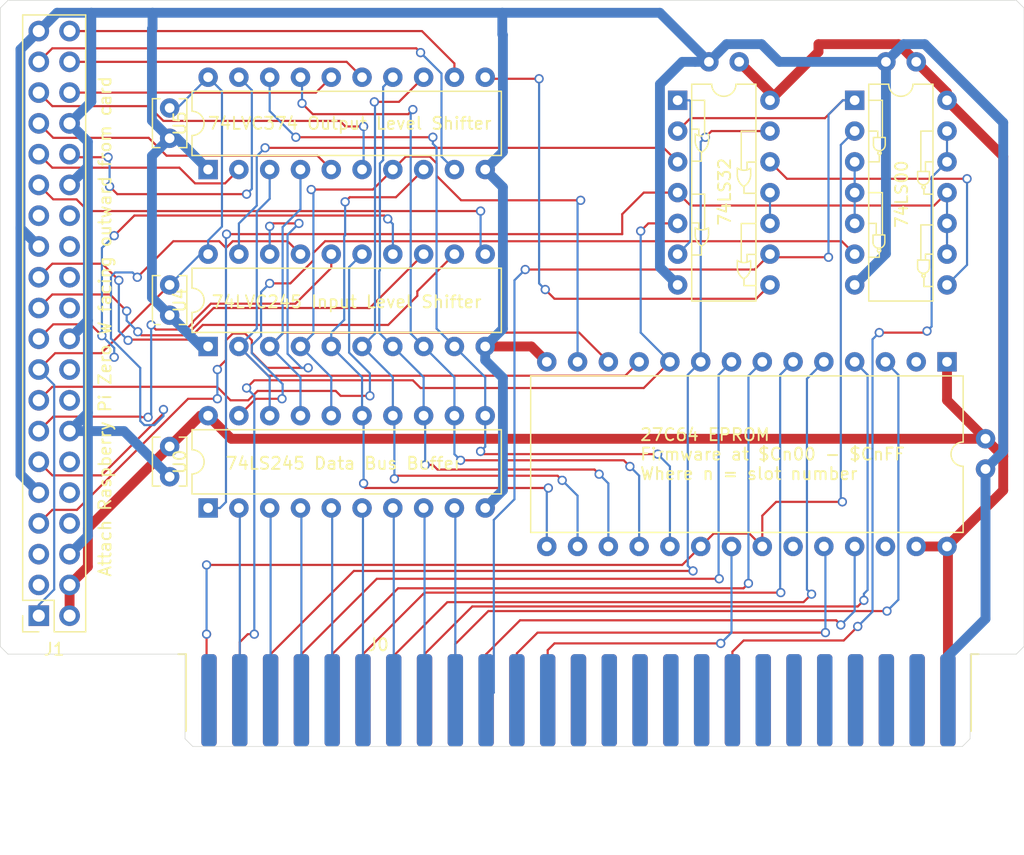
<source format=kicad_pcb>
(kicad_pcb (version 20171130) (host pcbnew 5.1.5+dfsg1-2build2)

  (general
    (thickness 1.6)
    (drawings 77)
    (tracks 674)
    (zones 0)
    (modules 14)
    (nets 97)
  )

  (page USLetter)
  (layers
    (0 F.Cu signal)
    (31 B.Cu signal)
    (32 B.Adhes user hide)
    (33 F.Adhes user hide)
    (34 B.Paste user hide)
    (35 F.Paste user hide)
    (36 B.SilkS user)
    (37 F.SilkS user)
    (38 B.Mask user hide)
    (39 F.Mask user hide)
    (40 Dwgs.User user hide)
    (41 Cmts.User user hide)
    (42 Eco1.User user hide)
    (43 Eco2.User user hide)
    (44 Edge.Cuts user)
    (45 Margin user hide)
    (46 B.CrtYd user hide)
    (47 F.CrtYd user)
    (48 B.Fab user hide)
    (49 F.Fab user hide)
  )

  (setup
    (last_trace_width 0.1778)
    (trace_clearance 0.1778)
    (zone_clearance 0.508)
    (zone_45_only no)
    (trace_min 0.1778)
    (via_size 0.762)
    (via_drill 0.50038)
    (via_min_size 0.4)
    (via_min_drill 0.3)
    (uvia_size 0.3)
    (uvia_drill 0.1)
    (uvias_allowed no)
    (uvia_min_size 0.2)
    (uvia_min_drill 0.1)
    (edge_width 0.05)
    (segment_width 0.2)
    (pcb_text_width 0.3)
    (pcb_text_size 1.5 1.5)
    (mod_edge_width 0.12)
    (mod_text_size 1 1)
    (mod_text_width 0.15)
    (pad_size 1.524 1.524)
    (pad_drill 0.762)
    (pad_to_mask_clearance 0.051)
    (solder_mask_min_width 0.25)
    (aux_axis_origin 0 0)
    (visible_elements FFFFFF7F)
    (pcbplotparams
      (layerselection 0x010fc_ffffffff)
      (usegerberextensions false)
      (usegerberattributes false)
      (usegerberadvancedattributes false)
      (creategerberjobfile false)
      (excludeedgelayer true)
      (linewidth 0.100000)
      (plotframeref false)
      (viasonmask false)
      (mode 1)
      (useauxorigin false)
      (hpglpennumber 1)
      (hpglpenspeed 20)
      (hpglpendiameter 15.000000)
      (psnegative false)
      (psa4output false)
      (plotreference true)
      (plotvalue true)
      (plotinvisibletext false)
      (padsonsilk false)
      (subtractmaskfromsilk false)
      (outputformat 1)
      (mirror false)
      (drillshape 1)
      (scaleselection 1)
      (outputdirectory ""))
  )

  (net 0 "")
  (net 1 "Net-(U0-Pad15)")
  (net 2 "Net-(U1-Pad2)")
  (net 3 "Net-(U0-Pad14)")
  (net 4 "Net-(J0-Pad9)")
  (net 5 "Net-(U0-Pad13)")
  (net 6 "Net-(J0-Pad8)")
  (net 7 "Net-(U0-Pad12)")
  (net 8 "Net-(J0-Pad7)")
  (net 9 "Net-(U0-Pad11)")
  (net 10 "Net-(J0-Pad6)")
  (net 11 "Net-(J0-Pad1)")
  (net 12 "Net-(J0-Pad5)")
  (net 13 "Net-(J0-Pad12)")
  (net 14 "Net-(J0-Pad4)")
  (net 15 "Net-(J0-Pad3)")
  (net 16 "Net-(U1-Pad23)")
  (net 17 "Net-(J0-Pad2)")
  (net 18 "Net-(J0-Pad11)")
  (net 19 "Net-(U0-Pad18)")
  (net 20 "Net-(J0-Pad10)")
  (net 21 "Net-(U0-Pad17)")
  (net 22 "Net-(U1-Pad26)")
  (net 23 "Net-(U0-Pad16)")
  (net 24 "Net-(J0-Pad13)")
  (net 25 "Net-(J0-Pad14)")
  (net 26 "Net-(J0-Pad15)")
  (net 27 "Net-(J0-Pad16)")
  (net 28 "Net-(J0-Pad17)")
  (net 29 "Net-(J0-Pad18)")
  (net 30 "Net-(J0-Pad19)")
  (net 31 "Net-(J0-Pad20)")
  (net 32 "Net-(J0-Pad21)")
  (net 33 "Net-(J0-Pad22)")
  (net 34 "Net-(J0-Pad23)")
  (net 35 "Net-(J0-Pad24)")
  (net 36 "Net-(J0-Pad29)")
  (net 37 "Net-(J0-Pad30)")
  (net 38 "Net-(J0-Pad31)")
  (net 39 "Net-(J0-Pad32)")
  (net 40 "Net-(J0-Pad33)")
  (net 41 "Net-(J0-Pad34)")
  (net 42 "Net-(J0-Pad35)")
  (net 43 "Net-(J0-Pad36)")
  (net 44 "Net-(J0-Pad37)")
  (net 45 "Net-(J0-Pad38)")
  (net 46 "Net-(J0-Pad39)")
  (net 47 "Net-(J0-Pad40)")
  (net 48 "Net-(J0-Pad43)")
  (net 49 "Net-(J0-Pad44)")
  (net 50 "Net-(J0-Pad45)")
  (net 51 "Net-(J0-Pad46)")
  (net 52 "Net-(J0-Pad47)")
  (net 53 "Net-(J0-Pad48)")
  (net 54 "Net-(J0-Pad49)")
  (net 55 "Net-(J0-Pad50)")
  (net 56 "Net-(J1-Pad3)")
  (net 57 "Net-(J1-Pad5)")
  (net 58 "Net-(J1-Pad7)")
  (net 59 "Net-(J1-Pad8)")
  (net 60 "Net-(J1-Pad10)")
  (net 61 "Net-(J1-Pad11)")
  (net 62 "Net-(J1-Pad12)")
  (net 63 "Net-(J1-Pad13)")
  (net 64 "Net-(J1-Pad15)")
  (net 65 "Net-(J1-Pad16)")
  (net 66 "Net-(J1-Pad18)")
  (net 67 "Net-(J1-Pad19)")
  (net 68 "Net-(J1-Pad21)")
  (net 69 "Net-(J1-Pad22)")
  (net 70 "Net-(J1-Pad23)")
  (net 71 "Net-(J1-Pad24)")
  (net 72 "Net-(J1-Pad26)")
  (net 73 "Net-(J1-Pad27)")
  (net 74 "Net-(J1-Pad28)")
  (net 75 "Net-(J1-Pad29)")
  (net 76 "Net-(J1-Pad31)")
  (net 77 "Net-(J1-Pad32)")
  (net 78 "Net-(J1-Pad33)")
  (net 79 "Net-(J1-Pad35)")
  (net 80 "Net-(J1-Pad36)")
  (net 81 "Net-(J1-Pad37)")
  (net 82 "Net-(J1-Pad38)")
  (net 83 "Net-(J1-Pad40)")
  (net 84 "Net-(U0-Pad1)")
  (net 85 "Net-(J0-Pad42)")
  (net 86 "Net-(U0-Pad19)")
  (net 87 "Net-(U2-Pad3)")
  (net 88 "Net-(U2-Pad8)")
  (net 89 "Net-(J0-Pad41)")
  (net 90 "Net-(U3-Pad1)")
  (net 91 "Net-(U3-Pad10)")
  (net 92 "Net-(C1-Pad2)")
  (net 93 "Net-(C1-Pad1)")
  (net 94 "Net-(C5-Pad1)")
  (net 95 "Net-(U3-Pad3)")
  (net 96 "Net-(U3-Pad8)")

  (net_class Default "This is the default net class."
    (clearance 0.1778)
    (trace_width 0.1778)
    (via_dia 0.762)
    (via_drill 0.50038)
    (uvia_dia 0.3)
    (uvia_drill 0.1)
    (add_net "Net-(C5-Pad1)")
    (add_net "Net-(J0-Pad1)")
    (add_net "Net-(J0-Pad10)")
    (add_net "Net-(J0-Pad11)")
    (add_net "Net-(J0-Pad12)")
    (add_net "Net-(J0-Pad13)")
    (add_net "Net-(J0-Pad14)")
    (add_net "Net-(J0-Pad15)")
    (add_net "Net-(J0-Pad16)")
    (add_net "Net-(J0-Pad17)")
    (add_net "Net-(J0-Pad18)")
    (add_net "Net-(J0-Pad19)")
    (add_net "Net-(J0-Pad2)")
    (add_net "Net-(J0-Pad20)")
    (add_net "Net-(J0-Pad21)")
    (add_net "Net-(J0-Pad22)")
    (add_net "Net-(J0-Pad23)")
    (add_net "Net-(J0-Pad24)")
    (add_net "Net-(J0-Pad29)")
    (add_net "Net-(J0-Pad3)")
    (add_net "Net-(J0-Pad30)")
    (add_net "Net-(J0-Pad31)")
    (add_net "Net-(J0-Pad32)")
    (add_net "Net-(J0-Pad33)")
    (add_net "Net-(J0-Pad34)")
    (add_net "Net-(J0-Pad35)")
    (add_net "Net-(J0-Pad36)")
    (add_net "Net-(J0-Pad37)")
    (add_net "Net-(J0-Pad38)")
    (add_net "Net-(J0-Pad39)")
    (add_net "Net-(J0-Pad4)")
    (add_net "Net-(J0-Pad40)")
    (add_net "Net-(J0-Pad41)")
    (add_net "Net-(J0-Pad42)")
    (add_net "Net-(J0-Pad43)")
    (add_net "Net-(J0-Pad44)")
    (add_net "Net-(J0-Pad45)")
    (add_net "Net-(J0-Pad46)")
    (add_net "Net-(J0-Pad47)")
    (add_net "Net-(J0-Pad48)")
    (add_net "Net-(J0-Pad49)")
    (add_net "Net-(J0-Pad5)")
    (add_net "Net-(J0-Pad50)")
    (add_net "Net-(J0-Pad6)")
    (add_net "Net-(J0-Pad7)")
    (add_net "Net-(J0-Pad8)")
    (add_net "Net-(J0-Pad9)")
    (add_net "Net-(J1-Pad10)")
    (add_net "Net-(J1-Pad11)")
    (add_net "Net-(J1-Pad12)")
    (add_net "Net-(J1-Pad13)")
    (add_net "Net-(J1-Pad15)")
    (add_net "Net-(J1-Pad16)")
    (add_net "Net-(J1-Pad18)")
    (add_net "Net-(J1-Pad19)")
    (add_net "Net-(J1-Pad21)")
    (add_net "Net-(J1-Pad22)")
    (add_net "Net-(J1-Pad23)")
    (add_net "Net-(J1-Pad24)")
    (add_net "Net-(J1-Pad26)")
    (add_net "Net-(J1-Pad27)")
    (add_net "Net-(J1-Pad28)")
    (add_net "Net-(J1-Pad29)")
    (add_net "Net-(J1-Pad3)")
    (add_net "Net-(J1-Pad31)")
    (add_net "Net-(J1-Pad32)")
    (add_net "Net-(J1-Pad33)")
    (add_net "Net-(J1-Pad35)")
    (add_net "Net-(J1-Pad36)")
    (add_net "Net-(J1-Pad37)")
    (add_net "Net-(J1-Pad38)")
    (add_net "Net-(J1-Pad40)")
    (add_net "Net-(J1-Pad5)")
    (add_net "Net-(J1-Pad7)")
    (add_net "Net-(J1-Pad8)")
    (add_net "Net-(U0-Pad1)")
    (add_net "Net-(U0-Pad11)")
    (add_net "Net-(U0-Pad12)")
    (add_net "Net-(U0-Pad13)")
    (add_net "Net-(U0-Pad14)")
    (add_net "Net-(U0-Pad15)")
    (add_net "Net-(U0-Pad16)")
    (add_net "Net-(U0-Pad17)")
    (add_net "Net-(U0-Pad18)")
    (add_net "Net-(U0-Pad19)")
    (add_net "Net-(U1-Pad2)")
    (add_net "Net-(U1-Pad23)")
    (add_net "Net-(U1-Pad26)")
    (add_net "Net-(U2-Pad3)")
    (add_net "Net-(U2-Pad8)")
    (add_net "Net-(U3-Pad1)")
    (add_net "Net-(U3-Pad10)")
    (add_net "Net-(U3-Pad3)")
    (add_net "Net-(U3-Pad8)")
  )

  (net_class Ground ""
    (clearance 0.254)
    (trace_width 0.8128)
    (via_dia 0.762)
    (via_drill 0.7112)
    (uvia_dia 0.3)
    (uvia_drill 0.1)
    (add_net "Net-(C1-Pad2)")
  )

  (net_class Power ""
    (clearance 0.254)
    (trace_width 0.8128)
    (via_dia 0.762)
    (via_drill 0.7112)
    (uvia_dia 0.3)
    (uvia_drill 0.1)
    (add_net "Net-(C1-Pad1)")
  )

  (module Capacitor_THT:C_Disc_D3.8mm_W2.6mm_P2.50mm (layer F.Cu) (tedit 5FB6AB23) (tstamp 5FB68726)
    (at 168.275 62.865 180)
    (descr "C, Disc series, Radial, pin pitch=2.50mm, , diameter*width=3.8*2.6mm^2, Capacitor, http://www.vishay.com/docs/45233/krseries.pdf")
    (tags "C Disc series Radial pin pitch 2.50mm  diameter 3.8mm width 2.6mm Capacitor")
    (path /5FB82906)
    (fp_text reference C4 (at 1.25 -2.55) (layer F.Fab)
      (effects (font (size 1 1) (thickness 0.15)))
    )
    (fp_text value C (at 1.25 2.55) (layer F.Fab)
      (effects (font (size 1 1) (thickness 0.15)))
    )
    (fp_text user %R (at 1.25 0) (layer F.Fab)
      (effects (font (size 0.76 0.76) (thickness 0.114)))
    )
    (fp_line (start 3.55 -1.55) (end -1.05 -1.55) (layer F.CrtYd) (width 0.05))
    (fp_line (start 3.55 1.55) (end 3.55 -1.55) (layer F.CrtYd) (width 0.05))
    (fp_line (start -1.05 1.55) (end 3.55 1.55) (layer F.CrtYd) (width 0.05))
    (fp_line (start -1.05 -1.55) (end -1.05 1.55) (layer F.CrtYd) (width 0.05))
    (fp_line (start 3.27 0.795) (end 3.27 1.42) (layer F.Fab) (width 0.12))
    (fp_line (start 3.27 -1.42) (end 3.27 -0.795) (layer F.Fab) (width 0.12))
    (fp_line (start -0.77 0.795) (end -0.77 1.42) (layer F.Fab) (width 0.12))
    (fp_line (start -0.77 -1.42) (end -0.77 -0.795) (layer F.Fab) (width 0.12))
    (fp_line (start -0.77 1.42) (end 3.27 1.42) (layer F.Fab) (width 0.12))
    (fp_line (start -0.77 -1.42) (end 3.27 -1.42) (layer F.Fab) (width 0.12))
    (fp_line (start 3.15 -1.3) (end -0.65 -1.3) (layer F.Fab) (width 0.1))
    (fp_line (start 3.15 1.3) (end 3.15 -1.3) (layer F.Fab) (width 0.1))
    (fp_line (start -0.65 1.3) (end 3.15 1.3) (layer F.Fab) (width 0.1))
    (fp_line (start -0.65 -1.3) (end -0.65 1.3) (layer F.Fab) (width 0.1))
    (pad 2 thru_hole circle (at 2.5 0 180) (size 1.6 1.6) (drill 0.8) (layers *.Cu *.Mask)
      (net 92 "Net-(C1-Pad2)"))
    (pad 1 thru_hole circle (at 0 0 180) (size 1.6 1.6) (drill 0.8) (layers *.Cu *.Mask)
      (net 93 "Net-(C1-Pad1)"))
    (model ${KISYS3DMOD}/Capacitor_THT.3dshapes/C_Disc_D3.8mm_W2.6mm_P2.50mm.wrl
      (at (xyz 0 0 0))
      (scale (xyz 1 1 1))
      (rotate (xyz 0 0 0))
    )
  )

  (module Package_DIP:DIP-14_W7.62mm (layer F.Cu) (tedit 5FB6A63A) (tstamp 5FB68898)
    (at 163.195 66.04)
    (descr "14-lead though-hole mounted DIP package, row spacing 7.62 mm (300 mils)")
    (tags "THT DIP DIL PDIP 2.54mm 7.62mm 300mil")
    (path /5FB50A31)
    (fp_text reference U3 (at 3.81 -2.33) (layer F.Fab)
      (effects (font (size 1 1) (thickness 0.15)))
    )
    (fp_text value 74LS32 (at 3.875 7.55 90) (layer F.SilkS)
      (effects (font (size 1 1) (thickness 0.15)))
    )
    (fp_arc (start 3.81 -1.33) (end 2.81 -1.33) (angle -180) (layer F.SilkS) (width 0.12))
    (fp_line (start 1.635 -1.27) (end 6.985 -1.27) (layer F.Fab) (width 0.1))
    (fp_line (start 6.985 -1.27) (end 6.985 16.51) (layer F.Fab) (width 0.1))
    (fp_line (start 6.985 16.51) (end 0.635 16.51) (layer F.Fab) (width 0.1))
    (fp_line (start 0.635 16.51) (end 0.635 -0.27) (layer F.Fab) (width 0.1))
    (fp_line (start 0.635 -0.27) (end 1.635 -1.27) (layer F.Fab) (width 0.1))
    (fp_line (start 2.81 -1.33) (end 1.16 -1.33) (layer F.SilkS) (width 0.12))
    (fp_line (start 1.16 -1.33) (end 1.16 16.57) (layer F.SilkS) (width 0.12))
    (fp_line (start 1.16 16.57) (end 6.46 16.57) (layer F.SilkS) (width 0.12))
    (fp_line (start 6.46 16.57) (end 6.46 -1.33) (layer F.SilkS) (width 0.12))
    (fp_line (start 6.46 -1.33) (end 4.81 -1.33) (layer F.SilkS) (width 0.12))
    (fp_line (start -1.1 -1.55) (end -1.1 16.8) (layer F.CrtYd) (width 0.05))
    (fp_line (start -1.1 16.8) (end 8.7 16.8) (layer F.CrtYd) (width 0.05))
    (fp_line (start 8.7 16.8) (end 8.7 -1.55) (layer F.CrtYd) (width 0.05))
    (fp_line (start 8.7 -1.55) (end -1.1 -1.55) (layer F.CrtYd) (width 0.05))
    (fp_arc (start 2 2) (end 1.450001 2.774999) (angle -69.47693483) (layer F.SilkS) (width 0.12))
    (fp_line (start 1.45 2.775) (end 1.45 3.35) (layer F.SilkS) (width 0.12))
    (fp_line (start 2.55 3.35) (end 2.55 2.8) (layer F.SilkS) (width 0.12))
    (fp_arc (start 2.55 3.35) (end 1.45 3.35) (angle -58.13402231) (layer F.SilkS) (width 0.12))
    (fp_arc (start 1.448537 3.320952) (end 2.548537 3.320952) (angle 62.8786966) (layer F.SilkS) (width 0.12))
    (fp_arc (start 5.475 4.825) (end 4.925001 5.599999) (angle -69.47693483) (layer F.SilkS) (width 0.12))
    (fp_arc (start 6.025 6.175) (end 4.925 6.175) (angle -58.13402231) (layer F.SilkS) (width 0.12))
    (fp_arc (start 4.923537 6.145952) (end 6.023537 6.145952) (angle 62.8786966) (layer F.SilkS) (width 0.12))
    (fp_line (start 6.025 6.175) (end 6.025 5.625) (layer F.SilkS) (width 0.12))
    (fp_line (start 4.925 5.6) (end 4.925 6.175) (layer F.SilkS) (width 0.12))
    (fp_line (start 1.175 2.375) (end 1.75 2.375) (layer F.SilkS) (width 0.12))
    (fp_line (start 1.75 2.375) (end 1.75 2.925) (layer F.SilkS) (width 0.12))
    (fp_line (start 2.225 2.875) (end 2.225 0) (layer F.SilkS) (width 0.12))
    (fp_line (start 2.225 0) (end 1.175 0) (layer F.SilkS) (width 0.12))
    (fp_line (start 1.95 4.275) (end 1.95 5.025) (layer F.SilkS) (width 0.12))
    (fp_line (start 1.95 5.025) (end 1.175 5.025) (layer F.SilkS) (width 0.12))
    (fp_line (start 5.475 7.15) (end 5.475 7.675) (layer F.SilkS) (width 0.12))
    (fp_line (start 5.475 7.675) (end 6.425 7.675) (layer F.SilkS) (width 0.12))
    (fp_line (start 6.45 5.1) (end 5.725 5.1) (layer F.SilkS) (width 0.12))
    (fp_line (start 5.725 5.1) (end 5.725 5.75) (layer F.SilkS) (width 0.12))
    (fp_line (start 6.45 2.55) (end 5.25 2.55) (layer F.SilkS) (width 0.12))
    (fp_line (start 5.25 2.55) (end 5.25 5.7) (layer F.SilkS) (width 0.12))
    (fp_line (start 1.95 12.772) (end 1.175 12.772) (layer F.SilkS) (width 0.12))
    (fp_line (start 1.95 12.022) (end 1.95 12.772) (layer F.SilkS) (width 0.12))
    (fp_line (start 2.225 7.747) (end 1.175 7.747) (layer F.SilkS) (width 0.12))
    (fp_line (start 2.225 10.622) (end 2.225 7.747) (layer F.SilkS) (width 0.12))
    (fp_line (start 1.75 10.122) (end 1.75 10.672) (layer F.SilkS) (width 0.12))
    (fp_line (start 1.175 10.122) (end 1.75 10.122) (layer F.SilkS) (width 0.12))
    (fp_arc (start 1.448537 11.067952) (end 2.548537 11.067952) (angle 62.8786966) (layer F.SilkS) (width 0.12))
    (fp_arc (start 2.55 11.097) (end 1.45 11.097) (angle -58.13402231) (layer F.SilkS) (width 0.12))
    (fp_line (start 2.55 11.097) (end 2.55 10.547) (layer F.SilkS) (width 0.12))
    (fp_line (start 1.45 10.522) (end 1.45 11.097) (layer F.SilkS) (width 0.12))
    (fp_arc (start 2 9.747) (end 1.450001 10.521999) (angle -69.47693483) (layer F.SilkS) (width 0.12))
    (fp_arc (start 5.475 12.445) (end 4.925001 13.219999) (angle -69.47693483) (layer F.SilkS) (width 0.12))
    (fp_line (start 4.925 13.22) (end 4.925 13.795) (layer F.SilkS) (width 0.12))
    (fp_line (start 6.025 13.795) (end 6.025 13.245) (layer F.SilkS) (width 0.12))
    (fp_arc (start 4.923537 13.765952) (end 6.023537 13.765952) (angle 62.8786966) (layer F.SilkS) (width 0.12))
    (fp_line (start 6.45 10.17) (end 5.25 10.17) (layer F.SilkS) (width 0.12))
    (fp_line (start 5.725 12.72) (end 5.725 13.37) (layer F.SilkS) (width 0.12))
    (fp_line (start 6.45 12.72) (end 5.725 12.72) (layer F.SilkS) (width 0.12))
    (fp_line (start 5.475 15.295) (end 6.425 15.295) (layer F.SilkS) (width 0.12))
    (fp_line (start 5.475 14.77) (end 5.475 15.295) (layer F.SilkS) (width 0.12))
    (fp_line (start 5.25 10.17) (end 5.25 13.32) (layer F.SilkS) (width 0.12))
    (fp_arc (start 6.025 13.795) (end 4.925 13.795) (angle -58.13402231) (layer F.SilkS) (width 0.12))
    (pad 1 thru_hole rect (at 0 0) (size 1.6 1.6) (drill 0.8) (layers *.Cu *.Mask)
      (net 90 "Net-(U3-Pad1)"))
    (pad 8 thru_hole oval (at 7.62 15.24) (size 1.6 1.6) (drill 0.8) (layers *.Cu *.Mask)
      (net 96 "Net-(U3-Pad8)"))
    (pad 2 thru_hole oval (at 0 2.54) (size 1.6 1.6) (drill 0.8) (layers *.Cu *.Mask)
      (net 89 "Net-(J0-Pad41)"))
    (pad 9 thru_hole oval (at 7.62 12.7) (size 1.6 1.6) (drill 0.8) (layers *.Cu *.Mask)
      (net 89 "Net-(J0-Pad41)"))
    (pad 3 thru_hole oval (at 0 5.08) (size 1.6 1.6) (drill 0.8) (layers *.Cu *.Mask)
      (net 95 "Net-(U3-Pad3)"))
    (pad 10 thru_hole oval (at 7.62 10.16) (size 1.6 1.6) (drill 0.8) (layers *.Cu *.Mask)
      (net 91 "Net-(U3-Pad10)"))
    (pad 4 thru_hole oval (at 0 7.62) (size 1.6 1.6) (drill 0.8) (layers *.Cu *.Mask)
      (net 84 "Net-(U0-Pad1)"))
    (pad 11 thru_hole oval (at 7.62 7.62) (size 1.6 1.6) (drill 0.8) (layers *.Cu *.Mask)
      (net 91 "Net-(U3-Pad10)"))
    (pad 5 thru_hole oval (at 0 10.16) (size 1.6 1.6) (drill 0.8) (layers *.Cu *.Mask)
      (net 17 "Net-(J0-Pad2)"))
    (pad 12 thru_hole oval (at 7.62 5.08) (size 1.6 1.6) (drill 0.8) (layers *.Cu *.Mask)
      (net 88 "Net-(U2-Pad8)"))
    (pad 6 thru_hole oval (at 0 12.7) (size 1.6 1.6) (drill 0.8) (layers *.Cu *.Mask)
      (net 90 "Net-(U3-Pad1)"))
    (pad 13 thru_hole oval (at 7.62 2.54) (size 1.6 1.6) (drill 0.8) (layers *.Cu *.Mask)
      (net 15 "Net-(J0-Pad3)"))
    (pad 7 thru_hole oval (at 0 15.24) (size 1.6 1.6) (drill 0.8) (layers *.Cu *.Mask)
      (net 92 "Net-(C1-Pad2)"))
    (pad 14 thru_hole oval (at 7.62 0) (size 1.6 1.6) (drill 0.8) (layers *.Cu *.Mask)
      (net 93 "Net-(C1-Pad1)"))
    (model ${KISYS3DMOD}/Package_DIP.3dshapes/DIP-14_W7.62mm.wrl
      (at (xyz 0 0 0))
      (scale (xyz 1 1 1))
      (rotate (xyz 0 0 0))
    )
  )

  (module Package_DIP:DIP-14_W7.62mm (layer F.Cu) (tedit 5FB69AA2) (tstamp 5FB68876)
    (at 177.8 66.04)
    (descr "14-lead though-hole mounted DIP package, row spacing 7.62 mm (300 mils)")
    (tags "THT DIP DIL PDIP 2.54mm 7.62mm 300mil")
    (path /5FD4E618)
    (fp_text reference U2 (at 3.81 -2.33) (layer F.Fab)
      (effects (font (size 1 1) (thickness 0.15)))
    )
    (fp_text value 74LS00 (at 3.875 7.75 90) (layer F.SilkS)
      (effects (font (size 1 1) (thickness 0.15)))
    )
    (fp_text user %R (at 3.81 7.62) (layer F.Fab)
      (effects (font (size 1 1) (thickness 0.15)))
    )
    (fp_line (start 8.7 -1.55) (end -1.1 -1.55) (layer F.CrtYd) (width 0.05))
    (fp_line (start 8.7 16.8) (end 8.7 -1.55) (layer F.CrtYd) (width 0.05))
    (fp_line (start -1.1 16.8) (end 8.7 16.8) (layer F.CrtYd) (width 0.05))
    (fp_line (start -1.1 -1.55) (end -1.1 16.8) (layer F.CrtYd) (width 0.05))
    (fp_line (start 6.46 -1.33) (end 4.81 -1.33) (layer F.SilkS) (width 0.12))
    (fp_line (start 6.46 16.57) (end 6.46 -1.33) (layer F.SilkS) (width 0.12))
    (fp_line (start 1.16 16.57) (end 6.46 16.57) (layer F.SilkS) (width 0.12))
    (fp_line (start 1.16 -1.33) (end 1.16 16.57) (layer F.SilkS) (width 0.12))
    (fp_line (start 2.81 -1.33) (end 1.16 -1.33) (layer F.SilkS) (width 0.12))
    (fp_line (start 0.635 -0.27) (end 1.635 -1.27) (layer F.Fab) (width 0.1))
    (fp_line (start 0.635 16.51) (end 0.635 -0.27) (layer F.Fab) (width 0.1))
    (fp_line (start 6.985 16.51) (end 0.635 16.51) (layer F.Fab) (width 0.1))
    (fp_line (start 6.985 -1.27) (end 6.985 16.51) (layer F.Fab) (width 0.1))
    (fp_line (start 1.635 -1.27) (end 6.985 -1.27) (layer F.Fab) (width 0.1))
    (fp_arc (start 3.81 -1.33) (end 2.81 -1.33) (angle -180) (layer F.SilkS) (width 0.12))
    (fp_line (start 1.55194 3.06832) (end 2.50444 3.06832) (layer F.SilkS) (width 0.12))
    (fp_line (start 1.5494 3.08102) (end 1.5494 3.66776) (layer F.SilkS) (width 0.12))
    (fp_arc (start 2.03454 3.683) (end 1.5494 3.683) (angle -182.7927024) (layer F.SilkS) (width 0.12))
    (fp_arc (start 2.04724 4.35864) (end 2.062479 4.221481) (angle -338.1228359) (layer F.SilkS) (width 0.12))
    (fp_line (start 2.52476 3.67538) (end 2.52476 3.0734) (layer F.SilkS) (width 0.12))
    (fp_arc (start 1.99898 11.72718) (end 1.51384 11.72718) (angle -182.7927024) (layer F.SilkS) (width 0.12))
    (fp_arc (start 2.01168 12.40282) (end 2.026919 12.265661) (angle -338.1228359) (layer F.SilkS) (width 0.12))
    (fp_line (start 1.51638 11.1125) (end 2.46888 11.1125) (layer F.SilkS) (width 0.12))
    (fp_line (start 2.4892 11.71956) (end 2.4892 11.11758) (layer F.SilkS) (width 0.12))
    (fp_line (start 1.51384 11.1252) (end 1.51384 11.71194) (layer F.SilkS) (width 0.12))
    (fp_arc (start 5.6769 6.4897) (end 5.19176 6.4897) (angle -182.7927024) (layer F.SilkS) (width 0.12))
    (fp_arc (start 5.6896 7.16534) (end 5.704839 7.028181) (angle -338.1228359) (layer F.SilkS) (width 0.12))
    (fp_line (start 5.1943 5.87502) (end 6.1468 5.87502) (layer F.SilkS) (width 0.12))
    (fp_line (start 6.16712 6.48208) (end 6.16712 5.8801) (layer F.SilkS) (width 0.12))
    (fp_line (start 5.19176 5.88772) (end 5.19176 6.47446) (layer F.SilkS) (width 0.12))
    (fp_arc (start 5.6769 13.79982) (end 5.19176 13.79982) (angle -182.7927024) (layer F.SilkS) (width 0.12))
    (fp_arc (start 5.6896 14.47546) (end 5.704839 14.338301) (angle -338.1228359) (layer F.SilkS) (width 0.12))
    (fp_line (start 5.1943 13.18514) (end 6.1468 13.18514) (layer F.SilkS) (width 0.12))
    (fp_line (start 6.16712 13.7922) (end 6.16712 13.19022) (layer F.SilkS) (width 0.12))
    (fp_line (start 5.19176 13.19784) (end 5.19176 13.78458) (layer F.SilkS) (width 0.12))
    (fp_line (start 1.143 0) (end 2.286 0) (layer F.SilkS) (width 0.12))
    (fp_line (start 2.286 0) (end 2.286 3.048) (layer F.SilkS) (width 0.12))
    (fp_line (start 1.143 2.54) (end 1.905 2.54) (layer F.SilkS) (width 0.12))
    (fp_line (start 1.905 2.54) (end 1.905 3.048) (layer F.SilkS) (width 0.12))
    (fp_line (start 1.143 5.08) (end 2.032 5.08) (layer F.SilkS) (width 0.12))
    (fp_line (start 2.032 5.08) (end 2.032 4.572) (layer F.SilkS) (width 0.12))
    (fp_line (start 2.286 11.049) (end 2.286 7.62) (layer F.SilkS) (width 0.12))
    (fp_line (start 2.286 7.62) (end 1.143 7.62) (layer F.SilkS) (width 0.12))
    (fp_line (start 1.778 11.049) (end 1.778 10.16) (layer F.SilkS) (width 0.12))
    (fp_line (start 1.778 10.16) (end 1.143 10.16) (layer F.SilkS) (width 0.12))
    (fp_line (start 2.032 12.573) (end 2.032 12.954) (layer F.SilkS) (width 0.12))
    (fp_line (start 2.032 12.954) (end 1.143 12.954) (layer F.SilkS) (width 0.12))
    (fp_line (start 5.461 5.842) (end 5.461 2.54) (layer F.SilkS) (width 0.12))
    (fp_line (start 5.461 2.54) (end 6.477 2.54) (layer F.SilkS) (width 0.12))
    (fp_line (start 5.842 5.842) (end 5.842 5.08) (layer F.SilkS) (width 0.12))
    (fp_line (start 5.842 5.08) (end 6.477 5.08) (layer F.SilkS) (width 0.12))
    (fp_line (start 6.477 7.747) (end 5.715 7.747) (layer F.SilkS) (width 0.12))
    (fp_line (start 5.715 7.747) (end 5.715 7.366) (layer F.SilkS) (width 0.12))
    (fp_line (start 5.461 13.081) (end 5.461 10.287) (layer F.SilkS) (width 0.12))
    (fp_line (start 5.461 10.287) (end 6.477 10.287) (layer F.SilkS) (width 0.12))
    (fp_line (start 5.842 13.081) (end 5.842 12.7) (layer F.SilkS) (width 0.12))
    (fp_line (start 5.842 12.7) (end 6.477 12.7) (layer F.SilkS) (width 0.12))
    (fp_line (start 6.477 15.367) (end 5.715 15.367) (layer F.SilkS) (width 0.12))
    (fp_line (start 5.715 15.367) (end 5.715 14.605) (layer F.SilkS) (width 0.12))
    (pad 14 thru_hole oval (at 7.62 0) (size 1.6 1.6) (drill 0.8) (layers *.Cu *.Mask)
      (net 93 "Net-(C1-Pad1)"))
    (pad 7 thru_hole oval (at 0 15.24) (size 1.6 1.6) (drill 0.8) (layers *.Cu *.Mask)
      (net 92 "Net-(C1-Pad2)"))
    (pad 13 thru_hole oval (at 7.62 2.54) (size 1.6 1.6) (drill 0.8) (layers *.Cu *.Mask)
      (net 29 "Net-(J0-Pad18)"))
    (pad 6 thru_hole oval (at 0 12.7) (size 1.6 1.6) (drill 0.8) (layers *.Cu *.Mask)
      (net 86 "Net-(U0-Pad19)"))
    (pad 12 thru_hole oval (at 7.62 5.08) (size 1.6 1.6) (drill 0.8) (layers *.Cu *.Mask)
      (net 29 "Net-(J0-Pad18)"))
    (pad 5 thru_hole oval (at 0 10.16) (size 1.6 1.6) (drill 0.8) (layers *.Cu *.Mask)
      (net 87 "Net-(U2-Pad3)"))
    (pad 11 thru_hole oval (at 7.62 7.62) (size 1.6 1.6) (drill 0.8) (layers *.Cu *.Mask)
      (net 84 "Net-(U0-Pad1)"))
    (pad 4 thru_hole oval (at 0 7.62) (size 1.6 1.6) (drill 0.8) (layers *.Cu *.Mask)
      (net 87 "Net-(U2-Pad3)"))
    (pad 10 thru_hole oval (at 7.62 10.16) (size 1.6 1.6) (drill 0.8) (layers *.Cu *.Mask)
      (net 84 "Net-(U0-Pad1)"))
    (pad 3 thru_hole oval (at 0 5.08) (size 1.6 1.6) (drill 0.8) (layers *.Cu *.Mask)
      (net 87 "Net-(U2-Pad3)"))
    (pad 9 thru_hole oval (at 7.62 12.7) (size 1.6 1.6) (drill 0.8) (layers *.Cu *.Mask)
      (net 84 "Net-(U0-Pad1)"))
    (pad 2 thru_hole oval (at 0 2.54) (size 1.6 1.6) (drill 0.8) (layers *.Cu *.Mask)
      (net 11 "Net-(J0-Pad1)"))
    (pad 8 thru_hole oval (at 7.62 15.24) (size 1.6 1.6) (drill 0.8) (layers *.Cu *.Mask)
      (net 88 "Net-(U2-Pad8)"))
    (pad 1 thru_hole rect (at 0 0) (size 1.6 1.6) (drill 0.8) (layers *.Cu *.Mask)
      (net 89 "Net-(J0-Pad41)"))
    (model ${KISYS3DMOD}/Package_DIP.3dshapes/DIP-14_W7.62mm.wrl
      (at (xyz 0 0 0))
      (scale (xyz 1 1 1))
      (rotate (xyz 0 0 0))
    )
  )

  (module Capacitor_THT:C_Disc_D3.8mm_W2.6mm_P2.50mm (layer F.Cu) (tedit 5FB69523) (tstamp 5FB68711)
    (at 182.88 62.865 180)
    (descr "C, Disc series, Radial, pin pitch=2.50mm, , diameter*width=3.8*2.6mm^2, Capacitor, http://www.vishay.com/docs/45233/krseries.pdf")
    (tags "C Disc series Radial pin pitch 2.50mm  diameter 3.8mm width 2.6mm Capacitor")
    (path /5FB81404)
    (fp_text reference C3 (at 1.25 -2.55 180) (layer F.Fab)
      (effects (font (size 1 1) (thickness 0.15)))
    )
    (fp_text value C (at 1.25 2.55 180) (layer F.Fab)
      (effects (font (size 1 1) (thickness 0.15)))
    )
    (fp_line (start -0.65 -1.3) (end -0.65 1.3) (layer F.Fab) (width 0.1))
    (fp_line (start -0.65 1.3) (end 3.15 1.3) (layer F.Fab) (width 0.1))
    (fp_line (start 3.15 1.3) (end 3.15 -1.3) (layer F.Fab) (width 0.1))
    (fp_line (start 3.15 -1.3) (end -0.65 -1.3) (layer F.Fab) (width 0.1))
    (fp_line (start -0.77 -1.42) (end 3.27 -1.42) (layer F.Fab) (width 0.12))
    (fp_line (start -0.77 1.42) (end 3.27 1.42) (layer F.Fab) (width 0.12))
    (fp_line (start -0.77 -1.42) (end -0.77 -0.795) (layer F.Fab) (width 0.12))
    (fp_line (start -0.77 0.795) (end -0.77 1.42) (layer F.Fab) (width 0.12))
    (fp_line (start 3.27 -1.42) (end 3.27 -0.795) (layer F.Fab) (width 0.12))
    (fp_line (start 3.27 0.795) (end 3.27 1.42) (layer F.Fab) (width 0.12))
    (fp_line (start -1.05 -1.55) (end -1.05 1.55) (layer F.CrtYd) (width 0.05))
    (fp_line (start -1.05 1.55) (end 3.55 1.55) (layer F.CrtYd) (width 0.05))
    (fp_line (start 3.55 1.55) (end 3.55 -1.55) (layer F.CrtYd) (width 0.05))
    (fp_line (start 3.55 -1.55) (end -1.05 -1.55) (layer F.CrtYd) (width 0.05))
    (fp_text user %R (at 1.25 0 180) (layer F.Fab)
      (effects (font (size 0.76 0.76) (thickness 0.114)))
    )
    (pad 1 thru_hole circle (at 0 0 180) (size 1.6 1.6) (drill 0.8) (layers *.Cu *.Mask)
      (net 93 "Net-(C1-Pad1)"))
    (pad 2 thru_hole circle (at 2.5 0 180) (size 1.6 1.6) (drill 0.8) (layers *.Cu *.Mask)
      (net 92 "Net-(C1-Pad2)"))
    (model ${KISYS3DMOD}/Capacitor_THT.3dshapes/C_Disc_D3.8mm_W2.6mm_P2.50mm.wrl
      (at (xyz 0 0 0))
      (scale (xyz 1 1 1))
      (rotate (xyz 0 0 0))
    )
  )

  (module Capacitor_THT:C_Disc_D3.8mm_W2.6mm_P2.50mm (layer F.Cu) (tedit 5FB68D99) (tstamp 5FB686FC)
    (at 188.595 93.98 270)
    (descr "C, Disc series, Radial, pin pitch=2.50mm, , diameter*width=3.8*2.6mm^2, Capacitor, http://www.vishay.com/docs/45233/krseries.pdf")
    (tags "C Disc series Radial pin pitch 2.50mm  diameter 3.8mm width 2.6mm Capacitor")
    (path /5FB849D8)
    (fp_text reference C2 (at 1.25 -2.55 270) (layer F.Fab)
      (effects (font (size 1 1) (thickness 0.15)))
    )
    (fp_text value C (at 1.25 2.55 270) (layer F.Fab)
      (effects (font (size 1 1) (thickness 0.15)))
    )
    (fp_line (start -0.65 -1.3) (end -0.65 1.3) (layer F.Fab) (width 0.1))
    (fp_line (start -0.65 1.3) (end 3.15 1.3) (layer F.Fab) (width 0.1))
    (fp_line (start 3.15 1.3) (end 3.15 -1.3) (layer F.Fab) (width 0.1))
    (fp_line (start 3.15 -1.3) (end -0.65 -1.3) (layer F.Fab) (width 0.1))
    (fp_line (start -0.77 -1.42) (end 3.27 -1.42) (layer F.Fab) (width 0.12))
    (fp_line (start -0.77 1.42) (end 3.27 1.42) (layer F.Fab) (width 0.12))
    (fp_line (start -0.77 -1.42) (end -0.77 -0.795) (layer F.Fab) (width 0.12))
    (fp_line (start -0.77 0.795) (end -0.77 1.42) (layer F.Fab) (width 0.12))
    (fp_line (start 3.27 -1.42) (end 3.27 -0.795) (layer F.Fab) (width 0.12))
    (fp_line (start 3.27 0.795) (end 3.27 1.42) (layer F.Fab) (width 0.12))
    (fp_line (start -1.05 -1.55) (end -1.05 1.55) (layer F.CrtYd) (width 0.05))
    (fp_line (start -1.05 1.55) (end 3.55 1.55) (layer F.CrtYd) (width 0.05))
    (fp_line (start 3.55 1.55) (end 3.55 -1.55) (layer F.CrtYd) (width 0.05))
    (fp_line (start 3.55 -1.55) (end -1.05 -1.55) (layer F.CrtYd) (width 0.05))
    (fp_text user %R (at 1.25 0 270) (layer F.Fab)
      (effects (font (size 0.76 0.76) (thickness 0.114)))
    )
    (pad 1 thru_hole circle (at 0 0 270) (size 1.6 1.6) (drill 0.8) (layers *.Cu *.Mask)
      (net 93 "Net-(C1-Pad1)"))
    (pad 2 thru_hole circle (at 2.5 0 270) (size 1.6 1.6) (drill 0.8) (layers *.Cu *.Mask)
      (net 92 "Net-(C1-Pad2)"))
    (model ${KISYS3DMOD}/Capacitor_THT.3dshapes/C_Disc_D3.8mm_W2.6mm_P2.50mm.wrl
      (at (xyz 0 0 0))
      (scale (xyz 1 1 1))
      (rotate (xyz 0 0 0))
    )
  )

  (module Capacitor_THT:C_Disc_D3.8mm_W2.6mm_P2.50mm (layer F.Cu) (tedit 5AE50EF0) (tstamp 5FB686E7)
    (at 121.285 94.615 270)
    (descr "C, Disc series, Radial, pin pitch=2.50mm, , diameter*width=3.8*2.6mm^2, Capacitor, http://www.vishay.com/docs/45233/krseries.pdf")
    (tags "C Disc series Radial pin pitch 2.50mm  diameter 3.8mm width 2.6mm Capacitor")
    (path /5FB85911)
    (fp_text reference C1 (at 1.25 -2.55 90) (layer F.Fab)
      (effects (font (size 1 1) (thickness 0.15)))
    )
    (fp_text value C (at 1.25 2.55 90) (layer F.Fab)
      (effects (font (size 1 1) (thickness 0.15)))
    )
    (fp_text user %R (at 1.25 0 90) (layer F.Fab)
      (effects (font (size 0.76 0.76) (thickness 0.114)))
    )
    (fp_line (start 3.55 -1.55) (end -1.05 -1.55) (layer F.CrtYd) (width 0.05))
    (fp_line (start 3.55 1.55) (end 3.55 -1.55) (layer F.CrtYd) (width 0.05))
    (fp_line (start -1.05 1.55) (end 3.55 1.55) (layer F.CrtYd) (width 0.05))
    (fp_line (start -1.05 -1.55) (end -1.05 1.55) (layer F.CrtYd) (width 0.05))
    (fp_line (start 3.27 0.795) (end 3.27 1.42) (layer F.SilkS) (width 0.12))
    (fp_line (start 3.27 -1.42) (end 3.27 -0.795) (layer F.SilkS) (width 0.12))
    (fp_line (start -0.77 0.795) (end -0.77 1.42) (layer F.SilkS) (width 0.12))
    (fp_line (start -0.77 -1.42) (end -0.77 -0.795) (layer F.SilkS) (width 0.12))
    (fp_line (start -0.77 1.42) (end 3.27 1.42) (layer F.SilkS) (width 0.12))
    (fp_line (start -0.77 -1.42) (end 3.27 -1.42) (layer F.SilkS) (width 0.12))
    (fp_line (start 3.15 -1.3) (end -0.65 -1.3) (layer F.Fab) (width 0.1))
    (fp_line (start 3.15 1.3) (end 3.15 -1.3) (layer F.Fab) (width 0.1))
    (fp_line (start -0.65 1.3) (end 3.15 1.3) (layer F.Fab) (width 0.1))
    (fp_line (start -0.65 -1.3) (end -0.65 1.3) (layer F.Fab) (width 0.1))
    (pad 2 thru_hole circle (at 2.5 0 270) (size 1.6 1.6) (drill 0.8) (layers *.Cu *.Mask)
      (net 92 "Net-(C1-Pad2)"))
    (pad 1 thru_hole circle (at 0 0 270) (size 1.6 1.6) (drill 0.8) (layers *.Cu *.Mask)
      (net 93 "Net-(C1-Pad1)"))
    (model ${KISYS3DMOD}/Capacitor_THT.3dshapes/C_Disc_D3.8mm_W2.6mm_P2.50mm.wrl
      (at (xyz 0 0 0))
      (scale (xyz 1 1 1))
      (rotate (xyz 0 0 0))
    )
  )

  (module Capacitor_THT:C_Disc_D3.8mm_W2.6mm_P2.50mm (layer F.Cu) (tedit 5AE50EF0) (tstamp 5FB6873B)
    (at 121.285 81.28 270)
    (descr "C, Disc series, Radial, pin pitch=2.50mm, , diameter*width=3.8*2.6mm^2, Capacitor, http://www.vishay.com/docs/45233/krseries.pdf")
    (tags "C Disc series Radial pin pitch 2.50mm  diameter 3.8mm width 2.6mm Capacitor")
    (path /5FB8694D)
    (fp_text reference C5 (at 1.25 -2.55 90) (layer F.Fab)
      (effects (font (size 1 1) (thickness 0.15)))
    )
    (fp_text value C (at 1.25 2.55 90) (layer F.Fab)
      (effects (font (size 1 1) (thickness 0.15)))
    )
    (fp_line (start -0.65 -1.3) (end -0.65 1.3) (layer F.Fab) (width 0.1))
    (fp_line (start -0.65 1.3) (end 3.15 1.3) (layer F.Fab) (width 0.1))
    (fp_line (start 3.15 1.3) (end 3.15 -1.3) (layer F.Fab) (width 0.1))
    (fp_line (start 3.15 -1.3) (end -0.65 -1.3) (layer F.Fab) (width 0.1))
    (fp_line (start -0.77 -1.42) (end 3.27 -1.42) (layer F.SilkS) (width 0.12))
    (fp_line (start -0.77 1.42) (end 3.27 1.42) (layer F.SilkS) (width 0.12))
    (fp_line (start -0.77 -1.42) (end -0.77 -0.795) (layer F.SilkS) (width 0.12))
    (fp_line (start -0.77 0.795) (end -0.77 1.42) (layer F.SilkS) (width 0.12))
    (fp_line (start 3.27 -1.42) (end 3.27 -0.795) (layer F.SilkS) (width 0.12))
    (fp_line (start 3.27 0.795) (end 3.27 1.42) (layer F.SilkS) (width 0.12))
    (fp_line (start -1.05 -1.55) (end -1.05 1.55) (layer F.CrtYd) (width 0.05))
    (fp_line (start -1.05 1.55) (end 3.55 1.55) (layer F.CrtYd) (width 0.05))
    (fp_line (start 3.55 1.55) (end 3.55 -1.55) (layer F.CrtYd) (width 0.05))
    (fp_line (start 3.55 -1.55) (end -1.05 -1.55) (layer F.CrtYd) (width 0.05))
    (fp_text user %R (at 1.25 0 90) (layer F.Fab)
      (effects (font (size 0.76 0.76) (thickness 0.114)))
    )
    (pad 1 thru_hole circle (at 0 0 270) (size 1.6 1.6) (drill 0.8) (layers *.Cu *.Mask)
      (net 94 "Net-(C5-Pad1)"))
    (pad 2 thru_hole circle (at 2.5 0 270) (size 1.6 1.6) (drill 0.8) (layers *.Cu *.Mask)
      (net 92 "Net-(C1-Pad2)"))
    (model ${KISYS3DMOD}/Capacitor_THT.3dshapes/C_Disc_D3.8mm_W2.6mm_P2.50mm.wrl
      (at (xyz 0 0 0))
      (scale (xyz 1 1 1))
      (rotate (xyz 0 0 0))
    )
  )

  (module Capacitor_THT:C_Disc_D3.8mm_W2.6mm_P2.50mm (layer F.Cu) (tedit 5AE50EF0) (tstamp 5FB68750)
    (at 121.285 66.675 270)
    (descr "C, Disc series, Radial, pin pitch=2.50mm, , diameter*width=3.8*2.6mm^2, Capacitor, http://www.vishay.com/docs/45233/krseries.pdf")
    (tags "C Disc series Radial pin pitch 2.50mm  diameter 3.8mm width 2.6mm Capacitor")
    (path /5FB87862)
    (fp_text reference C6 (at 1.25 -2.55 90) (layer F.Fab)
      (effects (font (size 1 1) (thickness 0.15)))
    )
    (fp_text value C (at 1.25 2.55 90) (layer F.Fab)
      (effects (font (size 1 1) (thickness 0.15)))
    )
    (fp_text user %R (at 1.25 0 90) (layer F.Fab)
      (effects (font (size 0.76 0.76) (thickness 0.114)))
    )
    (fp_line (start 3.55 -1.55) (end -1.05 -1.55) (layer F.CrtYd) (width 0.05))
    (fp_line (start 3.55 1.55) (end 3.55 -1.55) (layer F.CrtYd) (width 0.05))
    (fp_line (start -1.05 1.55) (end 3.55 1.55) (layer F.CrtYd) (width 0.05))
    (fp_line (start -1.05 -1.55) (end -1.05 1.55) (layer F.CrtYd) (width 0.05))
    (fp_line (start 3.27 0.795) (end 3.27 1.42) (layer F.SilkS) (width 0.12))
    (fp_line (start 3.27 -1.42) (end 3.27 -0.795) (layer F.SilkS) (width 0.12))
    (fp_line (start -0.77 0.795) (end -0.77 1.42) (layer F.SilkS) (width 0.12))
    (fp_line (start -0.77 -1.42) (end -0.77 -0.795) (layer F.SilkS) (width 0.12))
    (fp_line (start -0.77 1.42) (end 3.27 1.42) (layer F.SilkS) (width 0.12))
    (fp_line (start -0.77 -1.42) (end 3.27 -1.42) (layer F.SilkS) (width 0.12))
    (fp_line (start 3.15 -1.3) (end -0.65 -1.3) (layer F.Fab) (width 0.1))
    (fp_line (start 3.15 1.3) (end 3.15 -1.3) (layer F.Fab) (width 0.1))
    (fp_line (start -0.65 1.3) (end 3.15 1.3) (layer F.Fab) (width 0.1))
    (fp_line (start -0.65 -1.3) (end -0.65 1.3) (layer F.Fab) (width 0.1))
    (pad 2 thru_hole circle (at 2.5 0 270) (size 1.6 1.6) (drill 0.8) (layers *.Cu *.Mask)
      (net 92 "Net-(C1-Pad2)"))
    (pad 1 thru_hole circle (at 0 0 270) (size 1.6 1.6) (drill 0.8) (layers *.Cu *.Mask)
      (net 94 "Net-(C5-Pad1)"))
    (model ${KISYS3DMOD}/Capacitor_THT.3dshapes/C_Disc_D3.8mm_W2.6mm_P2.50mm.wrl
      (at (xyz 0 0 0))
      (scale (xyz 1 1 1))
      (rotate (xyz 0 0 0))
    )
  )

  (module "Apple2:Apple II Expansion Edge Connector" (layer F.Cu) (tedit 5CA41682) (tstamp 5FB687BE)
    (at 138.505001 110.49)
    (path /5FA0A8C3)
    (fp_text reference J0 (at 0 0.5) (layer F.SilkS)
      (effects (font (size 1 1) (thickness 0.15)))
    )
    (fp_text value "Apple II Expansion Bus" (at 9.652 -5.08) (layer F.Fab)
      (effects (font (size 1 1) (thickness 0.15)))
    )
    (fp_text user "26 GND" (at 45.974 10.922 45) (layer F.Fab)
      (effects (font (size 0.762 0.762) (thickness 0.127)))
    )
    (fp_text user "27 DMA IN" (at 42.799 11.43 45) (layer F.Fab)
      (effects (font (size 0.762 0.762) (thickness 0.127)))
    )
    (fp_text user "28 INT IN" (at 40.386 11.303 45) (layer F.Fab)
      (effects (font (size 0.762 0.762) (thickness 0.127)))
    )
    (fp_text user "29 _NMI" (at 38.1 10.922 45) (layer F.Fab)
      (effects (font (size 0.762 0.762) (thickness 0.127)))
    )
    (fp_text user "30 _IRQ" (at 35.687 10.922 45) (layer F.Fab)
      (effects (font (size 0.762 0.762) (thickness 0.127)))
    )
    (fp_text user "31 _RES" (at 33.02 10.922 45) (layer F.Fab)
      (effects (font (size 0.762 0.762) (thickness 0.127)))
    )
    (fp_text user "32 _INH" (at 30.607 10.922 45) (layer F.Fab)
      (effects (font (size 0.762 0.762) (thickness 0.127)))
    )
    (fp_text user "33 -12V" (at 27.813 11.176 45) (layer F.Fab)
      (effects (font (size 0.762 0.762) (thickness 0.127)))
    )
    (fp_text user "34 -5V" (at 25.527 10.922 45) (layer F.Fab)
      (effects (font (size 0.762 0.762) (thickness 0.127)))
    )
    (fp_text user "35 N.C." (at 23.368 10.541 45) (layer F.Fab)
      (effects (font (size 0.762 0.762) (thickness 0.127)))
    )
    (fp_text user "36 7M" (at 20.701 10.541 45) (layer F.Fab)
      (effects (font (size 0.762 0.762) (thickness 0.127)))
    )
    (fp_text user "37 Q3" (at 18.161 10.541 45) (layer F.Fab)
      (effects (font (size 0.762 0.762) (thickness 0.127)))
    )
    (fp_text user "38 @1" (at 15.621 10.541 45) (layer F.Fab)
      (effects (font (size 0.762 0.762) (thickness 0.127)))
    )
    (fp_text user "39 USER 1" (at 12.192 11.43 45) (layer F.Fab)
      (effects (font (size 0.762 0.762) (thickness 0.127)))
    )
    (fp_text user "40 @0" (at 10.414 10.541 45) (layer F.Fab)
      (effects (font (size 0.762 0.762) (thickness 0.127)))
    )
    (fp_text user "41 _DEVICE SELECT" (at 5.334 13.335 45) (layer F.Fab)
      (effects (font (size 0.762 0.762) (thickness 0.127)))
    )
    (fp_text user "42 D7" (at 5.461 10.541 45) (layer F.Fab)
      (effects (font (size 0.762 0.762) (thickness 0.127)))
    )
    (fp_text user "43 D6" (at 2.921 10.541 45) (layer F.Fab)
      (effects (font (size 0.762 0.762) (thickness 0.127)))
    )
    (fp_text user "44 D5" (at 0.508 10.541 45) (layer F.Fab)
      (effects (font (size 0.762 0.762) (thickness 0.127)))
    )
    (fp_text user "45 D4" (at -2.159 10.541 45) (layer F.Fab)
      (effects (font (size 0.762 0.762) (thickness 0.127)))
    )
    (fp_text user "46 D3" (at -4.699 10.541 45) (layer F.Fab)
      (effects (font (size 0.762 0.762) (thickness 0.127)))
    )
    (fp_text user "47 D2" (at -7.239 10.541 45) (layer F.Fab)
      (effects (font (size 0.762 0.762) (thickness 0.127)))
    )
    (fp_text user "48 D1" (at -9.906 10.541 45) (layer F.Fab)
      (effects (font (size 0.762 0.762) (thickness 0.127)))
    )
    (fp_text user "25 +5V" (at 48.26 -0.635 45) (layer F.Fab)
      (effects (font (size 0.762 0.762) (thickness 0.127)))
    )
    (fp_text user "24 DMA OUT" (at 46.609 -1.524 45) (layer F.Fab)
      (effects (font (size 0.762 0.762) (thickness 0.127)))
    )
    (fp_text user "23 INT OUT" (at 43.942 -1.397 45) (layer F.Fab)
      (effects (font (size 0.762 0.762) (thickness 0.127)))
    )
    (fp_text user "22 _DMA" (at 40.767 -0.762 45) (layer F.Fab)
      (effects (font (size 0.762 0.762) (thickness 0.127)))
    )
    (fp_text user "21 RDY" (at 37.973 -0.508 45) (layer F.Fab)
      (effects (font (size 0.762 0.762) (thickness 0.127)))
    )
    (fp_text user "20 _I/O STROBE" (at 37.084 -2.413 45) (layer F.Fab)
      (effects (font (size 0.762 0.762) (thickness 0.127)))
    )
    (fp_text user "19 N.C." (at 32.893 -0.635 45) (layer F.Fab)
      (effects (font (size 0.762 0.762) (thickness 0.127)))
    )
    (fp_text user "18 R/W" (at 30.48 -0.635 45) (layer F.Fab)
      (effects (font (size 0.762 0.762) (thickness 0.127)))
    )
    (fp_text user "16 A14" (at 25.273 -0.508 45) (layer F.Fab)
      (effects (font (size 0.762 0.762) (thickness 0.127)))
    )
    (fp_text user "17 A15" (at 27.813 -0.508 45) (layer F.Fab)
      (effects (font (size 0.762 0.762) (thickness 0.127)))
    )
    (fp_text user "14 A12" (at 20.193 -0.508 45) (layer F.Fab)
      (effects (font (size 0.762 0.762) (thickness 0.127)))
    )
    (fp_text user "15 A13" (at 22.733 -0.508 45) (layer F.Fab)
      (effects (font (size 0.762 0.762) (thickness 0.127)))
    )
    (fp_text user "13 A11" (at 17.653 -0.508 45) (layer F.Fab)
      (effects (font (size 0.762 0.762) (thickness 0.127)))
    )
    (fp_text user "12 A10" (at 15.113 -0.508 45) (layer F.Fab)
      (effects (font (size 0.762 0.762) (thickness 0.127)))
    )
    (fp_text user "11 A9" (at 12.319 -0.254 45) (layer F.Fab)
      (effects (font (size 0.762 0.762) (thickness 0.127)))
    )
    (fp_text user "10 A8" (at 9.779 -0.254 45) (layer F.Fab)
      (effects (font (size 0.762 0.762) (thickness 0.127)))
    )
    (fp_poly (pts (xy 48.895 8.89) (xy 48.895 1.27) (xy -15.875 1.27) (xy -15.875 8.89)) (layer B.Mask) (width 0.15))
    (fp_poly (pts (xy 48.895 8.89) (xy 48.895 1.27) (xy -15.875 1.27) (xy -15.875 8.89)) (layer F.Mask) (width 0.15))
    (fp_text user "50 +12V" (at -15.494 11.43 45) (layer F.Fab)
      (effects (font (size 0.762 0.762) (thickness 0.127)))
    )
    (fp_text user "1 _I/O SELECT" (at -11.303 -2.032 45) (layer F.Fab)
      (effects (font (size 0.762 0.762) (thickness 0.127)))
    )
    (fp_text user "3 A1" (at -8.128 -0.127 45) (layer F.Fab)
      (effects (font (size 0.762 0.762) (thickness 0.127)))
    )
    (fp_text user "5 A3" (at -3.048 0 45) (layer F.Fab)
      (effects (font (size 0.762 0.762) (thickness 0.127)))
    )
    (fp_text user "4 A2" (at -5.588 0.127 45) (layer F.Fab)
      (effects (font (size 0.762 0.762) (thickness 0.127)))
    )
    (fp_text user "49 D0" (at -12.446 10.668 45) (layer F.Fab)
      (effects (font (size 0.762 0.762) (thickness 0.127)))
    )
    (fp_text user "2 A0" (at -10.668 -0.127 45) (layer F.Fab)
      (effects (font (size 0.762 0.762) (thickness 0.127)))
    )
    (fp_text user "8 A6" (at 4.445 0 45) (layer F.Fab)
      (effects (font (size 0.762 0.762) (thickness 0.127)))
    )
    (fp_text user "6 A4" (at -0.635 0 45) (layer F.Fab)
      (effects (font (size 0.762 0.762) (thickness 0.127)))
    )
    (fp_text user "9 A7" (at 6.985 0 45) (layer F.Fab)
      (effects (font (size 0.762 0.762) (thickness 0.127)))
    )
    (fp_text user "7 A5" (at 1.905 0 45) (layer F.Fab)
      (effects (font (size 0.762 0.762) (thickness 0.127)))
    )
    (fp_line (start -15.875 1.27) (end -16.51 1.27) (layer F.SilkS) (width 0.15))
    (fp_line (start -15.875 7.62) (end -15.875 1.27) (layer F.SilkS) (width 0.15))
    (fp_line (start 48.895 1.27) (end 49.53 1.27) (layer F.SilkS) (width 0.15))
    (fp_line (start 48.895 7.62) (end 48.895 1.27) (layer F.SilkS) (width 0.15))
    (pad 50 connect roundrect (at -13.97 5.08) (size 1.27 7.62) (layers B.Cu B.Mask) (roundrect_rratio 0.25)
      (net 55 "Net-(J0-Pad50)"))
    (pad 49 connect roundrect (at -11.43 5.08) (size 1.27 7.62) (layers B.Cu B.Mask) (roundrect_rratio 0.25)
      (net 54 "Net-(J0-Pad49)"))
    (pad 48 connect roundrect (at -8.89 5.08) (size 1.27 7.62) (layers B.Cu B.Mask) (roundrect_rratio 0.25)
      (net 53 "Net-(J0-Pad48)"))
    (pad 47 connect roundrect (at -6.35 5.08) (size 1.27 7.62) (layers B.Cu B.Mask) (roundrect_rratio 0.25)
      (net 52 "Net-(J0-Pad47)"))
    (pad 46 connect roundrect (at -3.81 5.08) (size 1.27 7.62) (layers B.Cu B.Mask) (roundrect_rratio 0.25)
      (net 51 "Net-(J0-Pad46)"))
    (pad 45 connect roundrect (at -1.27 5.08) (size 1.27 7.62) (layers B.Cu B.Mask) (roundrect_rratio 0.25)
      (net 50 "Net-(J0-Pad45)"))
    (pad 44 connect roundrect (at 1.27 5.08) (size 1.27 7.62) (layers B.Cu B.Mask) (roundrect_rratio 0.25)
      (net 49 "Net-(J0-Pad44)"))
    (pad 43 connect roundrect (at 3.81 5.08) (size 1.27 7.62) (layers B.Cu B.Mask) (roundrect_rratio 0.25)
      (net 48 "Net-(J0-Pad43)"))
    (pad 42 connect roundrect (at 6.35 5.08) (size 1.27 7.62) (layers B.Cu B.Mask) (roundrect_rratio 0.25)
      (net 85 "Net-(J0-Pad42)"))
    (pad 41 connect roundrect (at 8.89 5.08) (size 1.27 7.62) (layers B.Cu B.Mask) (roundrect_rratio 0.25)
      (net 89 "Net-(J0-Pad41)"))
    (pad 40 connect roundrect (at 11.43 5.08) (size 1.27 7.62) (layers B.Cu B.Mask) (roundrect_rratio 0.25)
      (net 47 "Net-(J0-Pad40)"))
    (pad 39 connect roundrect (at 13.97 5.08) (size 1.27 7.62) (layers B.Cu B.Mask) (roundrect_rratio 0.25)
      (net 46 "Net-(J0-Pad39)"))
    (pad 37 connect roundrect (at 19.05 5.08) (size 1.27 7.62) (layers B.Cu B.Mask) (roundrect_rratio 0.25)
      (net 44 "Net-(J0-Pad37)"))
    (pad 38 connect roundrect (at 16.51 5.08) (size 1.27 7.62) (layers B.Cu B.Mask) (roundrect_rratio 0.25)
      (net 45 "Net-(J0-Pad38)"))
    (pad 36 connect roundrect (at 21.59 5.08) (size 1.27 7.62) (layers B.Cu B.Mask) (roundrect_rratio 0.25)
      (net 43 "Net-(J0-Pad36)"))
    (pad 35 connect roundrect (at 24.13 5.08) (size 1.27 7.62) (layers B.Cu B.Mask) (roundrect_rratio 0.25)
      (net 42 "Net-(J0-Pad35)"))
    (pad 34 connect roundrect (at 26.67 5.08) (size 1.27 7.62) (layers B.Cu B.Mask) (roundrect_rratio 0.25)
      (net 41 "Net-(J0-Pad34)"))
    (pad 33 connect roundrect (at 29.21 5.08) (size 1.27 7.62) (layers B.Cu B.Mask) (roundrect_rratio 0.25)
      (net 40 "Net-(J0-Pad33)"))
    (pad 32 connect roundrect (at 31.75 5.08) (size 1.27 7.62) (layers B.Cu B.Mask) (roundrect_rratio 0.25)
      (net 39 "Net-(J0-Pad32)"))
    (pad 31 connect roundrect (at 34.29 5.08) (size 1.27 7.62) (layers B.Cu B.Mask) (roundrect_rratio 0.25)
      (net 38 "Net-(J0-Pad31)"))
    (pad 30 connect roundrect (at 36.83 5.08) (size 1.27 7.62) (layers B.Cu B.Mask) (roundrect_rratio 0.25)
      (net 37 "Net-(J0-Pad30)"))
    (pad 29 connect roundrect (at 39.37 5.08) (size 1.27 7.62) (layers B.Cu B.Mask) (roundrect_rratio 0.25)
      (net 36 "Net-(J0-Pad29)"))
    (pad 28 connect roundrect (at 41.91 5.08) (size 1.27 7.62) (layers B.Cu B.Mask) (roundrect_rratio 0.25)
      (net 34 "Net-(J0-Pad23)"))
    (pad 27 connect roundrect (at 44.45 5.08) (size 1.27 7.62) (layers B.Cu B.Mask) (roundrect_rratio 0.25)
      (net 35 "Net-(J0-Pad24)"))
    (pad 26 connect roundrect (at 46.99 5.08) (size 1.27 7.62) (layers B.Cu B.Mask) (roundrect_rratio 0.25)
      (net 92 "Net-(C1-Pad2)"))
    (pad 25 connect roundrect (at 46.99 5.08) (size 1.27 7.62) (layers F.Cu F.Mask) (roundrect_rratio 0.25)
      (net 93 "Net-(C1-Pad1)"))
    (pad 24 connect roundrect (at 44.45 5.08) (size 1.27 7.62) (layers F.Cu F.Mask) (roundrect_rratio 0.25)
      (net 35 "Net-(J0-Pad24)"))
    (pad 23 connect roundrect (at 41.91 5.08) (size 1.27 7.62) (layers F.Cu F.Mask) (roundrect_rratio 0.25)
      (net 34 "Net-(J0-Pad23)"))
    (pad 22 connect roundrect (at 39.37 5.08) (size 1.27 7.62) (layers F.Cu F.Mask) (roundrect_rratio 0.25)
      (net 33 "Net-(J0-Pad22)"))
    (pad 21 connect roundrect (at 36.83 5.08) (size 1.27 7.62) (layers F.Cu F.Mask) (roundrect_rratio 0.25)
      (net 32 "Net-(J0-Pad21)"))
    (pad 20 connect roundrect (at 34.29 5.08) (size 1.27 7.62) (layers F.Cu F.Mask) (roundrect_rratio 0.25)
      (net 31 "Net-(J0-Pad20)"))
    (pad 19 connect roundrect (at 31.75 5.08) (size 1.27 7.62) (layers F.Cu F.Mask) (roundrect_rratio 0.25)
      (net 30 "Net-(J0-Pad19)"))
    (pad 18 connect roundrect (at 29.21 5.08) (size 1.27 7.62) (layers F.Cu F.Mask) (roundrect_rratio 0.25)
      (net 29 "Net-(J0-Pad18)"))
    (pad 17 connect roundrect (at 26.67 5.08) (size 1.27 7.62) (layers F.Cu F.Mask) (roundrect_rratio 0.25)
      (net 28 "Net-(J0-Pad17)"))
    (pad 16 connect roundrect (at 24.13 5.08) (size 1.27 7.62) (layers F.Cu F.Mask) (roundrect_rratio 0.25)
      (net 27 "Net-(J0-Pad16)"))
    (pad 15 connect roundrect (at 21.59 5.08) (size 1.27 7.62) (layers F.Cu F.Mask) (roundrect_rratio 0.25)
      (net 26 "Net-(J0-Pad15)"))
    (pad 14 connect roundrect (at 19.05 5.08) (size 1.27 7.62) (layers F.Cu F.Mask) (roundrect_rratio 0.25)
      (net 25 "Net-(J0-Pad14)"))
    (pad 13 connect roundrect (at 16.51 5.08) (size 1.27 7.62) (layers F.Cu F.Mask) (roundrect_rratio 0.25)
      (net 24 "Net-(J0-Pad13)"))
    (pad 12 connect roundrect (at 13.97 5.08) (size 1.27 7.62) (layers F.Cu F.Mask) (roundrect_rratio 0.25)
      (net 13 "Net-(J0-Pad12)"))
    (pad 11 connect roundrect (at 11.43 5.08) (size 1.27 7.62) (layers F.Cu F.Mask) (roundrect_rratio 0.25)
      (net 18 "Net-(J0-Pad11)"))
    (pad 10 connect roundrect (at 8.89 5.08) (size 1.27 7.62) (layers F.Cu F.Mask) (roundrect_rratio 0.25)
      (net 20 "Net-(J0-Pad10)"))
    (pad 9 connect roundrect (at 6.35 5.08) (size 1.27 7.62) (layers F.Cu F.Mask) (roundrect_rratio 0.25)
      (net 4 "Net-(J0-Pad9)"))
    (pad 8 connect roundrect (at 3.81 5.08) (size 1.27 7.62) (layers F.Cu F.Mask) (roundrect_rratio 0.25)
      (net 6 "Net-(J0-Pad8)"))
    (pad 7 connect roundrect (at 1.27 5.08) (size 1.27 7.62) (layers F.Cu F.Mask) (roundrect_rratio 0.25)
      (net 8 "Net-(J0-Pad7)"))
    (pad 6 connect roundrect (at -1.27 5.08) (size 1.27 7.62) (layers F.Cu F.Mask) (roundrect_rratio 0.25)
      (net 10 "Net-(J0-Pad6)"))
    (pad 5 connect roundrect (at -3.81 5.08) (size 1.27 7.62) (layers F.Cu F.Mask) (roundrect_rratio 0.25)
      (net 12 "Net-(J0-Pad5)"))
    (pad 4 connect roundrect (at -6.35 5.08) (size 1.27 7.62) (layers F.Cu F.Mask) (roundrect_rratio 0.25)
      (net 14 "Net-(J0-Pad4)"))
    (pad 3 connect roundrect (at -8.89 5.08) (size 1.27 7.62) (layers F.Cu F.Mask) (roundrect_rratio 0.25)
      (net 15 "Net-(J0-Pad3)"))
    (pad 2 connect roundrect (at -11.43 5.08) (size 1.27 7.62) (layers F.Cu F.Mask) (roundrect_rratio 0.25)
      (net 17 "Net-(J0-Pad2)"))
    (pad 1 connect roundrect (at -13.97 5.08) (size 1.27 7.62) (layers F.Cu F.Mask) (roundrect_rratio 0.25)
      (net 11 "Net-(J0-Pad1)"))
  )

  (module Connector_PinSocket_2.54mm:PinSocket_2x20_P2.54mm_Vertical (layer F.Cu) (tedit 5A19A433) (tstamp 5FB687FC)
    (at 110.49 108.585 180)
    (descr "Through hole straight socket strip, 2x20, 2.54mm pitch, double cols (from Kicad 4.0.7), script generated")
    (tags "Through hole socket strip THT 2x20 2.54mm double row")
    (path /5FA19C2C)
    (fp_text reference J1 (at -1.27 -2.77) (layer F.SilkS)
      (effects (font (size 1 1) (thickness 0.15)))
    )
    (fp_text value Raspberry_Pi_2_3 (at -1.27 51.03) (layer F.Fab)
      (effects (font (size 1 1) (thickness 0.15)))
    )
    (fp_line (start -3.81 -1.27) (end 0.27 -1.27) (layer F.Fab) (width 0.1))
    (fp_line (start 0.27 -1.27) (end 1.27 -0.27) (layer F.Fab) (width 0.1))
    (fp_line (start 1.27 -0.27) (end 1.27 49.53) (layer F.Fab) (width 0.1))
    (fp_line (start 1.27 49.53) (end -3.81 49.53) (layer F.Fab) (width 0.1))
    (fp_line (start -3.81 49.53) (end -3.81 -1.27) (layer F.Fab) (width 0.1))
    (fp_line (start -3.87 -1.33) (end -1.27 -1.33) (layer F.SilkS) (width 0.12))
    (fp_line (start -3.87 -1.33) (end -3.87 49.59) (layer F.SilkS) (width 0.12))
    (fp_line (start -3.87 49.59) (end 1.33 49.59) (layer F.SilkS) (width 0.12))
    (fp_line (start 1.33 1.27) (end 1.33 49.59) (layer F.SilkS) (width 0.12))
    (fp_line (start -1.27 1.27) (end 1.33 1.27) (layer F.SilkS) (width 0.12))
    (fp_line (start -1.27 -1.33) (end -1.27 1.27) (layer F.SilkS) (width 0.12))
    (fp_line (start 1.33 -1.33) (end 1.33 0) (layer F.SilkS) (width 0.12))
    (fp_line (start 0 -1.33) (end 1.33 -1.33) (layer F.SilkS) (width 0.12))
    (fp_line (start -4.34 -1.8) (end 1.76 -1.8) (layer F.CrtYd) (width 0.05))
    (fp_line (start 1.76 -1.8) (end 1.76 50) (layer F.CrtYd) (width 0.05))
    (fp_line (start 1.76 50) (end -4.34 50) (layer F.CrtYd) (width 0.05))
    (fp_line (start -4.34 50) (end -4.34 -1.8) (layer F.CrtYd) (width 0.05))
    (fp_text user %R (at -1.27 24.13 90) (layer F.Fab)
      (effects (font (size 1 1) (thickness 0.15)))
    )
    (pad 1 thru_hole rect (at 0 0 180) (size 1.7 1.7) (drill 1) (layers *.Cu *.Mask)
      (net 94 "Net-(C5-Pad1)"))
    (pad 2 thru_hole oval (at -2.54 0 180) (size 1.7 1.7) (drill 1) (layers *.Cu *.Mask)
      (net 93 "Net-(C1-Pad1)"))
    (pad 3 thru_hole oval (at 0 2.54 180) (size 1.7 1.7) (drill 1) (layers *.Cu *.Mask)
      (net 56 "Net-(J1-Pad3)"))
    (pad 4 thru_hole oval (at -2.54 2.54 180) (size 1.7 1.7) (drill 1) (layers *.Cu *.Mask)
      (net 93 "Net-(C1-Pad1)"))
    (pad 5 thru_hole oval (at 0 5.08 180) (size 1.7 1.7) (drill 1) (layers *.Cu *.Mask)
      (net 57 "Net-(J1-Pad5)"))
    (pad 6 thru_hole oval (at -2.54 5.08 180) (size 1.7 1.7) (drill 1) (layers *.Cu *.Mask)
      (net 92 "Net-(C1-Pad2)"))
    (pad 7 thru_hole oval (at 0 7.62 180) (size 1.7 1.7) (drill 1) (layers *.Cu *.Mask)
      (net 58 "Net-(J1-Pad7)"))
    (pad 8 thru_hole oval (at -2.54 7.62 180) (size 1.7 1.7) (drill 1) (layers *.Cu *.Mask)
      (net 59 "Net-(J1-Pad8)"))
    (pad 9 thru_hole oval (at 0 10.16 180) (size 1.7 1.7) (drill 1) (layers *.Cu *.Mask)
      (net 92 "Net-(C1-Pad2)"))
    (pad 10 thru_hole oval (at -2.54 10.16 180) (size 1.7 1.7) (drill 1) (layers *.Cu *.Mask)
      (net 60 "Net-(J1-Pad10)"))
    (pad 11 thru_hole oval (at 0 12.7 180) (size 1.7 1.7) (drill 1) (layers *.Cu *.Mask)
      (net 61 "Net-(J1-Pad11)"))
    (pad 12 thru_hole oval (at -2.54 12.7 180) (size 1.7 1.7) (drill 1) (layers *.Cu *.Mask)
      (net 62 "Net-(J1-Pad12)"))
    (pad 13 thru_hole oval (at 0 15.24 180) (size 1.7 1.7) (drill 1) (layers *.Cu *.Mask)
      (net 63 "Net-(J1-Pad13)"))
    (pad 14 thru_hole oval (at -2.54 15.24 180) (size 1.7 1.7) (drill 1) (layers *.Cu *.Mask)
      (net 92 "Net-(C1-Pad2)"))
    (pad 15 thru_hole oval (at 0 17.78 180) (size 1.7 1.7) (drill 1) (layers *.Cu *.Mask)
      (net 64 "Net-(J1-Pad15)"))
    (pad 16 thru_hole oval (at -2.54 17.78 180) (size 1.7 1.7) (drill 1) (layers *.Cu *.Mask)
      (net 65 "Net-(J1-Pad16)"))
    (pad 17 thru_hole oval (at 0 20.32 180) (size 1.7 1.7) (drill 1) (layers *.Cu *.Mask)
      (net 94 "Net-(C5-Pad1)"))
    (pad 18 thru_hole oval (at -2.54 20.32 180) (size 1.7 1.7) (drill 1) (layers *.Cu *.Mask)
      (net 66 "Net-(J1-Pad18)"))
    (pad 19 thru_hole oval (at 0 22.86 180) (size 1.7 1.7) (drill 1) (layers *.Cu *.Mask)
      (net 67 "Net-(J1-Pad19)"))
    (pad 20 thru_hole oval (at -2.54 22.86 180) (size 1.7 1.7) (drill 1) (layers *.Cu *.Mask)
      (net 92 "Net-(C1-Pad2)"))
    (pad 21 thru_hole oval (at 0 25.4 180) (size 1.7 1.7) (drill 1) (layers *.Cu *.Mask)
      (net 68 "Net-(J1-Pad21)"))
    (pad 22 thru_hole oval (at -2.54 25.4 180) (size 1.7 1.7) (drill 1) (layers *.Cu *.Mask)
      (net 69 "Net-(J1-Pad22)"))
    (pad 23 thru_hole oval (at 0 27.94 180) (size 1.7 1.7) (drill 1) (layers *.Cu *.Mask)
      (net 70 "Net-(J1-Pad23)"))
    (pad 24 thru_hole oval (at -2.54 27.94 180) (size 1.7 1.7) (drill 1) (layers *.Cu *.Mask)
      (net 71 "Net-(J1-Pad24)"))
    (pad 25 thru_hole oval (at 0 30.48 180) (size 1.7 1.7) (drill 1) (layers *.Cu *.Mask)
      (net 92 "Net-(C1-Pad2)"))
    (pad 26 thru_hole oval (at -2.54 30.48 180) (size 1.7 1.7) (drill 1) (layers *.Cu *.Mask)
      (net 72 "Net-(J1-Pad26)"))
    (pad 27 thru_hole oval (at 0 33.02 180) (size 1.7 1.7) (drill 1) (layers *.Cu *.Mask)
      (net 73 "Net-(J1-Pad27)"))
    (pad 28 thru_hole oval (at -2.54 33.02 180) (size 1.7 1.7) (drill 1) (layers *.Cu *.Mask)
      (net 74 "Net-(J1-Pad28)"))
    (pad 29 thru_hole oval (at 0 35.56 180) (size 1.7 1.7) (drill 1) (layers *.Cu *.Mask)
      (net 75 "Net-(J1-Pad29)"))
    (pad 30 thru_hole oval (at -2.54 35.56 180) (size 1.7 1.7) (drill 1) (layers *.Cu *.Mask)
      (net 92 "Net-(C1-Pad2)"))
    (pad 31 thru_hole oval (at 0 38.1 180) (size 1.7 1.7) (drill 1) (layers *.Cu *.Mask)
      (net 76 "Net-(J1-Pad31)"))
    (pad 32 thru_hole oval (at -2.54 38.1 180) (size 1.7 1.7) (drill 1) (layers *.Cu *.Mask)
      (net 77 "Net-(J1-Pad32)"))
    (pad 33 thru_hole oval (at 0 40.64 180) (size 1.7 1.7) (drill 1) (layers *.Cu *.Mask)
      (net 78 "Net-(J1-Pad33)"))
    (pad 34 thru_hole oval (at -2.54 40.64 180) (size 1.7 1.7) (drill 1) (layers *.Cu *.Mask)
      (net 92 "Net-(C1-Pad2)"))
    (pad 35 thru_hole oval (at 0 43.18 180) (size 1.7 1.7) (drill 1) (layers *.Cu *.Mask)
      (net 79 "Net-(J1-Pad35)"))
    (pad 36 thru_hole oval (at -2.54 43.18 180) (size 1.7 1.7) (drill 1) (layers *.Cu *.Mask)
      (net 80 "Net-(J1-Pad36)"))
    (pad 37 thru_hole oval (at 0 45.72 180) (size 1.7 1.7) (drill 1) (layers *.Cu *.Mask)
      (net 81 "Net-(J1-Pad37)"))
    (pad 38 thru_hole oval (at -2.54 45.72 180) (size 1.7 1.7) (drill 1) (layers *.Cu *.Mask)
      (net 82 "Net-(J1-Pad38)"))
    (pad 39 thru_hole oval (at 0 48.26 180) (size 1.7 1.7) (drill 1) (layers *.Cu *.Mask)
      (net 92 "Net-(C1-Pad2)"))
    (pad 40 thru_hole oval (at -2.54 48.26 180) (size 1.7 1.7) (drill 1) (layers *.Cu *.Mask)
      (net 83 "Net-(J1-Pad40)"))
    (model ${KISYS3DMOD}/Connector_PinSocket_2.54mm.3dshapes/PinSocket_2x20_P2.54mm_Vertical.wrl
      (at (xyz 0 0 0))
      (scale (xyz 1 1 1))
      (rotate (xyz 0 0 0))
    )
  )

  (module Package_DIP:DIP-20_W7.62mm (layer F.Cu) (tedit 5A02E8C5) (tstamp 5FB68824)
    (at 124.46 99.695 90)
    (descr "20-lead though-hole mounted DIP package, row spacing 7.62 mm (300 mils)")
    (tags "THT DIP DIL PDIP 2.54mm 7.62mm 300mil")
    (path /5FA15F43)
    (fp_text reference U0 (at 3.81 -2.33 90) (layer F.SilkS)
      (effects (font (size 1 1) (thickness 0.15)))
    )
    (fp_text value 74LS245 (at 3.81 25.19 90) (layer F.Fab)
      (effects (font (size 1 1) (thickness 0.15)))
    )
    (fp_arc (start 3.81 -1.33) (end 2.81 -1.33) (angle -180) (layer F.SilkS) (width 0.12))
    (fp_line (start 1.635 -1.27) (end 6.985 -1.27) (layer F.Fab) (width 0.1))
    (fp_line (start 6.985 -1.27) (end 6.985 24.13) (layer F.Fab) (width 0.1))
    (fp_line (start 6.985 24.13) (end 0.635 24.13) (layer F.Fab) (width 0.1))
    (fp_line (start 0.635 24.13) (end 0.635 -0.27) (layer F.Fab) (width 0.1))
    (fp_line (start 0.635 -0.27) (end 1.635 -1.27) (layer F.Fab) (width 0.1))
    (fp_line (start 2.81 -1.33) (end 1.16 -1.33) (layer F.SilkS) (width 0.12))
    (fp_line (start 1.16 -1.33) (end 1.16 24.19) (layer F.SilkS) (width 0.12))
    (fp_line (start 1.16 24.19) (end 6.46 24.19) (layer F.SilkS) (width 0.12))
    (fp_line (start 6.46 24.19) (end 6.46 -1.33) (layer F.SilkS) (width 0.12))
    (fp_line (start 6.46 -1.33) (end 4.81 -1.33) (layer F.SilkS) (width 0.12))
    (fp_line (start -1.1 -1.55) (end -1.1 24.4) (layer F.CrtYd) (width 0.05))
    (fp_line (start -1.1 24.4) (end 8.7 24.4) (layer F.CrtYd) (width 0.05))
    (fp_line (start 8.7 24.4) (end 8.7 -1.55) (layer F.CrtYd) (width 0.05))
    (fp_line (start 8.7 -1.55) (end -1.1 -1.55) (layer F.CrtYd) (width 0.05))
    (fp_text user %R (at 3.81 11.43 90) (layer F.Fab)
      (effects (font (size 1 1) (thickness 0.15)))
    )
    (pad 1 thru_hole rect (at 0 0 90) (size 1.6 1.6) (drill 0.8) (layers *.Cu *.Mask)
      (net 84 "Net-(U0-Pad1)"))
    (pad 11 thru_hole oval (at 7.62 22.86 90) (size 1.6 1.6) (drill 0.8) (layers *.Cu *.Mask)
      (net 9 "Net-(U0-Pad11)"))
    (pad 2 thru_hole oval (at 0 2.54 90) (size 1.6 1.6) (drill 0.8) (layers *.Cu *.Mask)
      (net 54 "Net-(J0-Pad49)"))
    (pad 12 thru_hole oval (at 7.62 20.32 90) (size 1.6 1.6) (drill 0.8) (layers *.Cu *.Mask)
      (net 7 "Net-(U0-Pad12)"))
    (pad 3 thru_hole oval (at 0 5.08 90) (size 1.6 1.6) (drill 0.8) (layers *.Cu *.Mask)
      (net 53 "Net-(J0-Pad48)"))
    (pad 13 thru_hole oval (at 7.62 17.78 90) (size 1.6 1.6) (drill 0.8) (layers *.Cu *.Mask)
      (net 5 "Net-(U0-Pad13)"))
    (pad 4 thru_hole oval (at 0 7.62 90) (size 1.6 1.6) (drill 0.8) (layers *.Cu *.Mask)
      (net 52 "Net-(J0-Pad47)"))
    (pad 14 thru_hole oval (at 7.62 15.24 90) (size 1.6 1.6) (drill 0.8) (layers *.Cu *.Mask)
      (net 3 "Net-(U0-Pad14)"))
    (pad 5 thru_hole oval (at 0 10.16 90) (size 1.6 1.6) (drill 0.8) (layers *.Cu *.Mask)
      (net 51 "Net-(J0-Pad46)"))
    (pad 15 thru_hole oval (at 7.62 12.7 90) (size 1.6 1.6) (drill 0.8) (layers *.Cu *.Mask)
      (net 1 "Net-(U0-Pad15)"))
    (pad 6 thru_hole oval (at 0 12.7 90) (size 1.6 1.6) (drill 0.8) (layers *.Cu *.Mask)
      (net 50 "Net-(J0-Pad45)"))
    (pad 16 thru_hole oval (at 7.62 10.16 90) (size 1.6 1.6) (drill 0.8) (layers *.Cu *.Mask)
      (net 23 "Net-(U0-Pad16)"))
    (pad 7 thru_hole oval (at 0 15.24 90) (size 1.6 1.6) (drill 0.8) (layers *.Cu *.Mask)
      (net 49 "Net-(J0-Pad44)"))
    (pad 17 thru_hole oval (at 7.62 7.62 90) (size 1.6 1.6) (drill 0.8) (layers *.Cu *.Mask)
      (net 21 "Net-(U0-Pad17)"))
    (pad 8 thru_hole oval (at 0 17.78 90) (size 1.6 1.6) (drill 0.8) (layers *.Cu *.Mask)
      (net 48 "Net-(J0-Pad43)"))
    (pad 18 thru_hole oval (at 7.62 5.08 90) (size 1.6 1.6) (drill 0.8) (layers *.Cu *.Mask)
      (net 19 "Net-(U0-Pad18)"))
    (pad 9 thru_hole oval (at 0 20.32 90) (size 1.6 1.6) (drill 0.8) (layers *.Cu *.Mask)
      (net 85 "Net-(J0-Pad42)"))
    (pad 19 thru_hole oval (at 7.62 2.54 90) (size 1.6 1.6) (drill 0.8) (layers *.Cu *.Mask)
      (net 86 "Net-(U0-Pad19)"))
    (pad 10 thru_hole oval (at 0 22.86 90) (size 1.6 1.6) (drill 0.8) (layers *.Cu *.Mask)
      (net 92 "Net-(C1-Pad2)"))
    (pad 20 thru_hole oval (at 7.62 0 90) (size 1.6 1.6) (drill 0.8) (layers *.Cu *.Mask)
      (net 93 "Net-(C1-Pad1)"))
    (model ${KISYS3DMOD}/Package_DIP.3dshapes/DIP-20_W7.62mm.wrl
      (at (xyz 0 0 0))
      (scale (xyz 1 1 1))
      (rotate (xyz 0 0 0))
    )
  )

  (module Package_DIP:DIP-28_W15.24mm (layer F.Cu) (tedit 5A02E8C5) (tstamp 5FB68854)
    (at 185.42 87.63 270)
    (descr "28-lead though-hole mounted DIP package, row spacing 15.24 mm (600 mils)")
    (tags "THT DIP DIL PDIP 2.54mm 15.24mm 600mil")
    (path /5FA0EF8B)
    (fp_text reference U1 (at 7.62 -2.33 90) (layer F.Fab)
      (effects (font (size 1 1) (thickness 0.15)))
    )
    (fp_text value 2764 (at 7.62 35.35 90) (layer F.Fab)
      (effects (font (size 1 1) (thickness 0.15)))
    )
    (fp_arc (start 7.62 -1.33) (end 6.62 -1.33) (angle -180) (layer F.SilkS) (width 0.12))
    (fp_line (start 1.255 -1.27) (end 14.985 -1.27) (layer F.Fab) (width 0.1))
    (fp_line (start 14.985 -1.27) (end 14.985 34.29) (layer F.Fab) (width 0.1))
    (fp_line (start 14.985 34.29) (end 0.255 34.29) (layer F.Fab) (width 0.1))
    (fp_line (start 0.255 34.29) (end 0.255 -0.27) (layer F.Fab) (width 0.1))
    (fp_line (start 0.255 -0.27) (end 1.255 -1.27) (layer F.Fab) (width 0.1))
    (fp_line (start 6.62 -1.33) (end 1.16 -1.33) (layer F.SilkS) (width 0.12))
    (fp_line (start 1.16 -1.33) (end 1.16 34.35) (layer F.SilkS) (width 0.12))
    (fp_line (start 1.16 34.35) (end 14.08 34.35) (layer F.SilkS) (width 0.12))
    (fp_line (start 14.08 34.35) (end 14.08 -1.33) (layer F.SilkS) (width 0.12))
    (fp_line (start 14.08 -1.33) (end 8.62 -1.33) (layer F.SilkS) (width 0.12))
    (fp_line (start -1.05 -1.55) (end -1.05 34.55) (layer F.CrtYd) (width 0.05))
    (fp_line (start -1.05 34.55) (end 16.3 34.55) (layer F.CrtYd) (width 0.05))
    (fp_line (start 16.3 34.55) (end 16.3 -1.55) (layer F.CrtYd) (width 0.05))
    (fp_line (start 16.3 -1.55) (end -1.05 -1.55) (layer F.CrtYd) (width 0.05))
    (fp_text user %R (at 7.62 16.51 90) (layer F.Fab)
      (effects (font (size 1 1) (thickness 0.15)))
    )
    (pad 1 thru_hole rect (at 0 0 270) (size 1.6 1.6) (drill 0.8) (layers *.Cu *.Mask)
      (net 93 "Net-(C1-Pad1)"))
    (pad 15 thru_hole oval (at 15.24 33.02 270) (size 1.6 1.6) (drill 0.8) (layers *.Cu *.Mask)
      (net 1 "Net-(U0-Pad15)"))
    (pad 2 thru_hole oval (at 0 2.54 270) (size 1.6 1.6) (drill 0.8) (layers *.Cu *.Mask)
      (net 2 "Net-(U1-Pad2)"))
    (pad 16 thru_hole oval (at 15.24 30.48 270) (size 1.6 1.6) (drill 0.8) (layers *.Cu *.Mask)
      (net 3 "Net-(U0-Pad14)"))
    (pad 3 thru_hole oval (at 0 5.08 270) (size 1.6 1.6) (drill 0.8) (layers *.Cu *.Mask)
      (net 4 "Net-(J0-Pad9)"))
    (pad 17 thru_hole oval (at 15.24 27.94 270) (size 1.6 1.6) (drill 0.8) (layers *.Cu *.Mask)
      (net 5 "Net-(U0-Pad13)"))
    (pad 4 thru_hole oval (at 0 7.62 270) (size 1.6 1.6) (drill 0.8) (layers *.Cu *.Mask)
      (net 6 "Net-(J0-Pad8)"))
    (pad 18 thru_hole oval (at 15.24 25.4 270) (size 1.6 1.6) (drill 0.8) (layers *.Cu *.Mask)
      (net 7 "Net-(U0-Pad12)"))
    (pad 5 thru_hole oval (at 0 10.16 270) (size 1.6 1.6) (drill 0.8) (layers *.Cu *.Mask)
      (net 8 "Net-(J0-Pad7)"))
    (pad 19 thru_hole oval (at 15.24 22.86 270) (size 1.6 1.6) (drill 0.8) (layers *.Cu *.Mask)
      (net 9 "Net-(U0-Pad11)"))
    (pad 6 thru_hole oval (at 0 12.7 270) (size 1.6 1.6) (drill 0.8) (layers *.Cu *.Mask)
      (net 10 "Net-(J0-Pad6)"))
    (pad 20 thru_hole oval (at 15.24 20.32 270) (size 1.6 1.6) (drill 0.8) (layers *.Cu *.Mask)
      (net 11 "Net-(J0-Pad1)"))
    (pad 7 thru_hole oval (at 0 15.24 270) (size 1.6 1.6) (drill 0.8) (layers *.Cu *.Mask)
      (net 12 "Net-(J0-Pad5)"))
    (pad 21 thru_hole oval (at 15.24 17.78 270) (size 1.6 1.6) (drill 0.8) (layers *.Cu *.Mask)
      (net 13 "Net-(J0-Pad12)"))
    (pad 8 thru_hole oval (at 0 17.78 270) (size 1.6 1.6) (drill 0.8) (layers *.Cu *.Mask)
      (net 14 "Net-(J0-Pad4)"))
    (pad 22 thru_hole oval (at 15.24 15.24 270) (size 1.6 1.6) (drill 0.8) (layers *.Cu *.Mask)
      (net 11 "Net-(J0-Pad1)"))
    (pad 9 thru_hole oval (at 0 20.32 270) (size 1.6 1.6) (drill 0.8) (layers *.Cu *.Mask)
      (net 15 "Net-(J0-Pad3)"))
    (pad 23 thru_hole oval (at 15.24 12.7 270) (size 1.6 1.6) (drill 0.8) (layers *.Cu *.Mask)
      (net 16 "Net-(U1-Pad23)"))
    (pad 10 thru_hole oval (at 0 22.86 270) (size 1.6 1.6) (drill 0.8) (layers *.Cu *.Mask)
      (net 17 "Net-(J0-Pad2)"))
    (pad 24 thru_hole oval (at 15.24 10.16 270) (size 1.6 1.6) (drill 0.8) (layers *.Cu *.Mask)
      (net 18 "Net-(J0-Pad11)"))
    (pad 11 thru_hole oval (at 0 25.4 270) (size 1.6 1.6) (drill 0.8) (layers *.Cu *.Mask)
      (net 19 "Net-(U0-Pad18)"))
    (pad 25 thru_hole oval (at 15.24 7.62 270) (size 1.6 1.6) (drill 0.8) (layers *.Cu *.Mask)
      (net 20 "Net-(J0-Pad10)"))
    (pad 12 thru_hole oval (at 0 27.94 270) (size 1.6 1.6) (drill 0.8) (layers *.Cu *.Mask)
      (net 21 "Net-(U0-Pad17)"))
    (pad 26 thru_hole oval (at 15.24 5.08 270) (size 1.6 1.6) (drill 0.8) (layers *.Cu *.Mask)
      (net 22 "Net-(U1-Pad26)"))
    (pad 13 thru_hole oval (at 0 30.48 270) (size 1.6 1.6) (drill 0.8) (layers *.Cu *.Mask)
      (net 23 "Net-(U0-Pad16)"))
    (pad 27 thru_hole oval (at 15.24 2.54 270) (size 1.6 1.6) (drill 0.8) (layers *.Cu *.Mask)
      (net 93 "Net-(C1-Pad1)"))
    (pad 14 thru_hole oval (at 0 33.02 270) (size 1.6 1.6) (drill 0.8) (layers *.Cu *.Mask)
      (net 92 "Net-(C1-Pad2)"))
    (pad 28 thru_hole oval (at 15.24 0 270) (size 1.6 1.6) (drill 0.8) (layers *.Cu *.Mask)
      (net 93 "Net-(C1-Pad1)"))
    (model ${KISYS3DMOD}/Package_DIP.3dshapes/DIP-28_W15.24mm.wrl
      (at (xyz 0 0 0))
      (scale (xyz 1 1 1))
      (rotate (xyz 0 0 0))
    )
  )

  (module Package_DIP:DIP-20_W7.62mm (layer F.Cu) (tedit 5A02E8C5) (tstamp 5FB688C0)
    (at 124.46 86.36 90)
    (descr "20-lead though-hole mounted DIP package, row spacing 7.62 mm (300 mils)")
    (tags "THT DIP DIL PDIP 2.54mm 7.62mm 300mil")
    (path /5FA19168)
    (fp_text reference U4 (at 3.81 -2.33 90) (layer F.SilkS)
      (effects (font (size 1 1) (thickness 0.15)))
    )
    (fp_text value 74LVC245 (at 3.81 25.19 90) (layer F.Fab)
      (effects (font (size 1 1) (thickness 0.15)))
    )
    (fp_text user %R (at 3.81 11.43 90) (layer F.Fab)
      (effects (font (size 1 1) (thickness 0.15)))
    )
    (fp_line (start 8.7 -1.55) (end -1.1 -1.55) (layer F.CrtYd) (width 0.05))
    (fp_line (start 8.7 24.4) (end 8.7 -1.55) (layer F.CrtYd) (width 0.05))
    (fp_line (start -1.1 24.4) (end 8.7 24.4) (layer F.CrtYd) (width 0.05))
    (fp_line (start -1.1 -1.55) (end -1.1 24.4) (layer F.CrtYd) (width 0.05))
    (fp_line (start 6.46 -1.33) (end 4.81 -1.33) (layer F.SilkS) (width 0.12))
    (fp_line (start 6.46 24.19) (end 6.46 -1.33) (layer F.SilkS) (width 0.12))
    (fp_line (start 1.16 24.19) (end 6.46 24.19) (layer F.SilkS) (width 0.12))
    (fp_line (start 1.16 -1.33) (end 1.16 24.19) (layer F.SilkS) (width 0.12))
    (fp_line (start 2.81 -1.33) (end 1.16 -1.33) (layer F.SilkS) (width 0.12))
    (fp_line (start 0.635 -0.27) (end 1.635 -1.27) (layer F.Fab) (width 0.1))
    (fp_line (start 0.635 24.13) (end 0.635 -0.27) (layer F.Fab) (width 0.1))
    (fp_line (start 6.985 24.13) (end 0.635 24.13) (layer F.Fab) (width 0.1))
    (fp_line (start 6.985 -1.27) (end 6.985 24.13) (layer F.Fab) (width 0.1))
    (fp_line (start 1.635 -1.27) (end 6.985 -1.27) (layer F.Fab) (width 0.1))
    (fp_arc (start 3.81 -1.33) (end 2.81 -1.33) (angle -180) (layer F.SilkS) (width 0.12))
    (pad 20 thru_hole oval (at 7.62 0 90) (size 1.6 1.6) (drill 0.8) (layers *.Cu *.Mask)
      (net 94 "Net-(C5-Pad1)"))
    (pad 10 thru_hole oval (at 0 22.86 90) (size 1.6 1.6) (drill 0.8) (layers *.Cu *.Mask)
      (net 92 "Net-(C1-Pad2)"))
    (pad 19 thru_hole oval (at 7.62 2.54 90) (size 1.6 1.6) (drill 0.8) (layers *.Cu *.Mask)
      (net 95 "Net-(U3-Pad3)"))
    (pad 9 thru_hole oval (at 0 20.32 90) (size 1.6 1.6) (drill 0.8) (layers *.Cu *.Mask)
      (net 9 "Net-(U0-Pad11)"))
    (pad 18 thru_hole oval (at 7.62 5.08 90) (size 1.6 1.6) (drill 0.8) (layers *.Cu *.Mask)
      (net 58 "Net-(J1-Pad7)"))
    (pad 8 thru_hole oval (at 0 17.78 90) (size 1.6 1.6) (drill 0.8) (layers *.Cu *.Mask)
      (net 7 "Net-(U0-Pad12)"))
    (pad 17 thru_hole oval (at 7.62 7.62 90) (size 1.6 1.6) (drill 0.8) (layers *.Cu *.Mask)
      (net 61 "Net-(J1-Pad11)"))
    (pad 7 thru_hole oval (at 0 15.24 90) (size 1.6 1.6) (drill 0.8) (layers *.Cu *.Mask)
      (net 5 "Net-(U0-Pad13)"))
    (pad 16 thru_hole oval (at 7.62 10.16 90) (size 1.6 1.6) (drill 0.8) (layers *.Cu *.Mask)
      (net 63 "Net-(J1-Pad13)"))
    (pad 6 thru_hole oval (at 0 12.7 90) (size 1.6 1.6) (drill 0.8) (layers *.Cu *.Mask)
      (net 3 "Net-(U0-Pad14)"))
    (pad 15 thru_hole oval (at 7.62 12.7 90) (size 1.6 1.6) (drill 0.8) (layers *.Cu *.Mask)
      (net 64 "Net-(J1-Pad15)"))
    (pad 5 thru_hole oval (at 0 10.16 90) (size 1.6 1.6) (drill 0.8) (layers *.Cu *.Mask)
      (net 1 "Net-(U0-Pad15)"))
    (pad 14 thru_hole oval (at 7.62 15.24 90) (size 1.6 1.6) (drill 0.8) (layers *.Cu *.Mask)
      (net 67 "Net-(J1-Pad19)"))
    (pad 4 thru_hole oval (at 0 7.62 90) (size 1.6 1.6) (drill 0.8) (layers *.Cu *.Mask)
      (net 23 "Net-(U0-Pad16)"))
    (pad 13 thru_hole oval (at 7.62 17.78 90) (size 1.6 1.6) (drill 0.8) (layers *.Cu *.Mask)
      (net 68 "Net-(J1-Pad21)"))
    (pad 3 thru_hole oval (at 0 5.08 90) (size 1.6 1.6) (drill 0.8) (layers *.Cu *.Mask)
      (net 21 "Net-(U0-Pad17)"))
    (pad 12 thru_hole oval (at 7.62 20.32 90) (size 1.6 1.6) (drill 0.8) (layers *.Cu *.Mask)
      (net 70 "Net-(J1-Pad23)"))
    (pad 2 thru_hole oval (at 0 2.54 90) (size 1.6 1.6) (drill 0.8) (layers *.Cu *.Mask)
      (net 19 "Net-(U0-Pad18)"))
    (pad 11 thru_hole oval (at 7.62 22.86 90) (size 1.6 1.6) (drill 0.8) (layers *.Cu *.Mask)
      (net 75 "Net-(J1-Pad29)"))
    (pad 1 thru_hole rect (at 0 0 90) (size 1.6 1.6) (drill 0.8) (layers *.Cu *.Mask)
      (net 92 "Net-(C1-Pad2)"))
    (model ${KISYS3DMOD}/Package_DIP.3dshapes/DIP-20_W7.62mm.wrl
      (at (xyz 0 0 0))
      (scale (xyz 1 1 1))
      (rotate (xyz 0 0 0))
    )
  )

  (module Package_DIP:DIP-20_W7.62mm (layer F.Cu) (tedit 5A02E8C5) (tstamp 5FB688E8)
    (at 124.46 71.755 90)
    (descr "20-lead though-hole mounted DIP package, row spacing 7.62 mm (300 mils)")
    (tags "THT DIP DIL PDIP 2.54mm 7.62mm 300mil")
    (path /5FA1EB22)
    (fp_text reference U5 (at 3.81 -2.33 90) (layer F.SilkS)
      (effects (font (size 1 1) (thickness 0.15)))
    )
    (fp_text value 74LVC374 (at 3.81 25.19 90) (layer F.Fab)
      (effects (font (size 1 1) (thickness 0.15)))
    )
    (fp_arc (start 3.81 -1.33) (end 2.81 -1.33) (angle -180) (layer F.SilkS) (width 0.12))
    (fp_line (start 1.635 -1.27) (end 6.985 -1.27) (layer F.Fab) (width 0.1))
    (fp_line (start 6.985 -1.27) (end 6.985 24.13) (layer F.Fab) (width 0.1))
    (fp_line (start 6.985 24.13) (end 0.635 24.13) (layer F.Fab) (width 0.1))
    (fp_line (start 0.635 24.13) (end 0.635 -0.27) (layer F.Fab) (width 0.1))
    (fp_line (start 0.635 -0.27) (end 1.635 -1.27) (layer F.Fab) (width 0.1))
    (fp_line (start 2.81 -1.33) (end 1.16 -1.33) (layer F.SilkS) (width 0.12))
    (fp_line (start 1.16 -1.33) (end 1.16 24.19) (layer F.SilkS) (width 0.12))
    (fp_line (start 1.16 24.19) (end 6.46 24.19) (layer F.SilkS) (width 0.12))
    (fp_line (start 6.46 24.19) (end 6.46 -1.33) (layer F.SilkS) (width 0.12))
    (fp_line (start 6.46 -1.33) (end 4.81 -1.33) (layer F.SilkS) (width 0.12))
    (fp_line (start -1.1 -1.55) (end -1.1 24.4) (layer F.CrtYd) (width 0.05))
    (fp_line (start -1.1 24.4) (end 8.7 24.4) (layer F.CrtYd) (width 0.05))
    (fp_line (start 8.7 24.4) (end 8.7 -1.55) (layer F.CrtYd) (width 0.05))
    (fp_line (start 8.7 -1.55) (end -1.1 -1.55) (layer F.CrtYd) (width 0.05))
    (fp_text user %R (at 3.81 11.43 90) (layer F.Fab)
      (effects (font (size 1 1) (thickness 0.15)))
    )
    (pad 1 thru_hole rect (at 0 0 90) (size 1.6 1.6) (drill 0.8) (layers *.Cu *.Mask)
      (net 92 "Net-(C1-Pad2)"))
    (pad 11 thru_hole oval (at 7.62 22.86 90) (size 1.6 1.6) (drill 0.8) (layers *.Cu *.Mask)
      (net 96 "Net-(U3-Pad8)"))
    (pad 2 thru_hole oval (at 0 2.54 90) (size 1.6 1.6) (drill 0.8) (layers *.Cu *.Mask)
      (net 76 "Net-(J1-Pad31)"))
    (pad 12 thru_hole oval (at 7.62 20.32 90) (size 1.6 1.6) (drill 0.8) (layers *.Cu *.Mask)
      (net 83 "Net-(J1-Pad40)"))
    (pad 3 thru_hole oval (at 0 5.08 90) (size 1.6 1.6) (drill 0.8) (layers *.Cu *.Mask)
      (net 19 "Net-(U0-Pad18)"))
    (pad 13 thru_hole oval (at 7.62 17.78 90) (size 1.6 1.6) (drill 0.8) (layers *.Cu *.Mask)
      (net 3 "Net-(U0-Pad14)"))
    (pad 4 thru_hole oval (at 0 7.62 90) (size 1.6 1.6) (drill 0.8) (layers *.Cu *.Mask)
      (net 21 "Net-(U0-Pad17)"))
    (pad 14 thru_hole oval (at 7.62 15.24 90) (size 1.6 1.6) (drill 0.8) (layers *.Cu *.Mask)
      (net 5 "Net-(U0-Pad13)"))
    (pad 5 thru_hole oval (at 0 10.16 90) (size 1.6 1.6) (drill 0.8) (layers *.Cu *.Mask)
      (net 78 "Net-(J1-Pad33)"))
    (pad 15 thru_hole oval (at 7.62 12.7 90) (size 1.6 1.6) (drill 0.8) (layers *.Cu *.Mask)
      (net 82 "Net-(J1-Pad38)"))
    (pad 6 thru_hole oval (at 0 12.7 90) (size 1.6 1.6) (drill 0.8) (layers *.Cu *.Mask)
      (net 79 "Net-(J1-Pad35)"))
    (pad 16 thru_hole oval (at 7.62 10.16 90) (size 1.6 1.6) (drill 0.8) (layers *.Cu *.Mask)
      (net 80 "Net-(J1-Pad36)"))
    (pad 7 thru_hole oval (at 0 15.24 90) (size 1.6 1.6) (drill 0.8) (layers *.Cu *.Mask)
      (net 23 "Net-(U0-Pad16)"))
    (pad 17 thru_hole oval (at 7.62 7.62 90) (size 1.6 1.6) (drill 0.8) (layers *.Cu *.Mask)
      (net 7 "Net-(U0-Pad12)"))
    (pad 8 thru_hole oval (at 0 17.78 90) (size 1.6 1.6) (drill 0.8) (layers *.Cu *.Mask)
      (net 1 "Net-(U0-Pad15)"))
    (pad 18 thru_hole oval (at 7.62 5.08 90) (size 1.6 1.6) (drill 0.8) (layers *.Cu *.Mask)
      (net 9 "Net-(U0-Pad11)"))
    (pad 9 thru_hole oval (at 0 20.32 90) (size 1.6 1.6) (drill 0.8) (layers *.Cu *.Mask)
      (net 81 "Net-(J1-Pad37)"))
    (pad 19 thru_hole oval (at 7.62 2.54 90) (size 1.6 1.6) (drill 0.8) (layers *.Cu *.Mask)
      (net 77 "Net-(J1-Pad32)"))
    (pad 10 thru_hole oval (at 0 22.86 90) (size 1.6 1.6) (drill 0.8) (layers *.Cu *.Mask)
      (net 92 "Net-(C1-Pad2)"))
    (pad 20 thru_hole oval (at 7.62 0 90) (size 1.6 1.6) (drill 0.8) (layers *.Cu *.Mask)
      (net 94 "Net-(C5-Pad1)"))
    (model ${KISYS3DMOD}/Package_DIP.3dshapes/DIP-20_W7.62mm.wrl
      (at (xyz 0 0 0))
      (scale (xyz 1 1 1))
      (rotate (xyz 0 0 0))
    )
  )

  (gr_line (start 191.77 111.125) (end 191.77 58.42) (layer Edge.Cuts) (width 0.05) (tstamp 5FB6D31C))
  (gr_text "74LVC374 Output Level Shifter" (at 136.144 67.945) (layer F.SilkS)
    (effects (font (size 1 1) (thickness 0.15)))
  )
  (gr_text "74LVC245 Input Level Shifter" (at 135.89 82.677) (layer F.SilkS)
    (effects (font (size 1 1) (thickness 0.15)))
  )
  (gr_text "74LS245 Data Bus Buffer" (at 135.636 96.012) (layer F.SilkS)
    (effects (font (size 1 1) (thickness 0.15)))
  )
  (gr_text "Attach Raspberry Pi Zero W facing outward from card" (at 115.951 84.709 90) (layer F.SilkS)
    (effects (font (size 1 1) (thickness 0.15)))
  )
  (gr_line (start 164.6355 68.718) (end 164.6355 67.794) (layer Dwgs.User) (width 0.14))
  (gr_curve (pts (xy 165.633 74.7135) (xy 165.234 74.8815) (xy 164.7195 75.3855) (xy 164.6355 76.131)) (layer Dwgs.User) (width 0.14))
  (gr_curve (pts (xy 169.2555 71.385) (xy 169.1715 72.1305) (xy 168.657 72.6345) (xy 168.258 72.8025)) (layer Dwgs.User) (width 0.14))
  (gr_curve (pts (xy 168.258 72.8025) (xy 167.859 72.6345) (xy 167.3445 72.1305) (xy 167.2605 71.385)) (layer Dwgs.User) (width 0.14))
  (gr_line (start 164.142 68.424) (end 164.142 66.744) (layer Dwgs.User) (width 0.14))
  (gr_line (start 163.5435 68.424) (end 164.142 68.424) (layer Dwgs.User) (width 0.14))
  (gr_curve (pts (xy 164.6355 67.794) (xy 165.213 68.0985) (xy 166.053 68.0985) (xy 166.6305 67.794)) (layer Dwgs.User) (width 0.14))
  (gr_line (start 167.2605 78.798) (end 167.2605 79.722) (layer Dwgs.User) (width 0.14))
  (gr_line (start 168.258 76.425) (end 168.258 77.349) (layer Dwgs.User) (width 0.14))
  (gr_line (start 169.749 79.092) (end 169.749 80.772) (layer Dwgs.User) (width 0.14))
  (gr_line (start 163.5435 73.758) (end 165.633 73.758) (layer Dwgs.User) (width 0.14))
  (gr_curve (pts (xy 167.2605 79.722) (xy 167.838 79.4175) (xy 168.678 79.4175) (xy 169.2555 79.722)) (layer Dwgs.User) (width 0.14))
  (gr_curve (pts (xy 168.258 77.3805) (xy 167.859 77.5485) (xy 167.3445 78.0525) (xy 167.2605 78.798)) (layer Dwgs.User) (width 0.14))
  (gr_line (start 164.142 78.105) (end 165.108 78.105) (layer Dwgs.User) (width 0.14))
  (gr_line (start 167.733 81.759) (end 167.733 79.512) (layer Dwgs.User) (width 0.14))
  (gr_curve (pts (xy 167.2605 70.461) (xy 167.838 70.7655) (xy 168.678 70.7655) (xy 169.2555 70.461)) (layer Dwgs.User) (width 0.14))
  (gr_line (start 163.5435 65.757) (end 166.158 65.757) (layer Dwgs.User) (width 0.14))
  (gr_line (start 166.158 79.092) (end 166.158 76.845) (layer Dwgs.User) (width 0.14))
  (gr_line (start 170.3475 81.759) (end 167.733 81.759) (layer Dwgs.User) (width 0.14))
  (gr_line (start 170.3475 68.424) (end 167.733 68.424) (layer Dwgs.User) (width 0.14))
  (gr_line (start 167.2605 71.385) (end 167.2605 70.461) (layer Dwgs.User) (width 0.14))
  (gr_line (start 164.142 76.425) (end 164.142 78.105) (layer Dwgs.User) (width 0.14))
  (gr_line (start 164.6355 76.131) (end 164.6355 77.055) (layer Dwgs.User) (width 0.14))
  (gr_line (start 163.5435 71.091) (end 165.633 71.091) (layer Dwgs.User) (width 0.14))
  (gr_line (start 164.142 66.744) (end 165.108 66.744) (layer Dwgs.User) (width 0.14))
  (gr_curve (pts (xy 169.2555 78.798) (xy 169.1715 78.0525) (xy 168.657 77.5485) (xy 168.258 77.3805)) (layer Dwgs.User) (width 0.14))
  (gr_line (start 169.749 80.772) (end 168.783 80.772) (layer Dwgs.User) (width 0.14))
  (gr_line (start 167.733 68.424) (end 167.733 70.671) (layer Dwgs.User) (width 0.14))
  (gr_line (start 165.108 66.744) (end 165.108 68.004) (layer Dwgs.User) (width 0.14))
  (gr_line (start 165.633 71.091) (end 165.633 70.167) (layer Dwgs.User) (width 0.14))
  (gr_curve (pts (xy 166.6305 68.718) (xy 166.5465 69.4635) (xy 166.032 69.9675) (xy 165.633 70.1355)) (layer Dwgs.User) (width 0.14))
  (gr_line (start 170.3475 71.091) (end 169.749 71.091) (layer Dwgs.User) (width 0.14))
  (gr_line (start 168.258 73.758) (end 168.258 72.834) (layer Dwgs.User) (width 0.14))
  (gr_line (start 168.783 69.411) (end 168.783 70.671) (layer Dwgs.User) (width 0.14))
  (gr_line (start 163.5435 79.092) (end 166.158 79.092) (layer Dwgs.User) (width 0.14))
  (gr_curve (pts (xy 165.633 70.1355) (xy 165.234 69.9675) (xy 164.7195 69.4635) (xy 164.6355 68.718)) (layer Dwgs.User) (width 0.14))
  (gr_line (start 165.633 73.758) (end 165.633 74.682) (layer Dwgs.User) (width 0.14))
  (gr_curve (pts (xy 164.6355 77.055) (xy 165.213 76.7505) (xy 166.053 76.7505) (xy 166.6305 77.055)) (layer Dwgs.User) (width 0.14))
  (gr_line (start 170.3475 76.425) (end 168.258 76.425) (layer Dwgs.User) (width 0.14))
  (gr_line (start 170.3475 79.092) (end 169.749 79.092) (layer Dwgs.User) (width 0.14))
  (gr_line (start 169.2555 79.722) (end 169.2555 78.798) (layer Dwgs.User) (width 0.14))
  (gr_line (start 166.6305 67.794) (end 166.6305 68.718) (layer Dwgs.User) (width 0.14))
  (gr_line (start 169.749 71.091) (end 169.749 69.411) (layer Dwgs.User) (width 0.14))
  (gr_line (start 169.749 69.411) (end 168.783 69.411) (layer Dwgs.User) (width 0.14))
  (gr_curve (pts (xy 166.6305 76.131) (xy 166.5465 75.3855) (xy 166.032 74.8815) (xy 165.633 74.7135)) (layer Dwgs.User) (width 0.14))
  (gr_line (start 163.5435 76.425) (end 164.142 76.425) (layer Dwgs.User) (width 0.14))
  (gr_line (start 166.6305 77.055) (end 166.6305 76.131) (layer Dwgs.User) (width 0.14))
  (gr_line (start 169.2555 70.461) (end 169.2555 71.385) (layer Dwgs.User) (width 0.14))
  (gr_line (start 165.108 78.105) (end 165.108 76.845) (layer Dwgs.User) (width 0.14))
  (gr_line (start 170.3475 73.758) (end 168.258 73.758) (layer Dwgs.User) (width 0.14))
  (gr_line (start 166.158 65.757) (end 166.158 68.004) (layer Dwgs.User) (width 0.14))
  (gr_line (start 168.783 80.772) (end 168.783 79.512) (layer Dwgs.User) (width 0.14))
  (gr_text "27C64 EPROM\nFirmware at $Cn00 - $CnFF\nWhere n = slot number" (at 160.02 95.25) (layer F.SilkS)
    (effects (font (size 1 1) (thickness 0.15)) (justify left))
  )
  (gr_line (start 123.19 119.38) (end 186.69 119.38) (layer Edge.Cuts) (width 0.05) (tstamp 5FB6A4EB))
  (gr_line (start 122.555 118.745) (end 123.19 119.38) (layer Edge.Cuts) (width 0.05))
  (gr_line (start 122.555 111.76) (end 122.555 118.745) (layer Edge.Cuts) (width 0.05))
  (gr_line (start 107.95 111.76) (end 122.555 111.76) (layer Edge.Cuts) (width 0.05))
  (gr_line (start 107.315 111.125) (end 107.95 111.76) (layer Edge.Cuts) (width 0.05))
  (gr_line (start 107.315 58.42) (end 107.315 111.125) (layer Edge.Cuts) (width 0.05))
  (gr_line (start 107.95 57.785) (end 107.315 58.42) (layer Edge.Cuts) (width 0.05))
  (gr_line (start 191.135 57.785) (end 107.95 57.785) (layer Edge.Cuts) (width 0.05))
  (gr_line (start 191.77 58.42) (end 191.135 57.785) (layer Edge.Cuts) (width 0.05))
  (gr_line (start 191.135 111.76) (end 191.77 111.125) (layer Edge.Cuts) (width 0.05))
  (gr_line (start 187.325 111.76) (end 191.135 111.76) (layer Edge.Cuts) (width 0.05))
  (gr_line (start 187.325 118.745) (end 187.325 111.76) (layer Edge.Cuts) (width 0.05))
  (gr_line (start 186.69 119.38) (end 187.325 118.745) (layer Edge.Cuts) (width 0.05))
  (gr_line (start 191.77 57.785) (end 191.77 111.76) (layer Dwgs.User) (width 0.15))
  (gr_line (start 107.315 57.785) (end 213.995 57.785) (layer Dwgs.User) (width 0.15))
  (gr_line (start 107.315 113.03) (end 107.315 55.245) (layer Dwgs.User) (width 0.15))
  (gr_line (start 121.285 111.76) (end 101.6 111.76) (layer Dwgs.User) (width 0.15))
  (gr_line (start 189.23 111.76) (end 207.645 111.76) (layer Dwgs.User) (width 0.15))
  (gr_line (start 188.595 111.76) (end 189.865 111.76) (layer Dwgs.User) (width 0.15))

  (segment (start 137.16 88.9) (end 134.62 86.36) (width 0.1778) (layer B.Cu) (net 1))
  (segment (start 137.16 92.075) (end 137.16 88.9) (width 0.1778) (layer B.Cu) (net 1))
  (segment (start 135.686701 84.161929) (end 135.686701 77.266701) (width 0.1778) (layer B.Cu) (net 1))
  (segment (start 134.62 85.22863) (end 135.686701 84.161929) (width 0.1778) (layer B.Cu) (net 1))
  (segment (start 134.62 86.36) (end 134.62 85.22863) (width 0.1778) (layer B.Cu) (net 1))
  (via (at 135.763 74.422) (size 0.762) (drill 0.50038) (layers F.Cu B.Cu) (net 1))
  (segment (start 135.763 77.190402) (end 135.763 74.422) (width 0.1778) (layer B.Cu) (net 1))
  (segment (start 135.686701 77.266701) (end 135.763 77.190402) (width 0.1778) (layer B.Cu) (net 1))
  (segment (start 141.440001 72.554999) (end 142.24 71.755) (width 0.1778) (layer F.Cu) (net 1))
  (segment (start 139.953999 74.041001) (end 141.440001 72.554999) (width 0.1778) (layer F.Cu) (net 1))
  (segment (start 136.143999 74.041001) (end 139.953999 74.041001) (width 0.1778) (layer F.Cu) (net 1))
  (segment (start 135.763 74.422) (end 136.143999 74.041001) (width 0.1778) (layer F.Cu) (net 1))
  (via (at 152.527 98.044) (size 0.762) (drill 0.50038) (layers F.Cu B.Cu) (net 1))
  (segment (start 152.4 98.171) (end 152.527 98.044) (width 0.1778) (layer B.Cu) (net 1))
  (segment (start 152.4 102.87) (end 152.4 98.171) (width 0.1778) (layer B.Cu) (net 1))
  (segment (start 152.527 98.044) (end 137.414 98.044) (width 0.1778) (layer F.Cu) (net 1))
  (segment (start 137.287 97.917) (end 137.287 97.663) (width 0.1778) (layer F.Cu) (net 1))
  (via (at 137.287 97.663) (size 0.762) (drill 0.50038) (layers F.Cu B.Cu) (net 1))
  (segment (start 137.414 98.044) (end 137.287 97.917) (width 0.1778) (layer F.Cu) (net 1))
  (segment (start 137.287 92.202) (end 137.16 92.075) (width 0.1778) (layer B.Cu) (net 1))
  (segment (start 137.287 97.663) (end 137.287 92.202) (width 0.1778) (layer B.Cu) (net 1))
  (segment (start 139.7 88.9) (end 137.16 86.36) (width 0.1778) (layer B.Cu) (net 3))
  (segment (start 139.7 92.075) (end 139.7 88.9) (width 0.1778) (layer B.Cu) (net 3))
  (segment (start 138.226701 85.293299) (end 138.226701 66.217701) (width 0.1778) (layer B.Cu) (net 3))
  (segment (start 137.16 86.36) (end 138.226701 85.293299) (width 0.1778) (layer B.Cu) (net 3))
  (via (at 138.176 66.167) (size 0.762) (drill 0.50038) (layers F.Cu B.Cu) (net 3))
  (segment (start 138.226701 66.217701) (end 138.176 66.167) (width 0.1778) (layer B.Cu) (net 3))
  (segment (start 140.208 66.167) (end 142.24 64.135) (width 0.1778) (layer F.Cu) (net 3))
  (segment (start 138.176 66.167) (end 140.208 66.167) (width 0.1778) (layer F.Cu) (net 3))
  (via (at 153.67 97.409) (size 0.762) (drill 0.50038) (layers F.Cu B.Cu) (net 3))
  (segment (start 154.94 98.679) (end 153.67 97.409) (width 0.1778) (layer B.Cu) (net 3))
  (segment (start 154.94 102.87) (end 154.94 98.679) (width 0.1778) (layer B.Cu) (net 3))
  (via (at 139.827 97.282) (size 0.762) (drill 0.50038) (layers F.Cu B.Cu) (net 3))
  (segment (start 140.080999 97.028001) (end 139.827 97.282) (width 0.1778) (layer F.Cu) (net 3))
  (segment (start 153.289001 97.028001) (end 140.080999 97.028001) (width 0.1778) (layer F.Cu) (net 3))
  (segment (start 153.67 97.409) (end 153.289001 97.028001) (width 0.1778) (layer F.Cu) (net 3))
  (segment (start 139.827 92.202) (end 139.7 92.075) (width 0.1778) (layer B.Cu) (net 3))
  (segment (start 139.827 97.282) (end 139.827 92.202) (width 0.1778) (layer B.Cu) (net 3))
  (via (at 180.467 108.204) (size 0.762) (drill 0.50038) (layers F.Cu B.Cu) (net 4))
  (segment (start 181.406701 107.264299) (end 180.467 108.204) (width 0.1778) (layer B.Cu) (net 4))
  (segment (start 181.406701 88.696701) (end 181.406701 107.264299) (width 0.1778) (layer B.Cu) (net 4))
  (segment (start 180.34 87.63) (end 181.406701 88.696701) (width 0.1778) (layer B.Cu) (net 4))
  (segment (start 180.467 108.204) (end 147.574 108.204) (width 0.1778) (layer F.Cu) (net 4))
  (segment (start 144.855001 110.922999) (end 144.855001 115.57) (width 0.1778) (layer F.Cu) (net 4))
  (segment (start 147.574 108.204) (end 144.855001 110.922999) (width 0.1778) (layer F.Cu) (net 4))
  (segment (start 142.24 88.9) (end 139.7 86.36) (width 0.1778) (layer B.Cu) (net 5))
  (segment (start 142.24 92.075) (end 142.24 88.9) (width 0.1778) (layer B.Cu) (net 5))
  (segment (start 138.633299 71.242983) (end 138.633299 80.086299) (width 0.1778) (layer B.Cu) (net 5))
  (segment (start 138.900001 70.976281) (end 138.633299 71.242983) (width 0.1778) (layer B.Cu) (net 5))
  (segment (start 138.900001 64.934999) (end 138.900001 70.976281) (width 0.1778) (layer B.Cu) (net 5))
  (segment (start 139.7 64.135) (end 138.900001 64.934999) (width 0.1778) (layer B.Cu) (net 5))
  (segment (start 138.582311 85.242311) (end 138.900001 85.560001) (width 0.1778) (layer B.Cu) (net 5))
  (segment (start 138.582311 80.137287) (end 138.582311 85.242311) (width 0.1778) (layer B.Cu) (net 5))
  (segment (start 138.900001 85.560001) (end 139.7 86.36) (width 0.1778) (layer B.Cu) (net 5))
  (segment (start 138.633299 80.086299) (end 138.582311 80.137287) (width 0.1778) (layer B.Cu) (net 5))
  (via (at 156.718 96.901) (size 0.762) (drill 0.50038) (layers F.Cu B.Cu) (net 5))
  (segment (start 157.48 97.663) (end 156.718 96.901) (width 0.1778) (layer B.Cu) (net 5))
  (segment (start 157.48 102.87) (end 157.48 97.663) (width 0.1778) (layer B.Cu) (net 5))
  (segment (start 156.337001 96.520001) (end 143.382999 96.520001) (width 0.1778) (layer F.Cu) (net 5))
  (segment (start 156.718 96.901) (end 156.337001 96.520001) (width 0.1778) (layer F.Cu) (net 5))
  (via (at 142.367 96.139) (size 0.762) (drill 0.50038) (layers F.Cu B.Cu) (net 5))
  (segment (start 143.001998 96.139) (end 142.367 96.139) (width 0.1778) (layer F.Cu) (net 5))
  (segment (start 143.382999 96.520001) (end 143.001998 96.139) (width 0.1778) (layer F.Cu) (net 5))
  (segment (start 142.367 92.202) (end 142.24 92.075) (width 0.1778) (layer B.Cu) (net 5))
  (segment (start 142.367 96.139) (end 142.367 92.202) (width 0.1778) (layer B.Cu) (net 5))
  (segment (start 142.315001 115.57) (end 142.315001 111.76) (width 0.1778) (layer F.Cu) (net 6))
  (segment (start 142.315001 111.76) (end 146.252001 107.823) (width 0.1778) (layer F.Cu) (net 6))
  (via (at 178.562 107.315) (size 0.762) (drill 0.50038) (layers F.Cu B.Cu) (net 6))
  (segment (start 178.054 107.823) (end 178.562 107.315) (width 0.1778) (layer F.Cu) (net 6))
  (segment (start 146.252001 107.823) (end 178.054 107.823) (width 0.1778) (layer F.Cu) (net 6))
  (segment (start 178.866701 88.696701) (end 177.8 87.63) (width 0.1778) (layer B.Cu) (net 6))
  (segment (start 178.866701 106.471484) (end 178.866701 88.696701) (width 0.1778) (layer B.Cu) (net 6))
  (segment (start 178.562 106.776185) (end 178.866701 106.471484) (width 0.1778) (layer B.Cu) (net 6))
  (segment (start 178.562 107.315) (end 178.562 106.776185) (width 0.1778) (layer B.Cu) (net 6))
  (segment (start 144.78 88.9) (end 142.24 86.36) (width 0.1778) (layer B.Cu) (net 7))
  (segment (start 144.78 92.075) (end 144.78 88.9) (width 0.1778) (layer B.Cu) (net 7))
  (via (at 145.288 95.758) (size 0.762) (drill 0.50038) (layers F.Cu B.Cu) (net 7))
  (segment (start 144.78 95.25) (end 145.288 95.758) (width 0.1778) (layer B.Cu) (net 7))
  (segment (start 144.78 92.075) (end 144.78 95.25) (width 0.1778) (layer B.Cu) (net 7))
  (via (at 159.258 96.266) (size 0.762) (drill 0.50038) (layers F.Cu B.Cu) (net 7))
  (segment (start 158.75 95.758) (end 159.258 96.266) (width 0.1778) (layer F.Cu) (net 7))
  (segment (start 145.288 95.758) (end 158.75 95.758) (width 0.1778) (layer F.Cu) (net 7))
  (segment (start 160.02 97.028) (end 160.02 102.87) (width 0.1778) (layer B.Cu) (net 7))
  (segment (start 159.258 96.266) (end 160.02 97.028) (width 0.1778) (layer B.Cu) (net 7))
  (segment (start 141.173299 85.293299) (end 141.173299 76.758701) (width 0.1778) (layer B.Cu) (net 7))
  (segment (start 142.24 86.36) (end 141.173299 85.293299) (width 0.1778) (layer B.Cu) (net 7))
  (via (at 141.351 66.802) (size 0.762) (drill 0.50038) (layers F.Cu B.Cu) (net 7))
  (segment (start 141.173299 66.979701) (end 141.351 66.802) (width 0.1778) (layer B.Cu) (net 7))
  (segment (start 141.173299 76.758701) (end 141.173299 66.979701) (width 0.1778) (layer B.Cu) (net 7))
  (via (at 132.207 66.294) (size 0.762) (drill 0.50038) (layers F.Cu B.Cu) (net 7))
  (segment (start 133.095999 67.182999) (end 132.207 66.294) (width 0.1778) (layer F.Cu) (net 7))
  (segment (start 140.970001 67.182999) (end 133.095999 67.182999) (width 0.1778) (layer F.Cu) (net 7))
  (segment (start 141.351 66.802) (end 140.970001 67.182999) (width 0.1778) (layer F.Cu) (net 7))
  (segment (start 132.207 64.262) (end 132.08 64.135) (width 0.1778) (layer B.Cu) (net 7))
  (segment (start 132.207 66.294) (end 132.207 64.262) (width 0.1778) (layer B.Cu) (net 7))
  (segment (start 139.775001 115.57) (end 139.775001 111.887) (width 0.1778) (layer F.Cu) (net 8))
  (segment (start 139.775001 111.887) (end 144.194611 107.46739) (width 0.1778) (layer F.Cu) (net 8))
  (via (at 174.244 106.807) (size 0.762) (drill 0.50038) (layers F.Cu B.Cu) (net 8))
  (segment (start 173.58361 107.46739) (end 174.244 106.807) (width 0.1778) (layer F.Cu) (net 8))
  (segment (start 144.194611 107.46739) (end 173.58361 107.46739) (width 0.1778) (layer F.Cu) (net 8))
  (segment (start 174.460001 88.429999) (end 175.26 87.63) (width 0.1778) (layer B.Cu) (net 8))
  (segment (start 173.863001 89.026999) (end 174.460001 88.429999) (width 0.1778) (layer B.Cu) (net 8))
  (segment (start 173.863001 106.426001) (end 173.863001 89.026999) (width 0.1778) (layer B.Cu) (net 8))
  (segment (start 174.244 106.807) (end 173.863001 106.426001) (width 0.1778) (layer B.Cu) (net 8))
  (segment (start 147.32 88.9) (end 144.78 86.36) (width 0.1778) (layer B.Cu) (net 9))
  (segment (start 147.32 92.075) (end 147.32 88.9) (width 0.1778) (layer B.Cu) (net 9))
  (via (at 161.544 95.25) (size 0.762) (drill 0.50038) (layers F.Cu B.Cu) (net 9))
  (segment (start 162.56 96.266) (end 161.544 95.25) (width 0.1778) (layer B.Cu) (net 9))
  (segment (start 162.56 102.87) (end 162.56 96.266) (width 0.1778) (layer B.Cu) (net 9))
  (via (at 146.939 95.0214) (size 0.762) (drill 0.50038) (layers F.Cu B.Cu) (net 9))
  (segment (start 147.1676 95.25) (end 146.939 95.0214) (width 0.1778) (layer F.Cu) (net 9))
  (segment (start 161.544 95.25) (end 147.1676 95.25) (width 0.1778) (layer F.Cu) (net 9))
  (segment (start 147.32 94.6404) (end 147.32 92.075) (width 0.1778) (layer B.Cu) (net 9))
  (segment (start 146.939 95.0214) (end 147.32 94.6404) (width 0.1778) (layer B.Cu) (net 9))
  (via (at 131.699 69.088) (size 0.762) (drill 0.50038) (layers F.Cu B.Cu) (net 9))
  (segment (start 129.54 66.929) (end 131.699 69.088) (width 0.1778) (layer B.Cu) (net 9))
  (segment (start 129.54 64.135) (end 129.54 66.929) (width 0.1778) (layer B.Cu) (net 9))
  (via (at 143.002 69.088) (size 0.762) (drill 0.50038) (layers F.Cu B.Cu) (net 9))
  (segment (start 131.699 69.088) (end 143.002 69.088) (width 0.1778) (layer F.Cu) (net 9))
  (segment (start 143.980001 85.560001) (end 144.78 86.36) (width 0.1778) (layer B.Cu) (net 9))
  (segment (start 143.306701 84.886701) (end 143.980001 85.560001) (width 0.1778) (layer B.Cu) (net 9))
  (segment (start 143.306701 69.931516) (end 143.306701 84.886701) (width 0.1778) (layer B.Cu) (net 9))
  (segment (start 143.002 69.626815) (end 143.306701 69.931516) (width 0.1778) (layer B.Cu) (net 9))
  (segment (start 143.002 69.088) (end 143.002 69.626815) (width 0.1778) (layer B.Cu) (net 9))
  (via (at 171.704 106.68) (size 0.762) (drill 0.50038) (layers F.Cu B.Cu) (net 10))
  (segment (start 171.653299 88.696701) (end 171.653299 106.629299) (width 0.1778) (layer B.Cu) (net 10))
  (segment (start 171.653299 106.629299) (end 171.704 106.68) (width 0.1778) (layer B.Cu) (net 10))
  (segment (start 172.72 87.63) (end 171.653299 88.696701) (width 0.1778) (layer B.Cu) (net 10))
  (segment (start 137.235001 111.76) (end 137.235001 115.57) (width 0.1778) (layer F.Cu) (net 10))
  (segment (start 142.315001 106.68) (end 137.235001 111.76) (width 0.1778) (layer F.Cu) (net 10))
  (segment (start 171.704 106.68) (end 142.315001 106.68) (width 0.1778) (layer F.Cu) (net 10))
  (segment (start 165.899999 102.070001) (end 165.1 102.87) (width 0.1778) (layer F.Cu) (net 11))
  (segment (start 166.166701 101.803299) (end 165.899999 102.070001) (width 0.1778) (layer F.Cu) (net 11))
  (segment (start 169.113299 101.803299) (end 166.166701 101.803299) (width 0.1778) (layer F.Cu) (net 11))
  (segment (start 170.18 102.87) (end 169.113299 101.803299) (width 0.1778) (layer F.Cu) (net 11))
  (via (at 124.333 104.394) (size 0.762) (drill 0.50038) (layers F.Cu B.Cu) (net 11))
  (segment (start 163.576 104.394) (end 124.333 104.394) (width 0.1778) (layer F.Cu) (net 11))
  (segment (start 165.1 102.87) (end 163.576 104.394) (width 0.1778) (layer F.Cu) (net 11))
  (via (at 124.333 110.109) (size 0.762) (drill 0.50038) (layers F.Cu B.Cu) (net 11))
  (segment (start 124.333 104.394) (end 124.333 110.109) (width 0.1778) (layer B.Cu) (net 11))
  (segment (start 124.333 115.367999) (end 124.535001 115.57) (width 0.1778) (layer F.Cu) (net 11))
  (segment (start 124.333 110.109) (end 124.333 115.367999) (width 0.1778) (layer F.Cu) (net 11))
  (via (at 176.784 99.187) (size 0.762) (drill 0.50038) (layers F.Cu B.Cu) (net 11))
  (segment (start 176.657099 99.060099) (end 176.784 99.187) (width 0.1778) (layer B.Cu) (net 11))
  (segment (start 176.657099 69.722901) (end 176.657099 99.060099) (width 0.1778) (layer B.Cu) (net 11))
  (segment (start 177.8 68.58) (end 176.657099 69.722901) (width 0.1778) (layer B.Cu) (net 11))
  (segment (start 176.784 99.187) (end 171.323 99.187) (width 0.1778) (layer F.Cu) (net 11))
  (segment (start 170.18 100.33) (end 170.18 102.87) (width 0.1778) (layer F.Cu) (net 11))
  (segment (start 171.323 99.187) (end 170.18 100.33) (width 0.1778) (layer F.Cu) (net 11))
  (via (at 169.037 105.918) (size 0.762) (drill 0.50038) (layers F.Cu B.Cu) (net 12))
  (segment (start 169.037 88.773) (end 169.037 105.918) (width 0.1778) (layer B.Cu) (net 12))
  (segment (start 170.18 87.63) (end 169.037 88.773) (width 0.1778) (layer B.Cu) (net 12))
  (segment (start 169.037 105.918) (end 168.63061 106.32439) (width 0.1778) (layer F.Cu) (net 12))
  (segment (start 134.695001 111.76) (end 134.695001 115.57) (width 0.1778) (layer F.Cu) (net 12))
  (segment (start 140.130611 106.32439) (end 134.695001 111.76) (width 0.1778) (layer F.Cu) (net 12))
  (segment (start 168.63061 106.32439) (end 140.130611 106.32439) (width 0.1778) (layer F.Cu) (net 12))
  (via (at 166.751 110.871) (size 0.762) (drill 0.50038) (layers F.Cu B.Cu) (net 13))
  (segment (start 167.64 109.982) (end 166.751 110.871) (width 0.1778) (layer B.Cu) (net 13))
  (segment (start 167.64 102.87) (end 167.64 109.982) (width 0.1778) (layer B.Cu) (net 13))
  (segment (start 152.475001 111.430999) (end 152.475001 115.57) (width 0.1778) (layer F.Cu) (net 13))
  (segment (start 153.035 110.871) (end 152.475001 111.430999) (width 0.1778) (layer F.Cu) (net 13))
  (segment (start 166.751 110.871) (end 153.035 110.871) (width 0.1778) (layer F.Cu) (net 13))
  (via (at 166.624 105.537) (size 0.762) (drill 0.50038) (layers F.Cu B.Cu) (net 14))
  (segment (start 166.573299 105.486299) (end 166.624 105.537) (width 0.1778) (layer B.Cu) (net 14))
  (segment (start 166.573299 88.696701) (end 166.573299 105.486299) (width 0.1778) (layer B.Cu) (net 14))
  (segment (start 167.64 87.63) (end 166.573299 88.696701) (width 0.1778) (layer B.Cu) (net 14))
  (segment (start 132.155001 111.76) (end 132.155001 115.57) (width 0.1778) (layer F.Cu) (net 14))
  (segment (start 138.378001 105.537) (end 132.155001 111.76) (width 0.1778) (layer F.Cu) (net 14))
  (segment (start 166.624 105.537) (end 138.378001 105.537) (width 0.1778) (layer F.Cu) (net 14))
  (via (at 165.481 69.088) (size 0.762) (drill 0.50038) (layers F.Cu B.Cu) (net 15))
  (segment (start 165.989 68.58) (end 165.481 69.088) (width 0.1778) (layer F.Cu) (net 15))
  (segment (start 170.815 68.58) (end 165.989 68.58) (width 0.1778) (layer F.Cu) (net 15))
  (segment (start 165.1 69.469) (end 165.1 87.63) (width 0.1778) (layer B.Cu) (net 15))
  (segment (start 165.481 69.088) (end 165.1 69.469) (width 0.1778) (layer B.Cu) (net 15))
  (via (at 164.465 104.8893) (size 0.762) (drill 0.50038) (layers F.Cu B.Cu) (net 15))
  (segment (start 164.033299 104.457599) (end 164.465 104.8893) (width 0.1778) (layer B.Cu) (net 15))
  (segment (start 164.033299 88.696701) (end 164.033299 104.457599) (width 0.1778) (layer B.Cu) (net 15))
  (segment (start 165.1 87.63) (end 164.033299 88.696701) (width 0.1778) (layer B.Cu) (net 15))
  (segment (start 129.615001 111.76) (end 129.615001 115.57) (width 0.1778) (layer F.Cu) (net 15))
  (segment (start 136.485701 104.8893) (end 129.615001 111.76) (width 0.1778) (layer F.Cu) (net 15))
  (segment (start 164.465 104.8893) (end 136.485701 104.8893) (width 0.1778) (layer F.Cu) (net 15))
  (via (at 160.147 76.835) (size 0.762) (drill 0.50038) (layers F.Cu B.Cu) (net 17))
  (segment (start 160.782 76.2) (end 160.147 76.835) (width 0.1778) (layer F.Cu) (net 17))
  (segment (start 163.195 76.2) (end 160.782 76.2) (width 0.1778) (layer F.Cu) (net 17))
  (segment (start 160.147 85.217) (end 162.56 87.63) (width 0.1778) (layer B.Cu) (net 17))
  (segment (start 160.147 76.835) (end 160.147 85.217) (width 0.1778) (layer B.Cu) (net 17))
  (via (at 127.635 89.789) (size 0.762) (drill 0.50038) (layers F.Cu B.Cu) (net 17))
  (segment (start 162.56 87.63) (end 160.401 89.789) (width 0.1778) (layer F.Cu) (net 17))
  (via (at 128.27 110.109) (size 0.762) (drill 0.50038) (layers F.Cu B.Cu) (net 17))
  (segment (start 128.27 90.424) (end 128.27 110.109) (width 0.1778) (layer B.Cu) (net 17))
  (segment (start 127.635 89.789) (end 128.27 90.424) (width 0.1778) (layer B.Cu) (net 17))
  (segment (start 127.075001 111.76) (end 127.075001 115.57) (width 0.1778) (layer F.Cu) (net 17))
  (segment (start 127.075001 110.765184) (end 127.075001 111.76) (width 0.1778) (layer F.Cu) (net 17))
  (segment (start 127.731185 110.109) (end 127.075001 110.765184) (width 0.1778) (layer F.Cu) (net 17))
  (segment (start 128.27 110.109) (end 127.731185 110.109) (width 0.1778) (layer F.Cu) (net 17))
  (segment (start 127.635 89.789) (end 128.27 89.154) (width 0.1778) (layer F.Cu) (net 17))
  (segment (start 141.351 89.154) (end 141.986 89.789) (width 0.1778) (layer F.Cu) (net 17))
  (segment (start 128.27 89.154) (end 141.351 89.154) (width 0.1778) (layer F.Cu) (net 17))
  (segment (start 160.401 89.789) (end 141.986 89.789) (width 0.1778) (layer F.Cu) (net 17))
  (segment (start 149.935001 115.57) (end 149.935001 111.76) (width 0.1778) (layer F.Cu) (net 18))
  (segment (start 149.935001 111.76) (end 149.935001 111.684999) (width 0.1778) (layer F.Cu) (net 18))
  (segment (start 151.638 109.982) (end 175.387 109.982) (width 0.1778) (layer F.Cu) (net 18))
  (via (at 175.387 109.982) (size 0.762) (drill 0.50038) (layers F.Cu B.Cu) (net 18))
  (segment (start 149.935001 111.684999) (end 151.638 109.982) (width 0.1778) (layer F.Cu) (net 18))
  (segment (start 175.387 102.997) (end 175.26 102.87) (width 0.1778) (layer B.Cu) (net 18))
  (segment (start 175.387 109.982) (end 175.387 102.997) (width 0.1778) (layer B.Cu) (net 18))
  (segment (start 129.54 88.9) (end 127 86.36) (width 0.1778) (layer B.Cu) (net 19))
  (segment (start 129.54 92.075) (end 129.54 88.9) (width 0.1778) (layer B.Cu) (net 19))
  (segment (start 128.473299 84.886701) (end 128.473299 75.234701) (width 0.1778) (layer B.Cu) (net 19))
  (segment (start 127 86.36) (end 128.473299 84.886701) (width 0.1778) (layer B.Cu) (net 19))
  (segment (start 129.54 74.168) (end 129.54 71.755) (width 0.1778) (layer B.Cu) (net 19))
  (segment (start 128.473299 75.234701) (end 129.54 74.168) (width 0.1778) (layer B.Cu) (net 19))
  (segment (start 127.799999 87.159999) (end 127 86.36) (width 0.1778) (layer F.Cu) (net 19))
  (segment (start 129.412901 88.772901) (end 127.799999 87.159999) (width 0.1778) (layer F.Cu) (net 19))
  (segment (start 158.877099 88.772901) (end 129.412901 88.772901) (width 0.1778) (layer F.Cu) (net 19))
  (segment (start 160.02 87.63) (end 158.877099 88.772901) (width 0.1778) (layer F.Cu) (net 19))
  (via (at 176.657 109.347) (size 0.762) (drill 0.50038) (layers F.Cu B.Cu) (net 20))
  (segment (start 177.8 108.204) (end 176.657 109.347) (width 0.1778) (layer B.Cu) (net 20))
  (segment (start 177.8 102.87) (end 177.8 108.204) (width 0.1778) (layer B.Cu) (net 20))
  (segment (start 147.395001 111.76) (end 147.395001 115.57) (width 0.1778) (layer F.Cu) (net 20))
  (segment (start 150.189 108.966001) (end 147.395001 111.76) (width 0.1778) (layer F.Cu) (net 20))
  (segment (start 176.276001 108.966001) (end 150.189 108.966001) (width 0.1778) (layer F.Cu) (net 20))
  (segment (start 176.657 109.347) (end 176.276001 108.966001) (width 0.1778) (layer F.Cu) (net 20))
  (segment (start 132.08 88.9) (end 129.54 86.36) (width 0.1778) (layer B.Cu) (net 21))
  (segment (start 132.08 92.075) (end 132.08 88.9) (width 0.1778) (layer B.Cu) (net 21))
  (segment (start 130.606701 85.293299) (end 130.606701 76.504701) (width 0.1778) (layer B.Cu) (net 21))
  (segment (start 129.54 86.36) (end 130.606701 85.293299) (width 0.1778) (layer B.Cu) (net 21))
  (segment (start 132.08 75.031402) (end 132.08 71.755) (width 0.1778) (layer B.Cu) (net 21))
  (segment (start 130.606701 76.504701) (end 132.08 75.031402) (width 0.1778) (layer B.Cu) (net 21))
  (segment (start 130.339999 85.560001) (end 129.54 86.36) (width 0.1778) (layer F.Cu) (net 21))
  (segment (start 130.682901 85.217099) (end 130.339999 85.560001) (width 0.1778) (layer F.Cu) (net 21))
  (segment (start 155.067099 85.217099) (end 130.682901 85.217099) (width 0.1778) (layer F.Cu) (net 21))
  (segment (start 157.48 87.63) (end 155.067099 85.217099) (width 0.1778) (layer F.Cu) (net 21))
  (segment (start 134.62 88.9) (end 132.08 86.36) (width 0.1778) (layer B.Cu) (net 23))
  (segment (start 134.62 92.075) (end 134.62 88.9) (width 0.1778) (layer B.Cu) (net 23))
  (via (at 132.969 73.406) (size 0.762) (drill 0.50038) (layers F.Cu B.Cu) (net 23))
  (segment (start 133.146701 73.583701) (end 132.969 73.406) (width 0.1778) (layer B.Cu) (net 23))
  (segment (start 133.146701 85.293299) (end 133.146701 73.583701) (width 0.1778) (layer B.Cu) (net 23))
  (segment (start 132.08 86.36) (end 133.146701 85.293299) (width 0.1778) (layer B.Cu) (net 23))
  (segment (start 138.049 73.406) (end 139.7 71.755) (width 0.1778) (layer F.Cu) (net 23))
  (segment (start 132.969 73.406) (end 138.049 73.406) (width 0.1778) (layer F.Cu) (net 23))
  (segment (start 154.94 87.63) (end 154.813 87.757) (width 0.1778) (layer F.Cu) (net 23))
  (via (at 155.194 74.295) (size 0.762) (drill 0.50038) (layers F.Cu B.Cu) (net 23))
  (segment (start 154.94 74.549) (end 155.194 74.295) (width 0.1778) (layer B.Cu) (net 23))
  (segment (start 154.94 87.63) (end 154.94 74.549) (width 0.1778) (layer B.Cu) (net 23))
  (segment (start 140.766701 70.688299) (end 140.499999 70.955001) (width 0.1778) (layer F.Cu) (net 23))
  (segment (start 140.499999 70.955001) (end 139.7 71.755) (width 0.1778) (layer F.Cu) (net 23))
  (segment (start 142.752017 70.688299) (end 140.766701 70.688299) (width 0.1778) (layer F.Cu) (net 23))
  (segment (start 143.306701 71.242983) (end 142.752017 70.688299) (width 0.1778) (layer F.Cu) (net 23))
  (segment (start 143.306701 72.267017) (end 143.306701 71.242983) (width 0.1778) (layer F.Cu) (net 23))
  (segment (start 145.334684 74.295) (end 143.306701 72.267017) (width 0.1778) (layer F.Cu) (net 23))
  (segment (start 155.194 74.295) (end 145.334684 74.295) (width 0.1778) (layer F.Cu) (net 23))
  (segment (start 167.715001 115.57) (end 167.715001 111.887) (width 0.1778) (layer F.Cu) (net 29))
  (segment (start 167.715001 111.887) (end 167.715001 111.557999) (width 0.1778) (layer F.Cu) (net 29))
  (segment (start 176.898299 110.629701) (end 178.054 109.474) (width 0.1778) (layer F.Cu) (net 29))
  (segment (start 168.643299 110.629701) (end 176.898299 110.629701) (width 0.1778) (layer F.Cu) (net 29))
  (via (at 178.054 109.474) (size 0.762) (drill 0.50038) (layers F.Cu B.Cu) (net 29))
  (segment (start 167.715001 111.557999) (end 168.643299 110.629701) (width 0.1778) (layer F.Cu) (net 29))
  (via (at 179.832 85.217) (size 0.762) (drill 0.50038) (layers F.Cu B.Cu) (net 29))
  (segment (start 179.273299 85.775701) (end 179.832 85.217) (width 0.1778) (layer B.Cu) (net 29))
  (segment (start 179.273299 108.254701) (end 179.273299 85.775701) (width 0.1778) (layer B.Cu) (net 29))
  (segment (start 178.054 109.474) (end 179.273299 108.254701) (width 0.1778) (layer B.Cu) (net 29))
  (via (at 183.769 85.09) (size 0.762) (drill 0.50038) (layers F.Cu B.Cu) (net 29))
  (segment (start 183.642 85.217) (end 183.769 85.09) (width 0.1778) (layer F.Cu) (net 29))
  (segment (start 179.832 85.217) (end 183.642 85.217) (width 0.1778) (layer F.Cu) (net 29))
  (segment (start 184.620001 71.919999) (end 185.42 71.12) (width 0.1778) (layer B.Cu) (net 29))
  (segment (start 184.149999 72.390001) (end 184.620001 71.919999) (width 0.1778) (layer B.Cu) (net 29))
  (segment (start 184.149999 84.709001) (end 184.149999 72.390001) (width 0.1778) (layer B.Cu) (net 29))
  (segment (start 183.769 85.09) (end 184.149999 84.709001) (width 0.1778) (layer B.Cu) (net 29))
  (segment (start 185.42 68.58) (end 185.42 68.707) (width 0.1778) (layer B.Cu) (net 29))
  (segment (start 185.42 68.707) (end 185.42 71.12) (width 0.1778) (layer B.Cu) (net 29))
  (segment (start 152.475001 115.57) (end 152.475001 112.268) (width 0.1778) (layer B.Cu) (net 46))
  (segment (start 142.315001 99.770001) (end 142.24 99.695) (width 0.1778) (layer B.Cu) (net 48))
  (segment (start 142.315001 115.57) (end 142.315001 99.770001) (width 0.1778) (layer B.Cu) (net 48))
  (segment (start 139.775001 99.770001) (end 139.7 99.695) (width 0.1778) (layer B.Cu) (net 49))
  (segment (start 139.775001 115.57) (end 139.775001 99.770001) (width 0.1778) (layer B.Cu) (net 49))
  (segment (start 137.235001 99.770001) (end 137.16 99.695) (width 0.1778) (layer B.Cu) (net 50))
  (segment (start 137.235001 115.57) (end 137.235001 99.770001) (width 0.1778) (layer B.Cu) (net 50))
  (segment (start 134.695001 99.770001) (end 134.62 99.695) (width 0.1778) (layer B.Cu) (net 51))
  (segment (start 134.695001 115.57) (end 134.695001 99.770001) (width 0.1778) (layer B.Cu) (net 51))
  (segment (start 132.155001 99.770001) (end 132.08 99.695) (width 0.1778) (layer B.Cu) (net 52))
  (segment (start 132.155001 115.57) (end 132.155001 99.770001) (width 0.1778) (layer B.Cu) (net 52))
  (segment (start 129.615001 99.770001) (end 129.54 99.695) (width 0.1778) (layer B.Cu) (net 53))
  (segment (start 129.615001 115.57) (end 129.615001 99.770001) (width 0.1778) (layer B.Cu) (net 53))
  (segment (start 127.075001 99.770001) (end 127 99.695) (width 0.1778) (layer B.Cu) (net 54))
  (segment (start 127.075001 115.57) (end 127.075001 99.770001) (width 0.1778) (layer B.Cu) (net 54))
  (segment (start 128.066701 85.847983) (end 128.066701 86.872017) (width 0.1778) (layer F.Cu) (net 58))
  (via (at 132.715 88.125201) (size 0.762) (drill 0.50038) (layers F.Cu B.Cu) (net 58))
  (segment (start 127.512017 85.293299) (end 128.066701 85.847983) (width 0.1778) (layer F.Cu) (net 58))
  (segment (start 126.487983 85.293299) (end 127.512017 85.293299) (width 0.1778) (layer F.Cu) (net 58))
  (segment (start 128.066701 86.872017) (end 129.319885 88.125201) (width 0.1778) (layer F.Cu) (net 58))
  (segment (start 125.933299 85.847983) (end 126.487983 85.293299) (width 0.1778) (layer F.Cu) (net 58))
  (segment (start 125.933299 87.481017) (end 125.933299 85.847983) (width 0.1778) (layer F.Cu) (net 58))
  (segment (start 129.319885 88.125201) (end 132.715 88.125201) (width 0.1778) (layer F.Cu) (net 58))
  (via (at 131.953 76.2) (size 0.762) (drill 0.50038) (layers F.Cu B.Cu) (net 58))
  (segment (start 131.013299 77.139701) (end 131.953 76.2) (width 0.1778) (layer B.Cu) (net 58))
  (segment (start 131.013299 86.962315) (end 131.013299 77.139701) (width 0.1778) (layer B.Cu) (net 58))
  (segment (start 132.176185 88.125201) (end 131.013299 86.962315) (width 0.1778) (layer B.Cu) (net 58))
  (segment (start 132.715 88.125201) (end 132.176185 88.125201) (width 0.1778) (layer B.Cu) (net 58))
  (via (at 129.54 76.4413) (size 0.762) (drill 0.50038) (layers F.Cu B.Cu) (net 58))
  (segment (start 129.7813 76.2) (end 129.54 76.4413) (width 0.1778) (layer F.Cu) (net 58))
  (segment (start 131.953 76.2) (end 129.7813 76.2) (width 0.1778) (layer F.Cu) (net 58))
  (segment (start 129.54 76.4413) (end 129.54 78.74) (width 0.1778) (layer B.Cu) (net 58))
  (via (at 125.222 88.265) (size 0.762) (drill 0.50038) (layers F.Cu B.Cu) (net 58))
  (segment (start 125.249158 88.165158) (end 125.249158 88.237842) (width 0.1778) (layer F.Cu) (net 58))
  (segment (start 125.249158 88.237842) (end 125.222 88.265) (width 0.1778) (layer F.Cu) (net 58))
  (segment (start 125.249158 88.165158) (end 125.933299 87.481017) (width 0.1778) (layer F.Cu) (net 58))
  (segment (start 125.222 88.265) (end 125.222 90.678) (width 0.1778) (layer B.Cu) (net 58))
  (via (at 125.222 90.678) (size 0.762) (drill 0.50038) (layers F.Cu B.Cu) (net 58))
  (segment (start 122.809 90.678) (end 125.222 90.678) (width 0.1778) (layer F.Cu) (net 58))
  (segment (start 113.638701 99.848299) (end 122.809 90.678) (width 0.1778) (layer F.Cu) (net 58))
  (segment (start 111.606701 99.848299) (end 113.638701 99.848299) (width 0.1778) (layer F.Cu) (net 58))
  (segment (start 110.49 100.965) (end 111.606701 99.848299) (width 0.1778) (layer F.Cu) (net 58))
  (segment (start 120.777 91.890598) (end 120.777 91.567) (width 0.1778) (layer F.Cu) (net 61))
  (segment (start 115.665897 97.001701) (end 120.777 91.890598) (width 0.1778) (layer F.Cu) (net 61))
  (via (at 120.777 91.567) (size 0.762) (drill 0.50038) (layers F.Cu B.Cu) (net 61))
  (segment (start 111.606701 97.001701) (end 115.665897 97.001701) (width 0.1778) (layer F.Cu) (net 61))
  (segment (start 110.49 95.885) (end 111.606701 97.001701) (width 0.1778) (layer F.Cu) (net 61))
  (via (at 118.618 80.645) (size 0.762) (drill 0.50038) (layers F.Cu B.Cu) (net 61))
  (segment (start 121.589701 77.673299) (end 118.618 80.645) (width 0.1778) (layer F.Cu) (net 61))
  (segment (start 125.378615 77.673299) (end 121.589701 77.673299) (width 0.1778) (layer F.Cu) (net 61))
  (segment (start 125.933299 78.227983) (end 125.378615 77.673299) (width 0.1778) (layer F.Cu) (net 61))
  (segment (start 126.487983 77.673299) (end 125.933299 78.227983) (width 0.1778) (layer F.Cu) (net 61))
  (segment (start 131.013299 77.673299) (end 126.487983 77.673299) (width 0.1778) (layer F.Cu) (net 61))
  (segment (start 132.08 78.74) (end 131.013299 77.673299) (width 0.1778) (layer F.Cu) (net 61))
  (segment (start 120.777 92.105815) (end 120.777 91.567) (width 0.1778) (layer B.Cu) (net 61))
  (segment (start 120.033114 92.849701) (end 120.777 92.105815) (width 0.1778) (layer B.Cu) (net 61))
  (segment (start 119.196103 92.849701) (end 120.033114 92.849701) (width 0.1778) (layer B.Cu) (net 61))
  (segment (start 118.859299 92.512897) (end 119.196103 92.849701) (width 0.1778) (layer B.Cu) (net 61))
  (segment (start 118.859299 88.130391) (end 118.859299 92.512897) (width 0.1778) (layer B.Cu) (net 61))
  (segment (start 116.446299 85.717391) (end 118.859299 88.130391) (width 0.1778) (layer B.Cu) (net 61))
  (segment (start 116.446299 80.588103) (end 116.446299 85.717391) (width 0.1778) (layer B.Cu) (net 61))
  (segment (start 118.224299 80.251299) (end 116.783103 80.251299) (width 0.1778) (layer B.Cu) (net 61))
  (segment (start 116.783103 80.251299) (end 116.446299 80.588103) (width 0.1778) (layer B.Cu) (net 61))
  (segment (start 118.618 80.645) (end 118.224299 80.251299) (width 0.1778) (layer B.Cu) (net 61))
  (segment (start 131.66198 82.82939) (end 124.68861 82.82939) (width 0.1778) (layer F.Cu) (net 63))
  (segment (start 134.62 79.87137) (end 131.66198 82.82939) (width 0.1778) (layer F.Cu) (net 63))
  (segment (start 134.62 78.74) (end 134.62 79.87137) (width 0.1778) (layer F.Cu) (net 63))
  (segment (start 123.19 84.328) (end 123.19 84.406962) (width 0.1778) (layer F.Cu) (net 63))
  (segment (start 124.68861 82.82939) (end 123.19 84.328) (width 0.1778) (layer F.Cu) (net 63))
  (segment (start 123.19 84.406962) (end 122.633962 84.963) (width 0.1778) (layer F.Cu) (net 63))
  (via (at 119.761 84.582) (size 0.762) (drill 0.50038) (layers F.Cu B.Cu) (net 63))
  (segment (start 120.142 84.963) (end 119.761 84.582) (width 0.1778) (layer F.Cu) (net 63))
  (segment (start 122.633962 84.963) (end 120.142 84.963) (width 0.1778) (layer F.Cu) (net 63))
  (via (at 119.507 92.202) (size 0.762) (drill 0.50038) (layers F.Cu B.Cu) (net 63))
  (segment (start 119.761 91.948) (end 119.507 92.202) (width 0.1778) (layer B.Cu) (net 63))
  (segment (start 119.761 84.582) (end 119.761 91.948) (width 0.1778) (layer B.Cu) (net 63))
  (segment (start 111.682901 92.152099) (end 111.339999 92.495001) (width 0.1778) (layer F.Cu) (net 63))
  (segment (start 118.918284 92.152099) (end 111.682901 92.152099) (width 0.1778) (layer F.Cu) (net 63))
  (segment (start 118.968185 92.202) (end 118.918284 92.152099) (width 0.1778) (layer F.Cu) (net 63))
  (segment (start 111.339999 92.495001) (end 110.49 93.345) (width 0.1778) (layer F.Cu) (net 63))
  (segment (start 119.507 92.202) (end 118.968185 92.202) (width 0.1778) (layer F.Cu) (net 63))
  (segment (start 137.8077 88.586418) (end 137.8077 90.4367) (width 0.1778) (layer B.Cu) (net 64))
  (via (at 137.8077 90.4367) (size 0.762) (drill 0.50038) (layers F.Cu B.Cu) (net 64))
  (segment (start 136.093299 86.872017) (end 137.8077 88.586418) (width 0.1778) (layer B.Cu) (net 64))
  (segment (start 136.093299 79.806701) (end 136.093299 86.872017) (width 0.1778) (layer B.Cu) (net 64))
  (segment (start 137.16 78.74) (end 136.093299 79.806701) (width 0.1778) (layer B.Cu) (net 64))
  (segment (start 126.307598 90.805) (end 127.767092 90.805) (width 0.1778) (layer F.Cu) (net 64))
  (segment (start 127.767092 90.805) (end 128.541793 90.030299) (width 0.1778) (layer F.Cu) (net 64))
  (segment (start 125.190897 89.688299) (end 126.307598 90.805) (width 0.1778) (layer F.Cu) (net 64))
  (segment (start 128.541793 90.030299) (end 134.988299 90.030299) (width 0.1778) (layer F.Cu) (net 64))
  (segment (start 111.606701 89.688299) (end 125.190897 89.688299) (width 0.1778) (layer F.Cu) (net 64))
  (segment (start 110.49 90.805) (end 111.606701 89.688299) (width 0.1778) (layer F.Cu) (net 64))
  (segment (start 135.3947 90.4367) (end 137.8077 90.4367) (width 0.1778) (layer F.Cu) (net 64))
  (segment (start 134.988299 90.030299) (end 135.3947 90.4367) (width 0.1778) (layer F.Cu) (net 64))
  (via (at 115.697 85.471) (size 0.762) (drill 0.50038) (layers F.Cu B.Cu) (net 67))
  (segment (start 114.758099 84.532099) (end 115.697 85.471) (width 0.1778) (layer F.Cu) (net 67))
  (segment (start 111.682901 84.532099) (end 114.758099 84.532099) (width 0.1778) (layer F.Cu) (net 67))
  (segment (start 110.49 85.725) (end 111.682901 84.532099) (width 0.1778) (layer F.Cu) (net 67))
  (via (at 116.713 87.249) (size 0.762) (drill 0.50038) (layers F.Cu B.Cu) (net 67))
  (segment (start 116.713 86.487) (end 116.713 87.249) (width 0.1778) (layer B.Cu) (net 67))
  (segment (start 115.697 85.471) (end 116.713 86.487) (width 0.1778) (layer B.Cu) (net 67))
  (via (at 116.713 77.216) (size 0.762) (drill 0.50038) (layers F.Cu B.Cu) (net 67))
  (segment (start 115.697 78.232) (end 116.713 77.216) (width 0.1778) (layer B.Cu) (net 67))
  (segment (start 115.697 85.471) (end 115.697 78.232) (width 0.1778) (layer B.Cu) (net 67))
  (via (at 139.280999 75.8317) (size 0.762) (drill 0.50038) (layers F.Cu B.Cu) (net 67))
  (segment (start 139.001598 75.552299) (end 139.280999 75.8317) (width 0.1778) (layer F.Cu) (net 67))
  (segment (start 118.376701 75.552299) (end 139.001598 75.552299) (width 0.1778) (layer F.Cu) (net 67))
  (segment (start 116.713 77.216) (end 118.376701 75.552299) (width 0.1778) (layer F.Cu) (net 67))
  (segment (start 139.7 76.250701) (end 139.7 78.74) (width 0.1778) (layer B.Cu) (net 67))
  (segment (start 139.280999 75.8317) (end 139.7 76.250701) (width 0.1778) (layer B.Cu) (net 67))
  (segment (start 142.24 78.74) (end 137.795 83.185) (width 0.1778) (layer F.Cu) (net 68))
  (segment (start 137.795 83.185) (end 137.668 83.185) (width 0.1778) (layer F.Cu) (net 68))
  (segment (start 124.91487 83.185) (end 122.661702 85.438168) (width 0.1778) (layer F.Cu) (net 68))
  (segment (start 137.668 83.185) (end 124.91487 83.185) (width 0.1778) (layer F.Cu) (net 68))
  (via (at 118.661874 85.146078) (size 0.762) (drill 0.50038) (layers F.Cu B.Cu) (net 68))
  (segment (start 118.953964 85.438168) (end 118.661874 85.146078) (width 0.1778) (layer F.Cu) (net 68))
  (segment (start 122.661702 85.438168) (end 118.953964 85.438168) (width 0.1778) (layer F.Cu) (net 68))
  (via (at 117.7417 83.439) (size 0.762) (drill 0.50038) (layers F.Cu B.Cu) (net 68))
  (segment (start 117.7417 84.225904) (end 117.7417 83.439) (width 0.1778) (layer B.Cu) (net 68))
  (segment (start 118.661874 85.146078) (end 117.7417 84.225904) (width 0.1778) (layer B.Cu) (net 68))
  (segment (start 111.339999 82.335001) (end 110.49 83.185) (width 0.1778) (layer F.Cu) (net 68))
  (segment (start 111.606701 82.068299) (end 111.339999 82.335001) (width 0.1778) (layer F.Cu) (net 68))
  (segment (start 116.370999 82.068299) (end 111.606701 82.068299) (width 0.1778) (layer F.Cu) (net 68))
  (segment (start 117.7417 83.439) (end 116.370999 82.068299) (width 0.1778) (layer F.Cu) (net 68))
  (segment (start 144.78 78.74) (end 141.859 81.661) (width 0.1778) (layer F.Cu) (net 70))
  (segment (start 141.719299 81.800701) (end 141.719299 82.181701) (width 0.1778) (layer F.Cu) (net 70))
  (segment (start 141.859 81.661) (end 141.719299 81.800701) (width 0.1778) (layer F.Cu) (net 70))
  (segment (start 141.719299 82.181701) (end 139.319 84.582) (width 0.1778) (layer F.Cu) (net 70))
  (segment (start 124.020778 84.582) (end 122.809 85.793778) (width 0.1778) (layer F.Cu) (net 70))
  (segment (start 139.319 84.582) (end 124.020778 84.582) (width 0.1778) (layer F.Cu) (net 70))
  (via (at 117.856 85.852) (size 0.762) (drill 0.50038) (layers F.Cu B.Cu) (net 70))
  (segment (start 117.914222 85.793778) (end 117.856 85.852) (width 0.1778) (layer F.Cu) (net 70))
  (segment (start 122.809 85.793778) (end 117.914222 85.793778) (width 0.1778) (layer F.Cu) (net 70))
  (via (at 117.094 80.899) (size 0.762) (drill 0.50038) (layers F.Cu B.Cu) (net 70))
  (segment (start 117.094 85.09) (end 117.094 80.899) (width 0.1778) (layer B.Cu) (net 70))
  (segment (start 117.856 85.852) (end 117.094 85.09) (width 0.1778) (layer B.Cu) (net 70))
  (segment (start 111.339999 79.795001) (end 110.49 80.645) (width 0.1778) (layer F.Cu) (net 70))
  (segment (start 111.606701 79.528299) (end 111.339999 79.795001) (width 0.1778) (layer F.Cu) (net 70))
  (segment (start 115.723299 79.528299) (end 111.606701 79.528299) (width 0.1778) (layer F.Cu) (net 70))
  (segment (start 117.094 80.899) (end 115.723299 79.528299) (width 0.1778) (layer F.Cu) (net 70))
  (via (at 146.939 75.184) (size 0.762) (drill 0.50038) (layers F.Cu B.Cu) (net 75))
  (segment (start 114.568692 75.184) (end 146.939 75.184) (width 0.1778) (layer F.Cu) (net 75))
  (segment (start 113.602593 74.217901) (end 114.568692 75.184) (width 0.1778) (layer F.Cu) (net 75))
  (segment (start 111.682901 74.217901) (end 113.602593 74.217901) (width 0.1778) (layer F.Cu) (net 75))
  (segment (start 110.49 73.025) (end 111.682901 74.217901) (width 0.1778) (layer F.Cu) (net 75))
  (segment (start 146.939 78.359) (end 147.32 78.74) (width 0.1778) (layer B.Cu) (net 75))
  (segment (start 146.939 75.184) (end 146.939 78.359) (width 0.1778) (layer B.Cu) (net 75))
  (segment (start 126.200001 72.554999) (end 127 71.755) (width 0.1778) (layer F.Cu) (net 76))
  (segment (start 123.385679 72.897901) (end 125.857099 72.897901) (width 0.1778) (layer F.Cu) (net 76))
  (segment (start 125.857099 72.897901) (end 126.200001 72.554999) (width 0.1778) (layer F.Cu) (net 76))
  (segment (start 122.089479 71.601701) (end 123.385679 72.897901) (width 0.1778) (layer F.Cu) (net 76))
  (segment (start 111.606701 71.601701) (end 122.089479 71.601701) (width 0.1778) (layer F.Cu) (net 76))
  (segment (start 110.49 70.485) (end 111.606701 71.601701) (width 0.1778) (layer F.Cu) (net 76))
  (segment (start 128.066701 73.355299) (end 127.635 73.787) (width 0.1778) (layer B.Cu) (net 77))
  (segment (start 128.066701 65.201701) (end 128.066701 73.355299) (width 0.1778) (layer B.Cu) (net 77))
  (via (at 127.635 73.787) (size 0.762) (drill 0.50038) (layers F.Cu B.Cu) (net 77))
  (segment (start 127 64.135) (end 128.066701 65.201701) (width 0.1778) (layer B.Cu) (net 77))
  (via (at 116.332 73.152) (size 0.762) (drill 0.50038) (layers F.Cu B.Cu) (net 77))
  (segment (start 116.967 73.787) (end 116.332 73.152) (width 0.1778) (layer F.Cu) (net 77))
  (segment (start 127.635 73.787) (end 116.967 73.787) (width 0.1778) (layer F.Cu) (net 77))
  (via (at 116.205 70.739) (size 0.762) (drill 0.50038) (layers F.Cu B.Cu) (net 77))
  (segment (start 116.332 70.866) (end 116.205 70.739) (width 0.1778) (layer B.Cu) (net 77))
  (segment (start 116.332 73.152) (end 116.332 70.866) (width 0.1778) (layer B.Cu) (net 77))
  (segment (start 113.284 70.739) (end 113.03 70.485) (width 0.1778) (layer F.Cu) (net 77))
  (segment (start 116.205 70.739) (end 113.284 70.739) (width 0.1778) (layer F.Cu) (net 77))
  (segment (start 133.820001 70.955001) (end 134.62 71.755) (width 0.1778) (layer F.Cu) (net 78))
  (segment (start 121.030605 70.612099) (end 133.477099 70.612099) (width 0.1778) (layer F.Cu) (net 78))
  (segment (start 119.556407 69.137901) (end 121.030605 70.612099) (width 0.1778) (layer F.Cu) (net 78))
  (segment (start 111.682901 69.137901) (end 119.556407 69.137901) (width 0.1778) (layer F.Cu) (net 78))
  (segment (start 133.477099 70.612099) (end 133.820001 70.955001) (width 0.1778) (layer F.Cu) (net 78))
  (segment (start 110.49 67.945) (end 111.682901 69.137901) (width 0.1778) (layer F.Cu) (net 78))
  (segment (start 120.772983 67.741701) (end 135.331299 67.741701) (width 0.1778) (layer F.Cu) (net 79))
  (segment (start 119.552983 66.521701) (end 120.772983 67.741701) (width 0.1778) (layer F.Cu) (net 79))
  (segment (start 111.606701 66.521701) (end 119.552983 66.521701) (width 0.1778) (layer F.Cu) (net 79))
  (segment (start 110.49 65.405) (end 111.606701 66.521701) (width 0.1778) (layer F.Cu) (net 79))
  (via (at 137.287 68.199) (size 0.762) (drill 0.50038) (layers F.Cu B.Cu) (net 79))
  (segment (start 135.788598 68.199) (end 137.287 68.199) (width 0.1778) (layer F.Cu) (net 79))
  (segment (start 135.331299 67.741701) (end 135.788598 68.199) (width 0.1778) (layer F.Cu) (net 79))
  (segment (start 137.287 71.628) (end 137.16 71.755) (width 0.1778) (layer B.Cu) (net 79))
  (segment (start 137.287 68.199) (end 137.287 71.628) (width 0.1778) (layer B.Cu) (net 79))
  (segment (start 133.35 65.405) (end 113.03 65.405) (width 0.1778) (layer F.Cu) (net 80))
  (segment (start 134.62 64.135) (end 133.35 65.405) (width 0.1778) (layer F.Cu) (net 80))
  (via (at 141.986 62.103) (size 0.762) (drill 0.50038) (layers F.Cu B.Cu) (net 81))
  (segment (start 141.631299 61.748299) (end 141.986 62.103) (width 0.1778) (layer F.Cu) (net 81))
  (segment (start 111.606701 61.748299) (end 141.631299 61.748299) (width 0.1778) (layer F.Cu) (net 81))
  (segment (start 110.49 62.865) (end 111.606701 61.748299) (width 0.1778) (layer F.Cu) (net 81))
  (segment (start 143.980001 70.955001) (end 144.78 71.755) (width 0.1778) (layer B.Cu) (net 81))
  (segment (start 143.713299 63.830299) (end 143.713299 70.688299) (width 0.1778) (layer B.Cu) (net 81))
  (segment (start 143.713299 70.688299) (end 143.980001 70.955001) (width 0.1778) (layer B.Cu) (net 81))
  (segment (start 141.986 62.103) (end 143.713299 63.830299) (width 0.1778) (layer B.Cu) (net 81))
  (segment (start 135.89 62.865) (end 113.03 62.865) (width 0.1778) (layer F.Cu) (net 82))
  (segment (start 137.16 64.135) (end 135.89 62.865) (width 0.1778) (layer F.Cu) (net 82))
  (segment (start 114.232081 60.325) (end 113.03 60.325) (width 0.1778) (layer F.Cu) (net 83))
  (segment (start 142.10137 60.325) (end 114.232081 60.325) (width 0.1778) (layer F.Cu) (net 83))
  (segment (start 144.78 63.00363) (end 142.10137 60.325) (width 0.1778) (layer F.Cu) (net 83))
  (segment (start 144.78 64.135) (end 144.78 63.00363) (width 0.1778) (layer F.Cu) (net 83))
  (segment (start 185.42 73.66) (end 185.42 76.2) (width 0.1778) (layer B.Cu) (net 84))
  (segment (start 185.42 77.33137) (end 185.42 78.74) (width 0.1778) (layer B.Cu) (net 84))
  (segment (start 185.42 76.2) (end 185.42 77.33137) (width 0.1778) (layer B.Cu) (net 84))
  (segment (start 163.994999 74.459999) (end 163.195 73.66) (width 0.1778) (layer F.Cu) (net 84))
  (segment (start 164.261701 74.726701) (end 163.994999 74.459999) (width 0.1778) (layer F.Cu) (net 84))
  (segment (start 184.353299 74.726701) (end 164.261701 74.726701) (width 0.1778) (layer F.Cu) (net 84))
  (segment (start 185.42 73.66) (end 184.353299 74.726701) (width 0.1778) (layer F.Cu) (net 84))
  (via (at 125.984 77.089) (size 0.762) (drill 0.50038) (layers F.Cu B.Cu) (net 84))
  (segment (start 125.4378 99.695) (end 124.46 99.695) (width 0.1778) (layer B.Cu) (net 84))
  (segment (start 125.933299 99.199501) (end 125.4378 99.695) (width 0.1778) (layer B.Cu) (net 84))
  (segment (start 125.933299 77.139701) (end 125.933299 99.199501) (width 0.1778) (layer B.Cu) (net 84))
  (segment (start 125.984 77.089) (end 125.933299 77.139701) (width 0.1778) (layer B.Cu) (net 84))
  (segment (start 158.623 77.089) (end 158.623 75.438) (width 0.1778) (layer F.Cu) (net 84))
  (segment (start 158.623 77.089) (end 125.984 77.089) (width 0.1778) (layer F.Cu) (net 84))
  (segment (start 160.401 73.66) (end 163.195 73.66) (width 0.1778) (layer F.Cu) (net 84))
  (segment (start 158.623 75.438) (end 160.401 73.66) (width 0.1778) (layer F.Cu) (net 84))
  (segment (start 144.855001 99.770001) (end 144.78 99.695) (width 0.1778) (layer B.Cu) (net 85))
  (segment (start 144.855001 115.57) (end 144.855001 99.770001) (width 0.1778) (layer B.Cu) (net 85))
  (via (at 129.54 81.153) (size 0.762) (drill 0.50038) (layers F.Cu B.Cu) (net 86))
  (segment (start 131.245718 81.153) (end 129.54 81.153) (width 0.1778) (layer F.Cu) (net 86))
  (segment (start 133.146701 79.252017) (end 131.245718 81.153) (width 0.1778) (layer F.Cu) (net 86))
  (segment (start 133.146701 78.634581) (end 133.146701 79.252017) (width 0.1778) (layer F.Cu) (net 86))
  (segment (start 134.107983 77.673299) (end 133.146701 78.634581) (width 0.1778) (layer F.Cu) (net 86))
  (segment (start 176.733299 77.673299) (end 134.107983 77.673299) (width 0.1778) (layer F.Cu) (net 86))
  (segment (start 177.8 78.74) (end 176.733299 77.673299) (width 0.1778) (layer F.Cu) (net 86))
  (segment (start 128.066701 86.923793) (end 130.606701 89.463793) (width 0.1778) (layer B.Cu) (net 86))
  (segment (start 128.066701 86.254581) (end 128.066701 86.923793) (width 0.1778) (layer B.Cu) (net 86))
  (segment (start 128.828909 85.492373) (end 128.066701 86.254581) (width 0.1778) (layer B.Cu) (net 86))
  (segment (start 128.828909 81.864091) (end 128.828909 85.492373) (width 0.1778) (layer B.Cu) (net 86))
  (segment (start 129.54 81.153) (end 128.828909 81.864091) (width 0.1778) (layer B.Cu) (net 86))
  (via (at 130.556 90.678) (size 0.762) (drill 0.50038) (layers F.Cu B.Cu) (net 86))
  (segment (start 130.606701 90.627299) (end 130.556 90.678) (width 0.1778) (layer B.Cu) (net 86))
  (segment (start 130.606701 90.246299) (end 130.606701 90.627299) (width 0.1778) (layer B.Cu) (net 86))
  (segment (start 130.606701 89.463793) (end 130.606701 90.246299) (width 0.1778) (layer B.Cu) (net 86))
  (segment (start 128.397 90.678) (end 127 92.075) (width 0.1778) (layer F.Cu) (net 86))
  (segment (start 130.556 90.678) (end 128.397 90.678) (width 0.1778) (layer F.Cu) (net 86))
  (segment (start 177.8 71.12) (end 177.8 73.66) (width 0.1778) (layer B.Cu) (net 87))
  (segment (start 177.8 73.66) (end 177.8 76.2) (width 0.1778) (layer B.Cu) (net 87))
  (via (at 187.071 72.517) (size 0.762) (drill 0.50038) (layers F.Cu B.Cu) (net 88))
  (segment (start 187.071 79.629) (end 187.071 72.517) (width 0.1778) (layer B.Cu) (net 88))
  (segment (start 185.42 81.28) (end 187.071 79.629) (width 0.1778) (layer B.Cu) (net 88))
  (segment (start 172.212 72.517) (end 170.815 71.12) (width 0.1778) (layer F.Cu) (net 88))
  (segment (start 187.071 72.517) (end 172.212 72.517) (width 0.1778) (layer F.Cu) (net 88))
  (segment (start 148.030001 100.676493) (end 149.733 98.973494) (width 0.1778) (layer B.Cu) (net 89))
  (segment (start 148.030001 114.935) (end 148.030001 100.676493) (width 0.1778) (layer B.Cu) (net 89))
  (segment (start 147.395001 115.57) (end 148.030001 114.935) (width 0.1778) (layer B.Cu) (net 89))
  (via (at 150.622 80.01) (size 0.762) (drill 0.50038) (layers F.Cu B.Cu) (net 89))
  (segment (start 149.733 80.899) (end 150.622 80.01) (width 0.1778) (layer B.Cu) (net 89))
  (segment (start 149.733 98.973494) (end 149.733 80.899) (width 0.1778) (layer B.Cu) (net 89))
  (segment (start 169.545 80.01) (end 170.815 78.74) (width 0.1778) (layer F.Cu) (net 89))
  (segment (start 150.622 80.01) (end 169.545 80.01) (width 0.1778) (layer F.Cu) (net 89))
  (segment (start 177.8 66.04) (end 177.8 66.167) (width 0.1778) (layer B.Cu) (net 89))
  (via (at 175.641 78.994) (size 0.762) (drill 0.50038) (layers F.Cu B.Cu) (net 89))
  (segment (start 176.8222 66.04) (end 175.641 67.2212) (width 0.1778) (layer B.Cu) (net 89))
  (segment (start 175.641 67.2212) (end 175.641 78.994) (width 0.1778) (layer B.Cu) (net 89))
  (segment (start 177.8 66.04) (end 176.8222 66.04) (width 0.1778) (layer B.Cu) (net 89))
  (segment (start 171.069 78.994) (end 170.815 78.74) (width 0.1778) (layer F.Cu) (net 89))
  (segment (start 175.641 78.994) (end 171.069 78.994) (width 0.1778) (layer F.Cu) (net 89))
  (segment (start 163.994999 67.780001) (end 163.195 68.58) (width 0.1778) (layer F.Cu) (net 89))
  (segment (start 164.261701 67.513299) (end 163.994999 67.780001) (width 0.1778) (layer F.Cu) (net 89))
  (segment (start 175.348901 67.513299) (end 164.261701 67.513299) (width 0.1778) (layer F.Cu) (net 89))
  (segment (start 176.8222 66.04) (end 175.348901 67.513299) (width 0.1778) (layer F.Cu) (net 89))
  (segment (start 177.8 66.04) (end 176.8222 66.04) (width 0.1778) (layer F.Cu) (net 89))
  (segment (start 164.261701 77.673299) (end 163.994999 77.940001) (width 0.1778) (layer B.Cu) (net 90))
  (segment (start 164.261701 66.128901) (end 164.261701 77.673299) (width 0.1778) (layer B.Cu) (net 90))
  (segment (start 163.994999 77.940001) (end 163.195 78.74) (width 0.1778) (layer B.Cu) (net 90))
  (segment (start 164.1728 66.04) (end 164.261701 66.128901) (width 0.1778) (layer B.Cu) (net 90))
  (segment (start 163.195 66.04) (end 164.1728 66.04) (width 0.1778) (layer B.Cu) (net 90))
  (segment (start 170.815 73.66) (end 170.815 76.2) (width 0.1778) (layer B.Cu) (net 91))
  (segment (start 188.595 108.839) (end 188.595 96.48) (width 0.8128) (layer B.Cu) (net 92))
  (segment (start 185.495001 111.938999) (end 188.595 108.839) (width 0.8128) (layer B.Cu) (net 92))
  (segment (start 185.495001 115.57) (end 185.495001 111.938999) (width 0.8128) (layer B.Cu) (net 92))
  (segment (start 181.179999 62.065001) (end 180.38 62.865) (width 0.8128) (layer B.Cu) (net 92))
  (segment (start 181.840401 61.404599) (end 181.179999 62.065001) (width 0.8128) (layer B.Cu) (net 92))
  (segment (start 190.055401 67.879007) (end 183.580993 61.404599) (width 0.8128) (layer B.Cu) (net 92))
  (segment (start 183.580993 61.404599) (end 181.840401 61.404599) (width 0.8128) (layer B.Cu) (net 92))
  (segment (start 190.055401 95.019599) (end 190.055401 67.879007) (width 0.8128) (layer B.Cu) (net 92))
  (segment (start 188.595 96.48) (end 190.055401 95.019599) (width 0.8128) (layer B.Cu) (net 92))
  (segment (start 180.38 62.865) (end 171.577 62.865) (width 0.8128) (layer B.Cu) (net 92))
  (segment (start 166.574999 62.065001) (end 165.775 62.865) (width 0.8128) (layer B.Cu) (net 92))
  (segment (start 167.235401 61.404599) (end 166.574999 62.065001) (width 0.8128) (layer B.Cu) (net 92))
  (segment (start 170.116599 61.404599) (end 167.235401 61.404599) (width 0.8128) (layer B.Cu) (net 92))
  (segment (start 171.577 62.865) (end 170.116599 61.404599) (width 0.8128) (layer B.Cu) (net 92))
  (segment (start 111.339999 59.475001) (end 110.49 60.325) (width 0.8128) (layer B.Cu) (net 92))
  (segment (start 112.000401 58.814599) (end 111.339999 59.475001) (width 0.8128) (layer B.Cu) (net 92))
  (segment (start 165.775 62.865) (end 161.724599 58.814599) (width 0.8128) (layer B.Cu) (net 92))
  (segment (start 114.821599 58.814599) (end 114.821599 66.153401) (width 0.8128) (layer B.Cu) (net 92))
  (segment (start 114.821599 66.153401) (end 113.03 67.945) (width 0.8128) (layer B.Cu) (net 92))
  (segment (start 114.821599 58.814599) (end 112.000401 58.814599) (width 0.8128) (layer B.Cu) (net 92))
  (segment (start 113.879999 72.175001) (end 113.03 73.025) (width 0.8128) (layer B.Cu) (net 92))
  (segment (start 114.540401 71.514599) (end 113.879999 72.175001) (width 0.8128) (layer B.Cu) (net 92))
  (segment (start 114.540401 69.455401) (end 114.540401 71.514599) (width 0.8128) (layer B.Cu) (net 92))
  (segment (start 113.03 67.945) (end 114.540401 69.455401) (width 0.8128) (layer B.Cu) (net 92))
  (segment (start 109.640001 77.255001) (end 110.49 78.105) (width 0.8128) (layer B.Cu) (net 92))
  (segment (start 108.979599 76.594599) (end 109.640001 77.255001) (width 0.8128) (layer B.Cu) (net 92))
  (segment (start 108.979599 61.835401) (end 108.979599 76.594599) (width 0.8128) (layer B.Cu) (net 92))
  (segment (start 110.49 60.325) (end 108.979599 61.835401) (width 0.8128) (layer B.Cu) (net 92))
  (segment (start 114.540401 84.214599) (end 113.03 85.725) (width 0.8128) (layer B.Cu) (net 92))
  (segment (start 114.540401 71.514599) (end 114.540401 84.214599) (width 0.8128) (layer B.Cu) (net 92))
  (segment (start 114.540401 91.834599) (end 113.03 93.345) (width 0.8128) (layer B.Cu) (net 92))
  (segment (start 114.540401 84.214599) (end 114.540401 91.834599) (width 0.8128) (layer B.Cu) (net 92))
  (segment (start 117.515 93.345) (end 121.285 97.115) (width 0.8128) (layer B.Cu) (net 92))
  (segment (start 113.03 93.345) (end 117.515 93.345) (width 0.8128) (layer B.Cu) (net 92))
  (segment (start 108.979599 96.914599) (end 110.49 98.425) (width 0.8128) (layer B.Cu) (net 92))
  (segment (start 108.979599 76.594599) (end 108.979599 96.914599) (width 0.8128) (layer B.Cu) (net 92))
  (segment (start 114.540401 101.994599) (end 113.03 103.505) (width 0.8128) (layer B.Cu) (net 92))
  (segment (start 114.540401 91.834599) (end 114.540401 101.994599) (width 0.8128) (layer B.Cu) (net 92))
  (segment (start 148.119999 85.560001) (end 147.32 86.36) (width 0.8128) (layer B.Cu) (net 92))
  (segment (start 148.780401 84.899599) (end 148.119999 85.560001) (width 0.8128) (layer B.Cu) (net 92))
  (segment (start 148.780401 73.215401) (end 148.780401 84.899599) (width 0.8128) (layer B.Cu) (net 92))
  (segment (start 147.32 71.755) (end 148.780401 73.215401) (width 0.8128) (layer B.Cu) (net 92))
  (segment (start 151.13 86.36) (end 152.4 87.63) (width 0.8128) (layer F.Cu) (net 92))
  (segment (start 147.32 86.36) (end 151.13 86.36) (width 0.8128) (layer F.Cu) (net 92))
  (segment (start 148.119999 98.895001) (end 147.32 99.695) (width 0.8128) (layer B.Cu) (net 92))
  (segment (start 148.780401 98.234599) (end 148.119999 98.895001) (width 0.8128) (layer B.Cu) (net 92))
  (segment (start 148.780401 88.951771) (end 148.780401 98.234599) (width 0.8128) (layer B.Cu) (net 92))
  (segment (start 147.32 87.49137) (end 148.780401 88.951771) (width 0.8128) (layer B.Cu) (net 92))
  (segment (start 147.32 86.36) (end 147.32 87.49137) (width 0.8128) (layer B.Cu) (net 92))
  (segment (start 164.64363 62.865) (end 165.775 62.865) (width 0.8128) (layer B.Cu) (net 92))
  (segment (start 163.581278 62.865) (end 164.64363 62.865) (width 0.8128) (layer B.Cu) (net 92))
  (segment (start 161.734599 64.711679) (end 163.581278 62.865) (width 0.8128) (layer B.Cu) (net 92))
  (segment (start 161.734599 79.819599) (end 161.734599 64.711679) (width 0.8128) (layer B.Cu) (net 92))
  (segment (start 163.195 81.28) (end 161.734599 79.819599) (width 0.8128) (layer B.Cu) (net 92))
  (segment (start 121.88 69.175) (end 124.46 71.755) (width 0.8128) (layer B.Cu) (net 92))
  (segment (start 121.285 69.175) (end 121.88 69.175) (width 0.8128) (layer B.Cu) (net 92))
  (segment (start 114.26 69.175) (end 113.03 67.945) (width 0.8128) (layer B.Cu) (net 92))
  (segment (start 123.865 86.36) (end 121.285 83.78) (width 0.8128) (layer B.Cu) (net 92))
  (segment (start 124.46 86.36) (end 123.865 86.36) (width 0.8128) (layer B.Cu) (net 92))
  (segment (start 120.485001 69.974999) (end 121.285 69.175) (width 0.8128) (layer B.Cu) (net 92))
  (segment (start 119.824599 70.635401) (end 120.485001 69.974999) (width 0.8128) (layer B.Cu) (net 92))
  (segment (start 119.824599 82.319599) (end 119.824599 70.635401) (width 0.8128) (layer B.Cu) (net 92))
  (segment (start 121.285 83.78) (end 119.824599 82.319599) (width 0.8128) (layer B.Cu) (net 92))
  (segment (start 119.824599 67.714599) (end 119.824599 60.134599) (width 0.8128) (layer B.Cu) (net 92))
  (segment (start 121.285 69.175) (end 119.824599 67.714599) (width 0.8128) (layer B.Cu) (net 92))
  (segment (start 119.874401 60.084797) (end 119.824599 60.134599) (width 0.8128) (layer B.Cu) (net 92))
  (segment (start 119.874401 58.814599) (end 119.874401 60.084797) (width 0.8128) (layer B.Cu) (net 92))
  (segment (start 119.874401 58.814599) (end 114.821599 58.814599) (width 0.8128) (layer B.Cu) (net 92))
  (segment (start 180.38 78.7) (end 180.38 62.865) (width 0.8128) (layer B.Cu) (net 92))
  (segment (start 177.8 81.28) (end 180.38 78.7) (width 0.8128) (layer B.Cu) (net 92))
  (segment (start 148.780401 70.294599) (end 148.780401 60.642599) (width 0.8128) (layer B.Cu) (net 92))
  (segment (start 147.32 71.755) (end 148.780401 70.294599) (width 0.8128) (layer B.Cu) (net 92))
  (segment (start 148.730599 60.592797) (end 148.780401 60.642599) (width 0.8128) (layer B.Cu) (net 92))
  (segment (start 148.730599 58.814599) (end 148.730599 60.592797) (width 0.8128) (layer B.Cu) (net 92))
  (segment (start 161.724599 58.814599) (end 148.730599 58.814599) (width 0.8128) (layer B.Cu) (net 92))
  (segment (start 148.730599 58.814599) (end 119.874401 58.814599) (width 0.8128) (layer B.Cu) (net 92))
  (segment (start 185.495001 115.57) (end 185.495001 102.87) (width 0.8128) (layer F.Cu) (net 93))
  (segment (start 185.42 102.87) (end 182.88 102.87) (width 0.8128) (layer F.Cu) (net 93))
  (segment (start 189.394999 94.779999) (end 188.595 93.98) (width 0.8128) (layer F.Cu) (net 93))
  (segment (start 190.055401 95.440401) (end 189.394999 94.779999) (width 0.8128) (layer F.Cu) (net 93))
  (segment (start 190.055401 98.234599) (end 190.055401 95.440401) (width 0.8128) (layer F.Cu) (net 93))
  (segment (start 185.42 102.87) (end 190.055401 98.234599) (width 0.8128) (layer F.Cu) (net 93))
  (segment (start 190.055401 70.675401) (end 185.42 66.04) (width 0.8128) (layer F.Cu) (net 93))
  (segment (start 190.055401 95.440401) (end 190.055401 70.675401) (width 0.8128) (layer F.Cu) (net 93))
  (segment (start 185.42 65.405) (end 182.88 62.865) (width 0.8128) (layer F.Cu) (net 93))
  (segment (start 185.42 66.04) (end 185.42 65.405) (width 0.8128) (layer F.Cu) (net 93))
  (segment (start 181.419599 61.404599) (end 174.815401 61.404599) (width 0.8128) (layer F.Cu) (net 93))
  (segment (start 182.88 62.865) (end 181.419599 61.404599) (width 0.8128) (layer F.Cu) (net 93))
  (segment (start 174.815401 62.039599) (end 170.815 66.04) (width 0.8128) (layer F.Cu) (net 93))
  (segment (start 174.815401 61.404599) (end 174.815401 62.039599) (width 0.8128) (layer F.Cu) (net 93))
  (segment (start 170.815 65.405) (end 168.275 62.865) (width 0.8128) (layer F.Cu) (net 93))
  (segment (start 170.815 66.04) (end 170.815 65.405) (width 0.8128) (layer F.Cu) (net 93))
  (segment (start 185.42 90.805) (end 188.595 93.98) (width 0.8128) (layer F.Cu) (net 93))
  (segment (start 185.42 87.63) (end 185.42 90.805) (width 0.8128) (layer F.Cu) (net 93))
  (segment (start 126.365 93.98) (end 124.46 92.075) (width 0.8128) (layer F.Cu) (net 93))
  (segment (start 188.595 93.98) (end 126.365 93.98) (width 0.8128) (layer F.Cu) (net 93))
  (segment (start 123.825 92.075) (end 121.285 94.615) (width 0.8128) (layer F.Cu) (net 93))
  (segment (start 124.46 92.075) (end 123.825 92.075) (width 0.8128) (layer F.Cu) (net 93))
  (segment (start 113.879999 105.195001) (end 113.03 106.045) (width 0.8128) (layer F.Cu) (net 93))
  (segment (start 114.540401 104.534599) (end 113.879999 105.195001) (width 0.8128) (layer F.Cu) (net 93))
  (segment (start 114.540401 101.359599) (end 114.540401 104.534599) (width 0.8128) (layer F.Cu) (net 93))
  (segment (start 121.285 94.615) (end 114.540401 101.359599) (width 0.8128) (layer F.Cu) (net 93))
  (segment (start 113.03 106.045) (end 113.03 108.585) (width 0.8128) (layer F.Cu) (net 93))
  (segment (start 121.92 66.675) (end 121.285 66.675) (width 0.1778) (layer B.Cu) (net 94))
  (segment (start 124.46 64.135) (end 121.92 66.675) (width 0.1778) (layer B.Cu) (net 94))
  (segment (start 123.825 78.74) (end 124.46 78.74) (width 0.1778) (layer B.Cu) (net 94))
  (segment (start 121.285 81.28) (end 123.825 78.74) (width 0.1778) (layer B.Cu) (net 94))
  (segment (start 111.76 89.535) (end 110.49 88.265) (width 0.1778) (layer B.Cu) (net 94))
  (segment (start 111.76 106.427718) (end 111.76 89.535) (width 0.1778) (layer B.Cu) (net 94))
  (segment (start 110.49 107.697718) (end 111.76 106.427718) (width 0.1778) (layer B.Cu) (net 94))
  (segment (start 110.49 108.585) (end 110.49 107.697718) (width 0.1778) (layer B.Cu) (net 94))
  (segment (start 110.49 88.265) (end 110.49 88.392) (width 0.1778) (layer B.Cu) (net 94))
  (segment (start 120.485001 82.079999) (end 121.285 81.28) (width 0.1778) (layer F.Cu) (net 94))
  (segment (start 115.647099 86.917901) (end 120.485001 82.079999) (width 0.1778) (layer F.Cu) (net 94))
  (segment (start 111.837099 86.917901) (end 115.647099 86.917901) (width 0.1778) (layer F.Cu) (net 94))
  (segment (start 110.49 88.265) (end 111.837099 86.917901) (width 0.1778) (layer F.Cu) (net 94))
  (segment (start 125.259999 64.934999) (end 124.46 64.135) (width 0.1778) (layer B.Cu) (net 94))
  (segment (start 125.602901 65.277901) (end 125.259999 64.934999) (width 0.1778) (layer B.Cu) (net 94))
  (segment (start 125.602901 76.465729) (end 125.602901 65.277901) (width 0.1778) (layer B.Cu) (net 94))
  (segment (start 124.46 77.60863) (end 125.602901 76.465729) (width 0.1778) (layer B.Cu) (net 94))
  (segment (start 124.46 78.74) (end 124.46 77.60863) (width 0.1778) (layer B.Cu) (net 94))
  (via (at 129.159 69.964399) (size 0.762) (drill 0.50038) (layers F.Cu B.Cu) (net 95))
  (segment (start 162.039399 69.964399) (end 129.159 69.964399) (width 0.1778) (layer F.Cu) (net 95))
  (segment (start 163.195 71.12) (end 162.039399 69.964399) (width 0.1778) (layer F.Cu) (net 95))
  (segment (start 127 77.60863) (end 127 78.74) (width 0.1778) (layer B.Cu) (net 95))
  (segment (start 127 76.205092) (end 127 77.60863) (width 0.1778) (layer B.Cu) (net 95))
  (segment (start 128.473299 74.731793) (end 127 76.205092) (width 0.1778) (layer B.Cu) (net 95))
  (segment (start 128.473299 70.6501) (end 128.473299 74.731793) (width 0.1778) (layer B.Cu) (net 95))
  (segment (start 129.159 69.964399) (end 128.473299 70.6501) (width 0.1778) (layer B.Cu) (net 95))
  (via (at 152.273 81.661) (size 0.762) (drill 0.50038) (layers F.Cu B.Cu) (net 96))
  (segment (start 153.034901 82.422901) (end 152.273 81.661) (width 0.1778) (layer F.Cu) (net 96))
  (segment (start 169.672099 82.422901) (end 153.034901 82.422901) (width 0.1778) (layer F.Cu) (net 96))
  (segment (start 170.815 81.28) (end 169.672099 82.422901) (width 0.1778) (layer F.Cu) (net 96))
  (via (at 151.765 64.262) (size 0.762) (drill 0.50038) (layers F.Cu B.Cu) (net 96))
  (segment (start 151.765 81.153) (end 151.765 64.262) (width 0.1778) (layer B.Cu) (net 96))
  (segment (start 152.273 81.661) (end 151.765 81.153) (width 0.1778) (layer B.Cu) (net 96))
  (segment (start 147.447 64.262) (end 147.32 64.135) (width 0.1778) (layer F.Cu) (net 96))
  (segment (start 151.765 64.262) (end 147.447 64.262) (width 0.1778) (layer F.Cu) (net 96))

)

</source>
